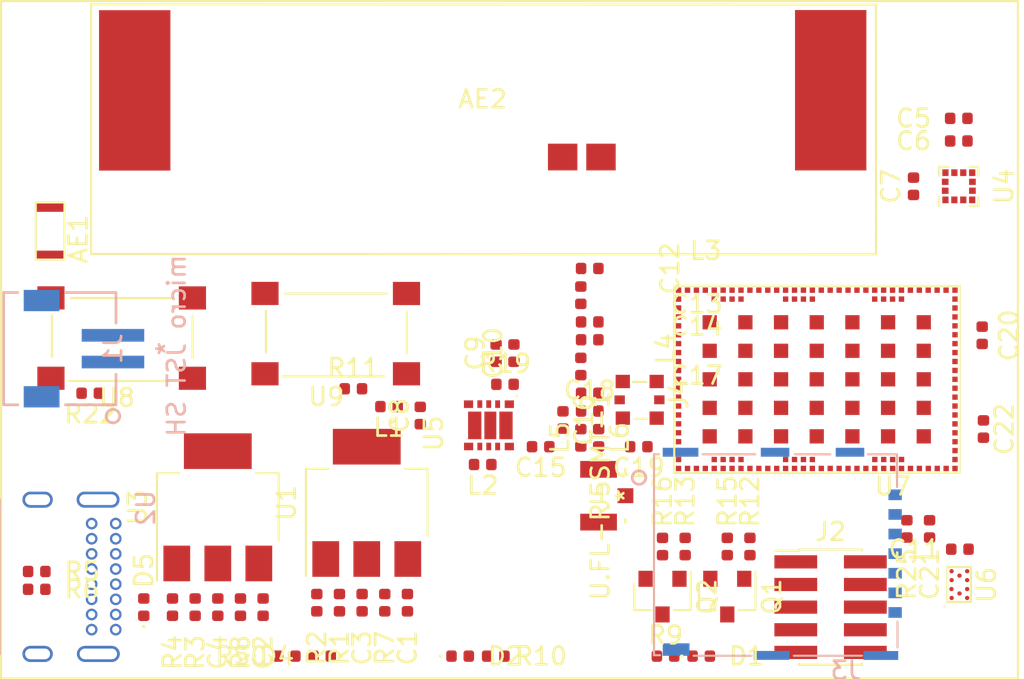
<source format=kicad_pcb>
(kicad_pcb (version 20171130) (host pcbnew "(5.1.5)-3")

  (general
    (thickness 1.6)
    (drawings 4)
    (tracks 0)
    (zones 0)
    (modules 69)
    (nets 136)
  )

  (page A4)
  (layers
    (0 F.Cu signal)
    (31 B.Cu signal hide)
    (32 B.Adhes user hide)
    (33 F.Adhes user hide)
    (34 B.Paste user hide)
    (35 F.Paste user)
    (36 B.SilkS user hide)
    (37 F.SilkS user)
    (38 B.Mask user hide)
    (39 F.Mask user)
    (40 Dwgs.User user hide)
    (41 Cmts.User user hide)
    (42 Eco1.User user hide)
    (43 Eco2.User user hide)
    (44 Edge.Cuts user hide)
    (45 Margin user hide)
    (46 B.CrtYd user hide)
    (47 F.CrtYd user hide)
    (48 B.Fab user hide)
    (49 F.Fab user hide)
  )

  (setup
    (last_trace_width 0.25)
    (trace_clearance 0.2)
    (zone_clearance 0.508)
    (zone_45_only no)
    (trace_min 0.2)
    (via_size 0.8)
    (via_drill 0.4)
    (via_min_size 0.4)
    (via_min_drill 0.3)
    (uvia_size 0.3)
    (uvia_drill 0.1)
    (uvias_allowed no)
    (uvia_min_size 0.2)
    (uvia_min_drill 0.1)
    (edge_width 0.05)
    (segment_width 0.2)
    (pcb_text_width 0.3)
    (pcb_text_size 1.5 1.5)
    (mod_edge_width 0.12)
    (mod_text_size 1 1)
    (mod_text_width 0.15)
    (pad_size 1.524 1.524)
    (pad_drill 0.762)
    (pad_to_mask_clearance 0.051)
    (solder_mask_min_width 0.25)
    (aux_axis_origin 0 0)
    (visible_elements 7FFFF7FF)
    (pcbplotparams
      (layerselection 0x010fc_ffffffff)
      (usegerberextensions false)
      (usegerberattributes false)
      (usegerberadvancedattributes false)
      (creategerberjobfile false)
      (excludeedgelayer true)
      (linewidth 0.100000)
      (plotframeref false)
      (viasonmask false)
      (mode 1)
      (useauxorigin false)
      (hpglpennumber 1)
      (hpglpenspeed 20)
      (hpglpendiameter 15.000000)
      (psnegative false)
      (psa4output false)
      (plotreference true)
      (plotvalue true)
      (plotinvisibletext false)
      (padsonsilk false)
      (subtractmaskfromsilk false)
      (outputformat 1)
      (mirror false)
      (drillshape 1)
      (scaleselection 1)
      (outputdirectory ""))
  )

  (net 0 "")
  (net 1 "Net-(AE1-Pad1)")
  (net 2 GND)
  (net 3 VBUS)
  (net 4 "Net-(C3-Pad1)")
  (net 5 "Net-(C4-Pad1)")
  (net 6 +1V8)
  (net 7 "Net-(C8-Pad2)")
  (net 8 SIM_1V8)
  (net 9 "Net-(C12-Pad2)")
  (net 10 "Net-(C15-Pad2)")
  (net 11 "Net-(C15-Pad1)")
  (net 12 +3V3)
  (net 13 "Net-(C17-Pad1)")
  (net 14 "Net-(C18-Pad2)")
  (net 15 "Net-(C19-Pad1)")
  (net 16 "Net-(D1-Pad1)")
  (net 17 "Net-(D1-Pad2)")
  (net 18 "Net-(D2-Pad2)")
  (net 19 "Net-(D2-Pad1)")
  (net 20 SWDIO)
  (net 21 SWDCLK)
  (net 22 "Net-(J2-Pad5)")
  (net 23 "Net-(J2-Pad7)")
  (net 24 "Net-(J2-Pad8)")
  (net 25 SWRESET)
  (net 26 "Net-(J2-Pad10)")
  (net 27 SIM_DETECT)
  (net 28 "Net-(J3-PadC6)")
  (net 29 "Net-(J3-PadC2)")
  (net 30 "Net-(J3-PadC7)")
  (net 31 "Net-(J3-PadC3)")
  (net 32 "Net-(J4-PadSIG2)")
  (net 33 "Net-(L2-Pad2)")
  (net 34 "Net-(L2-Pad1)")
  (net 35 "Net-(Q1-Pad1)")
  (net 36 "Net-(Q2-Pad1)")
  (net 37 "Net-(R1-Pad2)")
  (net 38 "Net-(R3-Pad2)")
  (net 39 "Net-(R5-Pad1)")
  (net 40 "Net-(R6-Pad1)")
  (net 41 "Net-(R15-Pad2)")
  (net 42 "Net-(R16-Pad2)")
  (net 43 GPS_EN)
  (net 44 "Net-(R22-Pad2)")
  (net 45 "Net-(R25-Pad2)")
  (net 46 SIM_RST)
  (net 47 SIM_CLK)
  (net 48 SIM_DATA)
  (net 49 ACC_CS)
  (net 50 ACC_CLK)
  (net 51 ACC_MOSI)
  (net 52 ACC_MISO)
  (net 53 ACC_INT1)
  (net 54 ACC_INT2)
  (net 55 "Net-(U2-PadA6)")
  (net 56 "Net-(U2-PadA7)")
  (net 57 "Net-(U2-PadA8)")
  (net 58 "Net-(U2-PadB6)")
  (net 59 "Net-(U2-PadB7)")
  (net 60 "Net-(U2-PadB8)")
  (net 61 "Net-(U4-Pad7)")
  (net 62 "Net-(U4-Pad5)")
  (net 63 "Net-(U6-PadC4)")
  (net 64 "Net-(U7-Pad2)")
  (net 65 "Net-(U7-Pad3)")
  (net 66 "Net-(U7-Pad4)")
  (net 67 "Net-(U7-Pad6)")
  (net 68 "Net-(U7-Pad7)")
  (net 69 "Net-(U7-Pad8)")
  (net 70 "Net-(U7-Pad10)")
  (net 71 "Net-(U7-Pad11)")
  (net 72 "Net-(U7-Pad13)")
  (net 73 "Net-(U7-Pad15)")
  (net 74 "Net-(U7-Pad16)")
  (net 75 "Net-(U7-Pad18)")
  (net 76 "Net-(U7-Pad19)")
  (net 77 "Net-(U7-Pad20)")
  (net 78 "Net-(U7-Pad30)")
  (net 79 "Net-(U7-Pad35)")
  (net 80 "Net-(U7-Pad37)")
  (net 81 "Net-(U7-Pad38)")
  (net 82 "Net-(U7-Pad39)")
  (net 83 "Net-(U7-Pad40)")
  (net 84 "Net-(U7-Pad42)")
  (net 85 "Net-(U7-Pad51)")
  (net 86 "Net-(U7-Pad53)")
  (net 87 "Net-(U7-Pad54)")
  (net 88 "Net-(U7-Pad55)")
  (net 89 "Net-(U7-Pad57)")
  (net 90 "Net-(U7-Pad58)")
  (net 91 "Net-(U7-Pad59)")
  (net 92 "Net-(U7-Pad64)")
  (net 93 "Net-(U7-Pad68)")
  (net 94 "Net-(U7-Pad69)")
  (net 95 "Net-(U7-Pad70)")
  (net 96 "Net-(U7-Pad71)")
  (net 97 "Net-(U7-Pad73)")
  (net 98 "Net-(U7-Pad84)")
  (net 99 "Net-(U7-Pad86)")
  (net 100 "Net-(U7-Pad91)")
  (net 101 "Net-(U7-Pad92)")
  (net 102 "Net-(U7-Pad93)")
  (net 103 "Net-(U7-Pad99)")
  (net 104 "Net-(U7-Pad100)")
  (net 105 "Net-(U7-Pad104)")
  (net 106 "Net-(U7-Pad105)")
  (net 107 "Net-(U7-Pad106)")
  (net 108 "Net-(U7-Pad107)")
  (net 109 "Net-(U7-Pad108)")
  (net 110 "Net-(U7-Pad109)")
  (net 111 "Net-(U7-Pad110)")
  (net 112 "Net-(U7-Pad111)")
  (net 113 "Net-(U7-Pad112)")
  (net 114 "Net-(U7-Pad113)")
  (net 115 "Net-(U7-Pad114)")
  (net 116 "Net-(U7-Pad115)")
  (net 117 "Net-(U7-Pad116)")
  (net 118 "Net-(U7-Pad117)")
  (net 119 "Net-(U7-Pad118)")
  (net 120 "Net-(U7-Pad119)")
  (net 121 "Net-(U7-Pad120)")
  (net 122 "Net-(U7-Pad121)")
  (net 123 "Net-(U7-Pad122)")
  (net 124 "Net-(U7-Pad123)")
  (net 125 "Net-(U7-Pad124)")
  (net 126 "Net-(U7-Pad125)")
  (net 127 "Net-(U7-Pad126)")
  (net 128 "Net-(U7-Pad127)")
  (net 129 "Net-(D4-Pad2)")
  (net 130 "Net-(D5-Pad1)")
  (net 131 "Net-(R11-Pad2)")
  (net 132 "Net-(U7-Pad89)")
  (net 133 "Net-(U7-Pad97)")
  (net 134 "Net-(AE2-Pad1)")
  (net 135 "Net-(C10-Pad1)")

  (net_class Default "This is the default net class."
    (clearance 0.2)
    (trace_width 0.25)
    (via_dia 0.8)
    (via_drill 0.4)
    (uvia_dia 0.3)
    (uvia_drill 0.1)
    (add_net +1V8)
    (add_net +3V3)
    (add_net ACC_CLK)
    (add_net ACC_CS)
    (add_net ACC_INT1)
    (add_net ACC_INT2)
    (add_net ACC_MISO)
    (add_net ACC_MOSI)
    (add_net GND)
    (add_net GPS_EN)
    (add_net "Net-(AE1-Pad1)")
    (add_net "Net-(AE2-Pad1)")
    (add_net "Net-(C10-Pad1)")
    (add_net "Net-(C12-Pad2)")
    (add_net "Net-(C15-Pad1)")
    (add_net "Net-(C15-Pad2)")
    (add_net "Net-(C17-Pad1)")
    (add_net "Net-(C18-Pad2)")
    (add_net "Net-(C19-Pad1)")
    (add_net "Net-(C3-Pad1)")
    (add_net "Net-(C4-Pad1)")
    (add_net "Net-(C8-Pad2)")
    (add_net "Net-(D1-Pad1)")
    (add_net "Net-(D1-Pad2)")
    (add_net "Net-(D2-Pad1)")
    (add_net "Net-(D2-Pad2)")
    (add_net "Net-(D4-Pad2)")
    (add_net "Net-(D5-Pad1)")
    (add_net "Net-(J2-Pad10)")
    (add_net "Net-(J2-Pad5)")
    (add_net "Net-(J2-Pad7)")
    (add_net "Net-(J2-Pad8)")
    (add_net "Net-(J3-PadC2)")
    (add_net "Net-(J3-PadC3)")
    (add_net "Net-(J3-PadC6)")
    (add_net "Net-(J3-PadC7)")
    (add_net "Net-(J4-PadSIG2)")
    (add_net "Net-(L2-Pad1)")
    (add_net "Net-(L2-Pad2)")
    (add_net "Net-(Q1-Pad1)")
    (add_net "Net-(Q2-Pad1)")
    (add_net "Net-(R1-Pad2)")
    (add_net "Net-(R11-Pad2)")
    (add_net "Net-(R15-Pad2)")
    (add_net "Net-(R16-Pad2)")
    (add_net "Net-(R22-Pad2)")
    (add_net "Net-(R25-Pad2)")
    (add_net "Net-(R3-Pad2)")
    (add_net "Net-(R5-Pad1)")
    (add_net "Net-(R6-Pad1)")
    (add_net "Net-(U2-PadA6)")
    (add_net "Net-(U2-PadA7)")
    (add_net "Net-(U2-PadA8)")
    (add_net "Net-(U2-PadB6)")
    (add_net "Net-(U2-PadB7)")
    (add_net "Net-(U2-PadB8)")
    (add_net "Net-(U4-Pad5)")
    (add_net "Net-(U4-Pad7)")
    (add_net "Net-(U6-PadC4)")
    (add_net "Net-(U7-Pad10)")
    (add_net "Net-(U7-Pad100)")
    (add_net "Net-(U7-Pad104)")
    (add_net "Net-(U7-Pad105)")
    (add_net "Net-(U7-Pad106)")
    (add_net "Net-(U7-Pad107)")
    (add_net "Net-(U7-Pad108)")
    (add_net "Net-(U7-Pad109)")
    (add_net "Net-(U7-Pad11)")
    (add_net "Net-(U7-Pad110)")
    (add_net "Net-(U7-Pad111)")
    (add_net "Net-(U7-Pad112)")
    (add_net "Net-(U7-Pad113)")
    (add_net "Net-(U7-Pad114)")
    (add_net "Net-(U7-Pad115)")
    (add_net "Net-(U7-Pad116)")
    (add_net "Net-(U7-Pad117)")
    (add_net "Net-(U7-Pad118)")
    (add_net "Net-(U7-Pad119)")
    (add_net "Net-(U7-Pad120)")
    (add_net "Net-(U7-Pad121)")
    (add_net "Net-(U7-Pad122)")
    (add_net "Net-(U7-Pad123)")
    (add_net "Net-(U7-Pad124)")
    (add_net "Net-(U7-Pad125)")
    (add_net "Net-(U7-Pad126)")
    (add_net "Net-(U7-Pad127)")
    (add_net "Net-(U7-Pad13)")
    (add_net "Net-(U7-Pad15)")
    (add_net "Net-(U7-Pad16)")
    (add_net "Net-(U7-Pad18)")
    (add_net "Net-(U7-Pad19)")
    (add_net "Net-(U7-Pad2)")
    (add_net "Net-(U7-Pad20)")
    (add_net "Net-(U7-Pad3)")
    (add_net "Net-(U7-Pad30)")
    (add_net "Net-(U7-Pad35)")
    (add_net "Net-(U7-Pad37)")
    (add_net "Net-(U7-Pad38)")
    (add_net "Net-(U7-Pad39)")
    (add_net "Net-(U7-Pad4)")
    (add_net "Net-(U7-Pad40)")
    (add_net "Net-(U7-Pad42)")
    (add_net "Net-(U7-Pad51)")
    (add_net "Net-(U7-Pad53)")
    (add_net "Net-(U7-Pad54)")
    (add_net "Net-(U7-Pad55)")
    (add_net "Net-(U7-Pad57)")
    (add_net "Net-(U7-Pad58)")
    (add_net "Net-(U7-Pad59)")
    (add_net "Net-(U7-Pad6)")
    (add_net "Net-(U7-Pad64)")
    (add_net "Net-(U7-Pad68)")
    (add_net "Net-(U7-Pad69)")
    (add_net "Net-(U7-Pad7)")
    (add_net "Net-(U7-Pad70)")
    (add_net "Net-(U7-Pad71)")
    (add_net "Net-(U7-Pad73)")
    (add_net "Net-(U7-Pad8)")
    (add_net "Net-(U7-Pad84)")
    (add_net "Net-(U7-Pad86)")
    (add_net "Net-(U7-Pad89)")
    (add_net "Net-(U7-Pad91)")
    (add_net "Net-(U7-Pad92)")
    (add_net "Net-(U7-Pad93)")
    (add_net "Net-(U7-Pad97)")
    (add_net "Net-(U7-Pad99)")
    (add_net SIM_1V8)
    (add_net SIM_CLK)
    (add_net SIM_DATA)
    (add_net SIM_DETECT)
    (add_net SIM_RST)
    (add_net SWDCLK)
    (add_net SWDIO)
    (add_net SWRESET)
    (add_net VBUS)
  )

  (module MyLibs:ACAG0301-1575-T (layer F.Cu) (tedit 5E7CBB4D) (tstamp 5E82310B)
    (at 105.375 106.0125 180)
    (path /5E770DC6)
    (fp_text reference AE1 (at 1.7975 -3.8425 90) (layer F.SilkS)
      (effects (font (size 1 1) (thickness 0.15)))
    )
    (fp_text value ACAG0301-1575-T (at 5.21 -3.5025 90) (layer F.Fab)
      (effects (font (size 1 1) (thickness 0.15)))
    )
    (fp_line (start 4.1775 -1.7875) (end 4.1775 -4.9875) (layer F.SilkS) (width 0.12))
    (fp_line (start 4.1775 -4.9875) (end 2.5775 -4.9875) (layer F.SilkS) (width 0.12))
    (fp_line (start 2.575 -4.9875) (end 2.575 -1.7875) (layer F.SilkS) (width 0.12))
    (fp_line (start 2.575 -1.7875) (end 4.175 -1.7875) (layer F.SilkS) (width 0.12))
    (pad 1 smd rect (at 3.375 -4.7375 180) (size 1.6 0.5) (layers F.Cu F.Paste F.Mask)
      (net 1 "Net-(AE1-Pad1)"))
    (pad 2 smd rect (at 3.375 -2.06 180) (size 1.6 0.5) (layers F.Cu F.Paste F.Mask)
      (net 2 GND))
  )

  (module Capacitor_SMD:C_0402_1005Metric (layer F.Cu) (tedit 5B301BBE) (tstamp 5E8287D9)
    (at 122.03 130.25 270)
    (descr "Capacitor SMD 0402 (1005 Metric), square (rectangular) end terminal, IPC_7351 nominal, (Body size source: http://www.tortai-tech.com/upload/download/2011102023233369053.pdf), generated with kicad-footprint-generator")
    (tags capacitor)
    (path /5F37BCC1)
    (attr smd)
    (fp_text reference C1 (at 2.54 0 90) (layer F.SilkS)
      (effects (font (size 1 1) (thickness 0.15)))
    )
    (fp_text value 10uF (at 0 1.17 90) (layer F.Fab)
      (effects (font (size 1 1) (thickness 0.15)))
    )
    (fp_text user %R (at 0 0 90) (layer F.Fab)
      (effects (font (size 0.25 0.25) (thickness 0.04)))
    )
    (fp_line (start 0.93 0.47) (end -0.93 0.47) (layer F.CrtYd) (width 0.05))
    (fp_line (start 0.93 -0.47) (end 0.93 0.47) (layer F.CrtYd) (width 0.05))
    (fp_line (start -0.93 -0.47) (end 0.93 -0.47) (layer F.CrtYd) (width 0.05))
    (fp_line (start -0.93 0.47) (end -0.93 -0.47) (layer F.CrtYd) (width 0.05))
    (fp_line (start 0.5 0.25) (end -0.5 0.25) (layer F.Fab) (width 0.1))
    (fp_line (start 0.5 -0.25) (end 0.5 0.25) (layer F.Fab) (width 0.1))
    (fp_line (start -0.5 -0.25) (end 0.5 -0.25) (layer F.Fab) (width 0.1))
    (fp_line (start -0.5 0.25) (end -0.5 -0.25) (layer F.Fab) (width 0.1))
    (pad 2 smd roundrect (at 0.485 0 270) (size 0.59 0.64) (layers F.Cu F.Paste F.Mask) (roundrect_rratio 0.25)
      (net 2 GND))
    (pad 1 smd roundrect (at -0.485 0 270) (size 0.59 0.64) (layers F.Cu F.Paste F.Mask) (roundrect_rratio 0.25)
      (net 3 VBUS))
    (model ${KISYS3DMOD}/Capacitor_SMD.3dshapes/C_0402_1005Metric.wrl
      (at (xyz 0 0 0))
      (scale (xyz 1 1 1))
      (rotate (xyz 0 0 0))
    )
  )

  (module Capacitor_SMD:C_0402_1005Metric (layer F.Cu) (tedit 5B301BBE) (tstamp 5E826B7D)
    (at 113.94 130.5 270)
    (descr "Capacitor SMD 0402 (1005 Metric), square (rectangular) end terminal, IPC_7351 nominal, (Body size source: http://www.tortai-tech.com/upload/download/2011102023233369053.pdf), generated with kicad-footprint-generator")
    (tags capacitor)
    (path /5F14B208)
    (attr smd)
    (fp_text reference C2 (at 2.54 0 90) (layer F.SilkS)
      (effects (font (size 1 1) (thickness 0.15)))
    )
    (fp_text value 10uF (at 0 1.17 90) (layer F.Fab)
      (effects (font (size 1 1) (thickness 0.15)))
    )
    (fp_text user %R (at 0 0 90) (layer F.Fab)
      (effects (font (size 0.25 0.25) (thickness 0.04)))
    )
    (fp_line (start 0.93 0.47) (end -0.93 0.47) (layer F.CrtYd) (width 0.05))
    (fp_line (start 0.93 -0.47) (end 0.93 0.47) (layer F.CrtYd) (width 0.05))
    (fp_line (start -0.93 -0.47) (end 0.93 -0.47) (layer F.CrtYd) (width 0.05))
    (fp_line (start -0.93 0.47) (end -0.93 -0.47) (layer F.CrtYd) (width 0.05))
    (fp_line (start 0.5 0.25) (end -0.5 0.25) (layer F.Fab) (width 0.1))
    (fp_line (start 0.5 -0.25) (end 0.5 0.25) (layer F.Fab) (width 0.1))
    (fp_line (start -0.5 -0.25) (end 0.5 -0.25) (layer F.Fab) (width 0.1))
    (fp_line (start -0.5 0.25) (end -0.5 -0.25) (layer F.Fab) (width 0.1))
    (pad 2 smd roundrect (at 0.485 0 270) (size 0.59 0.64) (layers F.Cu F.Paste F.Mask) (roundrect_rratio 0.25)
      (net 2 GND))
    (pad 1 smd roundrect (at -0.485 0 270) (size 0.59 0.64) (layers F.Cu F.Paste F.Mask) (roundrect_rratio 0.25)
      (net 3 VBUS))
    (model ${KISYS3DMOD}/Capacitor_SMD.3dshapes/C_0402_1005Metric.wrl
      (at (xyz 0 0 0))
      (scale (xyz 1 1 1))
      (rotate (xyz 0 0 0))
    )
  )

  (module Capacitor_SMD:C_0402_1005Metric (layer F.Cu) (tedit 5B301BBE) (tstamp 5E8287AF)
    (at 119.49 130.25 270)
    (descr "Capacitor SMD 0402 (1005 Metric), square (rectangular) end terminal, IPC_7351 nominal, (Body size source: http://www.tortai-tech.com/upload/download/2011102023233369053.pdf), generated with kicad-footprint-generator")
    (tags capacitor)
    (path /5F37BCDF)
    (attr smd)
    (fp_text reference C3 (at 2.54 0 90) (layer F.SilkS)
      (effects (font (size 1 1) (thickness 0.15)))
    )
    (fp_text value 100uF (at 0 1.17 90) (layer F.Fab)
      (effects (font (size 1 1) (thickness 0.15)))
    )
    (fp_text user %R (at 0 0 90) (layer F.Fab)
      (effects (font (size 0.25 0.25) (thickness 0.04)))
    )
    (fp_line (start 0.93 0.47) (end -0.93 0.47) (layer F.CrtYd) (width 0.05))
    (fp_line (start 0.93 -0.47) (end 0.93 0.47) (layer F.CrtYd) (width 0.05))
    (fp_line (start -0.93 -0.47) (end 0.93 -0.47) (layer F.CrtYd) (width 0.05))
    (fp_line (start -0.93 0.47) (end -0.93 -0.47) (layer F.CrtYd) (width 0.05))
    (fp_line (start 0.5 0.25) (end -0.5 0.25) (layer F.Fab) (width 0.1))
    (fp_line (start 0.5 -0.25) (end 0.5 0.25) (layer F.Fab) (width 0.1))
    (fp_line (start -0.5 -0.25) (end 0.5 -0.25) (layer F.Fab) (width 0.1))
    (fp_line (start -0.5 0.25) (end -0.5 -0.25) (layer F.Fab) (width 0.1))
    (pad 2 smd roundrect (at 0.485 0 270) (size 0.59 0.64) (layers F.Cu F.Paste F.Mask) (roundrect_rratio 0.25)
      (net 2 GND))
    (pad 1 smd roundrect (at -0.485 0 270) (size 0.59 0.64) (layers F.Cu F.Paste F.Mask) (roundrect_rratio 0.25)
      (net 4 "Net-(C3-Pad1)"))
    (model ${KISYS3DMOD}/Capacitor_SMD.3dshapes/C_0402_1005Metric.wrl
      (at (xyz 0 0 0))
      (scale (xyz 1 1 1))
      (rotate (xyz 0 0 0))
    )
  )

  (module Capacitor_SMD:C_0402_1005Metric (layer F.Cu) (tedit 5B301BBE) (tstamp 5E826BFB)
    (at 111.4 130.5 270)
    (descr "Capacitor SMD 0402 (1005 Metric), square (rectangular) end terminal, IPC_7351 nominal, (Body size source: http://www.tortai-tech.com/upload/download/2011102023233369053.pdf), generated with kicad-footprint-generator")
    (tags capacitor)
    (path /5F151BE6)
    (attr smd)
    (fp_text reference C4 (at 2.54 0 90) (layer F.SilkS)
      (effects (font (size 1 1) (thickness 0.15)))
    )
    (fp_text value 100uF (at 0 1.17 90) (layer F.Fab)
      (effects (font (size 1 1) (thickness 0.15)))
    )
    (fp_line (start -0.5 0.25) (end -0.5 -0.25) (layer F.Fab) (width 0.1))
    (fp_line (start -0.5 -0.25) (end 0.5 -0.25) (layer F.Fab) (width 0.1))
    (fp_line (start 0.5 -0.25) (end 0.5 0.25) (layer F.Fab) (width 0.1))
    (fp_line (start 0.5 0.25) (end -0.5 0.25) (layer F.Fab) (width 0.1))
    (fp_line (start -0.93 0.47) (end -0.93 -0.47) (layer F.CrtYd) (width 0.05))
    (fp_line (start -0.93 -0.47) (end 0.93 -0.47) (layer F.CrtYd) (width 0.05))
    (fp_line (start 0.93 -0.47) (end 0.93 0.47) (layer F.CrtYd) (width 0.05))
    (fp_line (start 0.93 0.47) (end -0.93 0.47) (layer F.CrtYd) (width 0.05))
    (fp_text user %R (at 0 0 90) (layer F.Fab)
      (effects (font (size 0.25 0.25) (thickness 0.04)))
    )
    (pad 1 smd roundrect (at -0.485 0 270) (size 0.59 0.64) (layers F.Cu F.Paste F.Mask) (roundrect_rratio 0.25)
      (net 5 "Net-(C4-Pad1)"))
    (pad 2 smd roundrect (at 0.485 0 270) (size 0.59 0.64) (layers F.Cu F.Paste F.Mask) (roundrect_rratio 0.25)
      (net 2 GND))
    (model ${KISYS3DMOD}/Capacitor_SMD.3dshapes/C_0402_1005Metric.wrl
      (at (xyz 0 0 0))
      (scale (xyz 1 1 1))
      (rotate (xyz 0 0 0))
    )
  )

  (module Capacitor_SMD:C_0402_1005Metric (layer F.Cu) (tedit 5B301BBE) (tstamp 5E817F2D)
    (at 152.94 103.08)
    (descr "Capacitor SMD 0402 (1005 Metric), square (rectangular) end terminal, IPC_7351 nominal, (Body size source: http://www.tortai-tech.com/upload/download/2011102023233369053.pdf), generated with kicad-footprint-generator")
    (tags capacitor)
    (path /5E7C3EB4)
    (attr smd)
    (fp_text reference C5 (at -2.54 0) (layer F.SilkS)
      (effects (font (size 1 1) (thickness 0.15)))
    )
    (fp_text value 10uF (at 0 1.17) (layer F.Fab)
      (effects (font (size 1 1) (thickness 0.15)))
    )
    (fp_line (start -0.5 0.25) (end -0.5 -0.25) (layer F.Fab) (width 0.1))
    (fp_line (start -0.5 -0.25) (end 0.5 -0.25) (layer F.Fab) (width 0.1))
    (fp_line (start 0.5 -0.25) (end 0.5 0.25) (layer F.Fab) (width 0.1))
    (fp_line (start 0.5 0.25) (end -0.5 0.25) (layer F.Fab) (width 0.1))
    (fp_line (start -0.93 0.47) (end -0.93 -0.47) (layer F.CrtYd) (width 0.05))
    (fp_line (start -0.93 -0.47) (end 0.93 -0.47) (layer F.CrtYd) (width 0.05))
    (fp_line (start 0.93 -0.47) (end 0.93 0.47) (layer F.CrtYd) (width 0.05))
    (fp_line (start 0.93 0.47) (end -0.93 0.47) (layer F.CrtYd) (width 0.05))
    (fp_text user %R (at 0 0) (layer F.Fab)
      (effects (font (size 0.25 0.25) (thickness 0.04)))
    )
    (pad 1 smd roundrect (at -0.485 0) (size 0.59 0.64) (layers F.Cu F.Paste F.Mask) (roundrect_rratio 0.25)
      (net 6 +1V8))
    (pad 2 smd roundrect (at 0.485 0) (size 0.59 0.64) (layers F.Cu F.Paste F.Mask) (roundrect_rratio 0.25)
      (net 2 GND))
    (model ${KISYS3DMOD}/Capacitor_SMD.3dshapes/C_0402_1005Metric.wrl
      (at (xyz 0 0 0))
      (scale (xyz 1 1 1))
      (rotate (xyz 0 0 0))
    )
  )

  (module Capacitor_SMD:C_0402_1005Metric (layer F.Cu) (tedit 5B301BBE) (tstamp 5E817F3C)
    (at 152.94 104.35)
    (descr "Capacitor SMD 0402 (1005 Metric), square (rectangular) end terminal, IPC_7351 nominal, (Body size source: http://www.tortai-tech.com/upload/download/2011102023233369053.pdf), generated with kicad-footprint-generator")
    (tags capacitor)
    (path /5E7C44E5)
    (attr smd)
    (fp_text reference C6 (at -2.54 0) (layer F.SilkS)
      (effects (font (size 1 1) (thickness 0.15)))
    )
    (fp_text value 100nF (at 0 1.17) (layer F.Fab)
      (effects (font (size 1 1) (thickness 0.15)))
    )
    (fp_line (start -0.5 0.25) (end -0.5 -0.25) (layer F.Fab) (width 0.1))
    (fp_line (start -0.5 -0.25) (end 0.5 -0.25) (layer F.Fab) (width 0.1))
    (fp_line (start 0.5 -0.25) (end 0.5 0.25) (layer F.Fab) (width 0.1))
    (fp_line (start 0.5 0.25) (end -0.5 0.25) (layer F.Fab) (width 0.1))
    (fp_line (start -0.93 0.47) (end -0.93 -0.47) (layer F.CrtYd) (width 0.05))
    (fp_line (start -0.93 -0.47) (end 0.93 -0.47) (layer F.CrtYd) (width 0.05))
    (fp_line (start 0.93 -0.47) (end 0.93 0.47) (layer F.CrtYd) (width 0.05))
    (fp_line (start 0.93 0.47) (end -0.93 0.47) (layer F.CrtYd) (width 0.05))
    (fp_text user %R (at 0 0) (layer F.Fab)
      (effects (font (size 0.25 0.25) (thickness 0.04)))
    )
    (pad 1 smd roundrect (at -0.485 0) (size 0.59 0.64) (layers F.Cu F.Paste F.Mask) (roundrect_rratio 0.25)
      (net 6 +1V8))
    (pad 2 smd roundrect (at 0.485 0) (size 0.59 0.64) (layers F.Cu F.Paste F.Mask) (roundrect_rratio 0.25)
      (net 2 GND))
    (model ${KISYS3DMOD}/Capacitor_SMD.3dshapes/C_0402_1005Metric.wrl
      (at (xyz 0 0 0))
      (scale (xyz 1 1 1))
      (rotate (xyz 0 0 0))
    )
  )

  (module Capacitor_SMD:C_0402_1005Metric (layer F.Cu) (tedit 5B301BBE) (tstamp 5E817F4B)
    (at 150.4 106.89 270)
    (descr "Capacitor SMD 0402 (1005 Metric), square (rectangular) end terminal, IPC_7351 nominal, (Body size source: http://www.tortai-tech.com/upload/download/2011102023233369053.pdf), generated with kicad-footprint-generator")
    (tags capacitor)
    (path /5E7F68B6)
    (attr smd)
    (fp_text reference C7 (at 0 1.27 90) (layer F.SilkS)
      (effects (font (size 1 1) (thickness 0.15)))
    )
    (fp_text value 100nF (at 0 1.17 90) (layer F.Fab)
      (effects (font (size 1 1) (thickness 0.15)))
    )
    (fp_line (start -0.5 0.25) (end -0.5 -0.25) (layer F.Fab) (width 0.1))
    (fp_line (start -0.5 -0.25) (end 0.5 -0.25) (layer F.Fab) (width 0.1))
    (fp_line (start 0.5 -0.25) (end 0.5 0.25) (layer F.Fab) (width 0.1))
    (fp_line (start 0.5 0.25) (end -0.5 0.25) (layer F.Fab) (width 0.1))
    (fp_line (start -0.93 0.47) (end -0.93 -0.47) (layer F.CrtYd) (width 0.05))
    (fp_line (start -0.93 -0.47) (end 0.93 -0.47) (layer F.CrtYd) (width 0.05))
    (fp_line (start 0.93 -0.47) (end 0.93 0.47) (layer F.CrtYd) (width 0.05))
    (fp_line (start 0.93 0.47) (end -0.93 0.47) (layer F.CrtYd) (width 0.05))
    (fp_text user %R (at 0 0 90) (layer F.Fab)
      (effects (font (size 0.25 0.25) (thickness 0.04)))
    )
    (pad 1 smd roundrect (at -0.485 0 270) (size 0.59 0.64) (layers F.Cu F.Paste F.Mask) (roundrect_rratio 0.25)
      (net 6 +1V8))
    (pad 2 smd roundrect (at 0.485 0 270) (size 0.59 0.64) (layers F.Cu F.Paste F.Mask) (roundrect_rratio 0.25)
      (net 2 GND))
    (model ${KISYS3DMOD}/Capacitor_SMD.3dshapes/C_0402_1005Metric.wrl
      (at (xyz 0 0 0))
      (scale (xyz 1 1 1))
      (rotate (xyz 0 0 0))
    )
  )

  (module Capacitor_SMD:C_0402_1005Metric (layer F.Cu) (tedit 5B301BBE) (tstamp 5E823155)
    (at 122.75 119.75 90)
    (descr "Capacitor SMD 0402 (1005 Metric), square (rectangular) end terminal, IPC_7351 nominal, (Body size source: http://www.tortai-tech.com/upload/download/2011102023233369053.pdf), generated with kicad-footprint-generator")
    (tags capacitor)
    (path /5E77689B)
    (attr smd)
    (fp_text reference C8 (at 0 -1.17 90) (layer F.SilkS)
      (effects (font (size 1 1) (thickness 0.15)))
    )
    (fp_text value 3.5pF (at 0 1.17 90) (layer F.Fab)
      (effects (font (size 1 1) (thickness 0.15)))
    )
    (fp_line (start -0.5 0.25) (end -0.5 -0.25) (layer F.Fab) (width 0.1))
    (fp_line (start -0.5 -0.25) (end 0.5 -0.25) (layer F.Fab) (width 0.1))
    (fp_line (start 0.5 -0.25) (end 0.5 0.25) (layer F.Fab) (width 0.1))
    (fp_line (start 0.5 0.25) (end -0.5 0.25) (layer F.Fab) (width 0.1))
    (fp_line (start -0.93 0.47) (end -0.93 -0.47) (layer F.CrtYd) (width 0.05))
    (fp_line (start -0.93 -0.47) (end 0.93 -0.47) (layer F.CrtYd) (width 0.05))
    (fp_line (start 0.93 -0.47) (end 0.93 0.47) (layer F.CrtYd) (width 0.05))
    (fp_line (start 0.93 0.47) (end -0.93 0.47) (layer F.CrtYd) (width 0.05))
    (fp_text user %R (at 0 0 90) (layer F.Fab)
      (effects (font (size 0.25 0.25) (thickness 0.04)))
    )
    (pad 1 smd roundrect (at -0.485 0 90) (size 0.59 0.64) (layers F.Cu F.Paste F.Mask) (roundrect_rratio 0.25)
      (net 2 GND))
    (pad 2 smd roundrect (at 0.485 0 90) (size 0.59 0.64) (layers F.Cu F.Paste F.Mask) (roundrect_rratio 0.25)
      (net 7 "Net-(C8-Pad2)"))
    (model ${KISYS3DMOD}/Capacitor_SMD.3dshapes/C_0402_1005Metric.wrl
      (at (xyz 0 0 0))
      (scale (xyz 1 1 1))
      (rotate (xyz 0 0 0))
    )
  )

  (module Capacitor_SMD:C_0402_1005Metric (layer F.Cu) (tedit 5B301BBE) (tstamp 5E823068)
    (at 127 116.25 90)
    (descr "Capacitor SMD 0402 (1005 Metric), square (rectangular) end terminal, IPC_7351 nominal, (Body size source: http://www.tortai-tech.com/upload/download/2011102023233369053.pdf), generated with kicad-footprint-generator")
    (tags capacitor)
    (path /5E7AF4C0)
    (attr smd)
    (fp_text reference C9 (at 0 -1.17 90) (layer F.SilkS)
      (effects (font (size 1 1) (thickness 0.15)))
    )
    (fp_text value 100nF (at 0 1.17 90) (layer F.Fab)
      (effects (font (size 1 1) (thickness 0.15)))
    )
    (fp_text user %R (at 0 0 90) (layer F.Fab)
      (effects (font (size 0.25 0.25) (thickness 0.04)))
    )
    (fp_line (start 0.93 0.47) (end -0.93 0.47) (layer F.CrtYd) (width 0.05))
    (fp_line (start 0.93 -0.47) (end 0.93 0.47) (layer F.CrtYd) (width 0.05))
    (fp_line (start -0.93 -0.47) (end 0.93 -0.47) (layer F.CrtYd) (width 0.05))
    (fp_line (start -0.93 0.47) (end -0.93 -0.47) (layer F.CrtYd) (width 0.05))
    (fp_line (start 0.5 0.25) (end -0.5 0.25) (layer F.Fab) (width 0.1))
    (fp_line (start 0.5 -0.25) (end 0.5 0.25) (layer F.Fab) (width 0.1))
    (fp_line (start -0.5 -0.25) (end 0.5 -0.25) (layer F.Fab) (width 0.1))
    (fp_line (start -0.5 0.25) (end -0.5 -0.25) (layer F.Fab) (width 0.1))
    (pad 2 smd roundrect (at 0.485 0 90) (size 0.59 0.64) (layers F.Cu F.Paste F.Mask) (roundrect_rratio 0.25)
      (net 2 GND))
    (pad 1 smd roundrect (at -0.485 0 90) (size 0.59 0.64) (layers F.Cu F.Paste F.Mask) (roundrect_rratio 0.25)
      (net 135 "Net-(C10-Pad1)"))
    (model ${KISYS3DMOD}/Capacitor_SMD.3dshapes/C_0402_1005Metric.wrl
      (at (xyz 0 0 0))
      (scale (xyz 1 1 1))
      (rotate (xyz 0 0 0))
    )
  )

  (module Capacitor_SMD:C_0402_1005Metric (layer F.Cu) (tedit 5B301BBE) (tstamp 5E8232B1)
    (at 128 116.25 90)
    (descr "Capacitor SMD 0402 (1005 Metric), square (rectangular) end terminal, IPC_7351 nominal, (Body size source: http://www.tortai-tech.com/upload/download/2011102023233369053.pdf), generated with kicad-footprint-generator")
    (tags capacitor)
    (path /5E7AEE9A)
    (attr smd)
    (fp_text reference C10 (at 0 -1.17 90) (layer F.SilkS)
      (effects (font (size 1 1) (thickness 0.15)))
    )
    (fp_text value 100pF (at 0 1.17 90) (layer F.Fab)
      (effects (font (size 1 1) (thickness 0.15)))
    )
    (fp_line (start -0.5 0.25) (end -0.5 -0.25) (layer F.Fab) (width 0.1))
    (fp_line (start -0.5 -0.25) (end 0.5 -0.25) (layer F.Fab) (width 0.1))
    (fp_line (start 0.5 -0.25) (end 0.5 0.25) (layer F.Fab) (width 0.1))
    (fp_line (start 0.5 0.25) (end -0.5 0.25) (layer F.Fab) (width 0.1))
    (fp_line (start -0.93 0.47) (end -0.93 -0.47) (layer F.CrtYd) (width 0.05))
    (fp_line (start -0.93 -0.47) (end 0.93 -0.47) (layer F.CrtYd) (width 0.05))
    (fp_line (start 0.93 -0.47) (end 0.93 0.47) (layer F.CrtYd) (width 0.05))
    (fp_line (start 0.93 0.47) (end -0.93 0.47) (layer F.CrtYd) (width 0.05))
    (fp_text user %R (at 0 0 90) (layer F.Fab)
      (effects (font (size 0.25 0.25) (thickness 0.04)))
    )
    (pad 1 smd roundrect (at -0.485 0 90) (size 0.59 0.64) (layers F.Cu F.Paste F.Mask) (roundrect_rratio 0.25)
      (net 135 "Net-(C10-Pad1)"))
    (pad 2 smd roundrect (at 0.485 0 90) (size 0.59 0.64) (layers F.Cu F.Paste F.Mask) (roundrect_rratio 0.25)
      (net 2 GND))
    (model ${KISYS3DMOD}/Capacitor_SMD.3dshapes/C_0402_1005Metric.wrl
      (at (xyz 0 0 0))
      (scale (xyz 1 1 1))
      (rotate (xyz 0 0 0))
    )
  )

  (module Capacitor_SMD:C_0402_1005Metric (layer F.Cu) (tedit 5B301BBE) (tstamp 5E817F87)
    (at 153 127.25)
    (descr "Capacitor SMD 0402 (1005 Metric), square (rectangular) end terminal, IPC_7351 nominal, (Body size source: http://www.tortai-tech.com/upload/download/2011102023233369053.pdf), generated with kicad-footprint-generator")
    (tags capacitor)
    (path /5FAC1A12)
    (attr smd)
    (fp_text reference C11 (at -2.54 0 180) (layer F.SilkS)
      (effects (font (size 1 1) (thickness 0.15)))
    )
    (fp_text value 1uF (at 0 1.17 180) (layer F.Fab)
      (effects (font (size 1 1) (thickness 0.15)))
    )
    (fp_line (start -0.5 0.25) (end -0.5 -0.25) (layer F.Fab) (width 0.1))
    (fp_line (start -0.5 -0.25) (end 0.5 -0.25) (layer F.Fab) (width 0.1))
    (fp_line (start 0.5 -0.25) (end 0.5 0.25) (layer F.Fab) (width 0.1))
    (fp_line (start 0.5 0.25) (end -0.5 0.25) (layer F.Fab) (width 0.1))
    (fp_line (start -0.93 0.47) (end -0.93 -0.47) (layer F.CrtYd) (width 0.05))
    (fp_line (start -0.93 -0.47) (end 0.93 -0.47) (layer F.CrtYd) (width 0.05))
    (fp_line (start 0.93 -0.47) (end 0.93 0.47) (layer F.CrtYd) (width 0.05))
    (fp_line (start 0.93 0.47) (end -0.93 0.47) (layer F.CrtYd) (width 0.05))
    (fp_text user %R (at 0 0 180) (layer F.Fab)
      (effects (font (size 0.25 0.25) (thickness 0.04)))
    )
    (pad 1 smd roundrect (at -0.485 0) (size 0.59 0.64) (layers F.Cu F.Paste F.Mask) (roundrect_rratio 0.25)
      (net 8 SIM_1V8))
    (pad 2 smd roundrect (at 0.485 0) (size 0.59 0.64) (layers F.Cu F.Paste F.Mask) (roundrect_rratio 0.25)
      (net 2 GND))
    (model ${KISYS3DMOD}/Capacitor_SMD.3dshapes/C_0402_1005Metric.wrl
      (at (xyz 0 0 0))
      (scale (xyz 1 1 1))
      (rotate (xyz 0 0 0))
    )
  )

  (module Capacitor_SMD:C_0402_1005Metric (layer F.Cu) (tedit 5B301BBE) (tstamp 5E824B9B)
    (at 131.75 113 270)
    (descr "Capacitor SMD 0402 (1005 Metric), square (rectangular) end terminal, IPC_7351 nominal, (Body size source: http://www.tortai-tech.com/upload/download/2011102023233369053.pdf), generated with kicad-footprint-generator")
    (tags capacitor)
    (path /5E75FAD6)
    (attr smd)
    (fp_text reference C12 (at -1.5 -5 90) (layer F.SilkS)
      (effects (font (size 1 1) (thickness 0.15)))
    )
    (fp_text value 3.5pF (at 0 1.17 90) (layer F.Fab)
      (effects (font (size 1 1) (thickness 0.15)))
    )
    (fp_text user %R (at 0 0 90) (layer F.Fab)
      (effects (font (size 0.25 0.25) (thickness 0.04)))
    )
    (fp_line (start 0.93 0.47) (end -0.93 0.47) (layer F.CrtYd) (width 0.05))
    (fp_line (start 0.93 -0.47) (end 0.93 0.47) (layer F.CrtYd) (width 0.05))
    (fp_line (start -0.93 -0.47) (end 0.93 -0.47) (layer F.CrtYd) (width 0.05))
    (fp_line (start -0.93 0.47) (end -0.93 -0.47) (layer F.CrtYd) (width 0.05))
    (fp_line (start 0.5 0.25) (end -0.5 0.25) (layer F.Fab) (width 0.1))
    (fp_line (start 0.5 -0.25) (end 0.5 0.25) (layer F.Fab) (width 0.1))
    (fp_line (start -0.5 -0.25) (end 0.5 -0.25) (layer F.Fab) (width 0.1))
    (fp_line (start -0.5 0.25) (end -0.5 -0.25) (layer F.Fab) (width 0.1))
    (pad 2 smd roundrect (at 0.485 0 270) (size 0.59 0.64) (layers F.Cu F.Paste F.Mask) (roundrect_rratio 0.25)
      (net 9 "Net-(C12-Pad2)"))
    (pad 1 smd roundrect (at -0.485 0 270) (size 0.59 0.64) (layers F.Cu F.Paste F.Mask) (roundrect_rratio 0.25)
      (net 134 "Net-(AE2-Pad1)"))
    (model ${KISYS3DMOD}/Capacitor_SMD.3dshapes/C_0402_1005Metric.wrl
      (at (xyz 0 0 0))
      (scale (xyz 1 1 1))
      (rotate (xyz 0 0 0))
    )
  )

  (module Capacitor_SMD:C_0402_1005Metric (layer F.Cu) (tedit 5B301BBE) (tstamp 5E824B71)
    (at 132.25 114.5)
    (descr "Capacitor SMD 0402 (1005 Metric), square (rectangular) end terminal, IPC_7351 nominal, (Body size source: http://www.tortai-tech.com/upload/download/2011102023233369053.pdf), generated with kicad-footprint-generator")
    (tags capacitor)
    (path /5E878C0F)
    (attr smd)
    (fp_text reference C13 (at 6 -1) (layer F.SilkS)
      (effects (font (size 1 1) (thickness 0.15)))
    )
    (fp_text value NC (at 0 1.17) (layer F.Fab)
      (effects (font (size 1 1) (thickness 0.15)))
    )
    (fp_text user %R (at 0 0) (layer F.Fab)
      (effects (font (size 0.25 0.25) (thickness 0.04)))
    )
    (fp_line (start 0.93 0.47) (end -0.93 0.47) (layer F.CrtYd) (width 0.05))
    (fp_line (start 0.93 -0.47) (end 0.93 0.47) (layer F.CrtYd) (width 0.05))
    (fp_line (start -0.93 -0.47) (end 0.93 -0.47) (layer F.CrtYd) (width 0.05))
    (fp_line (start -0.93 0.47) (end -0.93 -0.47) (layer F.CrtYd) (width 0.05))
    (fp_line (start 0.5 0.25) (end -0.5 0.25) (layer F.Fab) (width 0.1))
    (fp_line (start 0.5 -0.25) (end 0.5 0.25) (layer F.Fab) (width 0.1))
    (fp_line (start -0.5 -0.25) (end 0.5 -0.25) (layer F.Fab) (width 0.1))
    (fp_line (start -0.5 0.25) (end -0.5 -0.25) (layer F.Fab) (width 0.1))
    (pad 2 smd roundrect (at 0.485 0) (size 0.59 0.64) (layers F.Cu F.Paste F.Mask) (roundrect_rratio 0.25)
      (net 2 GND))
    (pad 1 smd roundrect (at -0.485 0) (size 0.59 0.64) (layers F.Cu F.Paste F.Mask) (roundrect_rratio 0.25)
      (net 9 "Net-(C12-Pad2)"))
    (model ${KISYS3DMOD}/Capacitor_SMD.3dshapes/C_0402_1005Metric.wrl
      (at (xyz 0 0 0))
      (scale (xyz 1 1 1))
      (rotate (xyz 0 0 0))
    )
  )

  (module Capacitor_SMD:C_0402_1005Metric (layer F.Cu) (tedit 5B301BBE) (tstamp 5E824B47)
    (at 132.25 115.5)
    (descr "Capacitor SMD 0402 (1005 Metric), square (rectangular) end terminal, IPC_7351 nominal, (Body size source: http://www.tortai-tech.com/upload/download/2011102023233369053.pdf), generated with kicad-footprint-generator")
    (tags capacitor)
    (path /5E8789B8)
    (attr smd)
    (fp_text reference C14 (at 6 -0.75) (layer F.SilkS)
      (effects (font (size 1 1) (thickness 0.15)))
    )
    (fp_text value NC (at 0 1.17) (layer F.Fab)
      (effects (font (size 1 1) (thickness 0.15)))
    )
    (fp_line (start -0.5 0.25) (end -0.5 -0.25) (layer F.Fab) (width 0.1))
    (fp_line (start -0.5 -0.25) (end 0.5 -0.25) (layer F.Fab) (width 0.1))
    (fp_line (start 0.5 -0.25) (end 0.5 0.25) (layer F.Fab) (width 0.1))
    (fp_line (start 0.5 0.25) (end -0.5 0.25) (layer F.Fab) (width 0.1))
    (fp_line (start -0.93 0.47) (end -0.93 -0.47) (layer F.CrtYd) (width 0.05))
    (fp_line (start -0.93 -0.47) (end 0.93 -0.47) (layer F.CrtYd) (width 0.05))
    (fp_line (start 0.93 -0.47) (end 0.93 0.47) (layer F.CrtYd) (width 0.05))
    (fp_line (start 0.93 0.47) (end -0.93 0.47) (layer F.CrtYd) (width 0.05))
    (fp_text user %R (at 0 0) (layer F.Fab)
      (effects (font (size 0.25 0.25) (thickness 0.04)))
    )
    (pad 1 smd roundrect (at -0.485 0) (size 0.59 0.64) (layers F.Cu F.Paste F.Mask) (roundrect_rratio 0.25)
      (net 9 "Net-(C12-Pad2)"))
    (pad 2 smd roundrect (at 0.485 0) (size 0.59 0.64) (layers F.Cu F.Paste F.Mask) (roundrect_rratio 0.25)
      (net 2 GND))
    (model ${KISYS3DMOD}/Capacitor_SMD.3dshapes/C_0402_1005Metric.wrl
      (at (xyz 0 0 0))
      (scale (xyz 1 1 1))
      (rotate (xyz 0 0 0))
    )
  )

  (module Capacitor_SMD:C_0402_1005Metric (layer F.Cu) (tedit 5B301BBE) (tstamp 5E8230BC)
    (at 129.5 121.5 180)
    (descr "Capacitor SMD 0402 (1005 Metric), square (rectangular) end terminal, IPC_7351 nominal, (Body size source: http://www.tortai-tech.com/upload/download/2011102023233369053.pdf), generated with kicad-footprint-generator")
    (tags capacitor)
    (path /5E847ECC)
    (attr smd)
    (fp_text reference C15 (at 0 -1.17) (layer F.SilkS)
      (effects (font (size 1 1) (thickness 0.15)))
    )
    (fp_text value 39pF (at 0 1.17) (layer F.Fab)
      (effects (font (size 1 1) (thickness 0.15)))
    )
    (fp_text user %R (at 0 0) (layer F.Fab)
      (effects (font (size 0.25 0.25) (thickness 0.04)))
    )
    (fp_line (start 0.93 0.47) (end -0.93 0.47) (layer F.CrtYd) (width 0.05))
    (fp_line (start 0.93 -0.47) (end 0.93 0.47) (layer F.CrtYd) (width 0.05))
    (fp_line (start -0.93 -0.47) (end 0.93 -0.47) (layer F.CrtYd) (width 0.05))
    (fp_line (start -0.93 0.47) (end -0.93 -0.47) (layer F.CrtYd) (width 0.05))
    (fp_line (start 0.5 0.25) (end -0.5 0.25) (layer F.Fab) (width 0.1))
    (fp_line (start 0.5 -0.25) (end 0.5 0.25) (layer F.Fab) (width 0.1))
    (fp_line (start -0.5 -0.25) (end 0.5 -0.25) (layer F.Fab) (width 0.1))
    (fp_line (start -0.5 0.25) (end -0.5 -0.25) (layer F.Fab) (width 0.1))
    (pad 2 smd roundrect (at 0.485 0 180) (size 0.59 0.64) (layers F.Cu F.Paste F.Mask) (roundrect_rratio 0.25)
      (net 10 "Net-(C15-Pad2)"))
    (pad 1 smd roundrect (at -0.485 0 180) (size 0.59 0.64) (layers F.Cu F.Paste F.Mask) (roundrect_rratio 0.25)
      (net 11 "Net-(C15-Pad1)"))
    (model ${KISYS3DMOD}/Capacitor_SMD.3dshapes/C_0402_1005Metric.wrl
      (at (xyz 0 0 0))
      (scale (xyz 1 1 1))
      (rotate (xyz 0 0 0))
    )
  )

  (module Capacitor_SMD:C_0402_1005Metric (layer F.Cu) (tedit 5B301BBE) (tstamp 5E8230E6)
    (at 130.75 120 270)
    (descr "Capacitor SMD 0402 (1005 Metric), square (rectangular) end terminal, IPC_7351 nominal, (Body size source: http://www.tortai-tech.com/upload/download/2011102023233369053.pdf), generated with kicad-footprint-generator")
    (tags capacitor)
    (path /5E8730D9)
    (attr smd)
    (fp_text reference C16 (at 0 -1.17 90) (layer F.SilkS)
      (effects (font (size 1 1) (thickness 0.15)))
    )
    (fp_text value 39pF (at 0 1.17 90) (layer F.Fab)
      (effects (font (size 1 1) (thickness 0.15)))
    )
    (fp_line (start -0.5 0.25) (end -0.5 -0.25) (layer F.Fab) (width 0.1))
    (fp_line (start -0.5 -0.25) (end 0.5 -0.25) (layer F.Fab) (width 0.1))
    (fp_line (start 0.5 -0.25) (end 0.5 0.25) (layer F.Fab) (width 0.1))
    (fp_line (start 0.5 0.25) (end -0.5 0.25) (layer F.Fab) (width 0.1))
    (fp_line (start -0.93 0.47) (end -0.93 -0.47) (layer F.CrtYd) (width 0.05))
    (fp_line (start -0.93 -0.47) (end 0.93 -0.47) (layer F.CrtYd) (width 0.05))
    (fp_line (start 0.93 -0.47) (end 0.93 0.47) (layer F.CrtYd) (width 0.05))
    (fp_line (start 0.93 0.47) (end -0.93 0.47) (layer F.CrtYd) (width 0.05))
    (fp_text user %R (at 0 0 90) (layer F.Fab)
      (effects (font (size 0.25 0.25) (thickness 0.04)))
    )
    (pad 1 smd roundrect (at -0.485 0 270) (size 0.59 0.64) (layers F.Cu F.Paste F.Mask) (roundrect_rratio 0.25)
      (net 2 GND))
    (pad 2 smd roundrect (at 0.485 0 270) (size 0.59 0.64) (layers F.Cu F.Paste F.Mask) (roundrect_rratio 0.25)
      (net 12 +3V3))
    (model ${KISYS3DMOD}/Capacitor_SMD.3dshapes/C_0402_1005Metric.wrl
      (at (xyz 0 0 0))
      (scale (xyz 1 1 1))
      (rotate (xyz 0 0 0))
    )
  )

  (module Capacitor_SMD:C_0402_1005Metric (layer F.Cu) (tedit 5B301BBE) (tstamp 5E824B1D)
    (at 132.25 118.5)
    (descr "Capacitor SMD 0402 (1005 Metric), square (rectangular) end terminal, IPC_7351 nominal, (Body size source: http://www.tortai-tech.com/upload/download/2011102023233369053.pdf), generated with kicad-footprint-generator")
    (tags capacitor)
    (path /5E876CCE)
    (attr smd)
    (fp_text reference C17 (at 6 -1) (layer F.SilkS)
      (effects (font (size 1 1) (thickness 0.15)))
    )
    (fp_text value NC (at 0 1.17) (layer F.Fab)
      (effects (font (size 1 1) (thickness 0.15)))
    )
    (fp_text user %R (at 0 0) (layer F.Fab)
      (effects (font (size 0.25 0.25) (thickness 0.04)))
    )
    (fp_line (start 0.93 0.47) (end -0.93 0.47) (layer F.CrtYd) (width 0.05))
    (fp_line (start 0.93 -0.47) (end 0.93 0.47) (layer F.CrtYd) (width 0.05))
    (fp_line (start -0.93 -0.47) (end 0.93 -0.47) (layer F.CrtYd) (width 0.05))
    (fp_line (start -0.93 0.47) (end -0.93 -0.47) (layer F.CrtYd) (width 0.05))
    (fp_line (start 0.5 0.25) (end -0.5 0.25) (layer F.Fab) (width 0.1))
    (fp_line (start 0.5 -0.25) (end 0.5 0.25) (layer F.Fab) (width 0.1))
    (fp_line (start -0.5 -0.25) (end 0.5 -0.25) (layer F.Fab) (width 0.1))
    (fp_line (start -0.5 0.25) (end -0.5 -0.25) (layer F.Fab) (width 0.1))
    (pad 2 smd roundrect (at 0.485 0) (size 0.59 0.64) (layers F.Cu F.Paste F.Mask) (roundrect_rratio 0.25)
      (net 2 GND))
    (pad 1 smd roundrect (at -0.485 0) (size 0.59 0.64) (layers F.Cu F.Paste F.Mask) (roundrect_rratio 0.25)
      (net 13 "Net-(C17-Pad1)"))
    (model ${KISYS3DMOD}/Capacitor_SMD.3dshapes/C_0402_1005Metric.wrl
      (at (xyz 0 0 0))
      (scale (xyz 1 1 1))
      (rotate (xyz 0 0 0))
    )
  )

  (module Capacitor_SMD:C_0402_1005Metric (layer F.Cu) (tedit 5B301BBE) (tstamp 5E8231CA)
    (at 132.25 119.5)
    (descr "Capacitor SMD 0402 (1005 Metric), square (rectangular) end terminal, IPC_7351 nominal, (Body size source: http://www.tortai-tech.com/upload/download/2011102023233369053.pdf), generated with kicad-footprint-generator")
    (tags capacitor)
    (path /5E9D57FE)
    (attr smd)
    (fp_text reference C18 (at 0 -1.17) (layer F.SilkS)
      (effects (font (size 1 1) (thickness 0.15)))
    )
    (fp_text value NC (at 0 1.17) (layer F.Fab)
      (effects (font (size 1 1) (thickness 0.15)))
    )
    (fp_line (start -0.5 0.25) (end -0.5 -0.25) (layer F.Fab) (width 0.1))
    (fp_line (start -0.5 -0.25) (end 0.5 -0.25) (layer F.Fab) (width 0.1))
    (fp_line (start 0.5 -0.25) (end 0.5 0.25) (layer F.Fab) (width 0.1))
    (fp_line (start 0.5 0.25) (end -0.5 0.25) (layer F.Fab) (width 0.1))
    (fp_line (start -0.93 0.47) (end -0.93 -0.47) (layer F.CrtYd) (width 0.05))
    (fp_line (start -0.93 -0.47) (end 0.93 -0.47) (layer F.CrtYd) (width 0.05))
    (fp_line (start 0.93 -0.47) (end 0.93 0.47) (layer F.CrtYd) (width 0.05))
    (fp_line (start 0.93 0.47) (end -0.93 0.47) (layer F.CrtYd) (width 0.05))
    (fp_text user %R (at 0 0) (layer F.Fab)
      (effects (font (size 0.25 0.25) (thickness 0.04)))
    )
    (pad 1 smd roundrect (at -0.485 0) (size 0.59 0.64) (layers F.Cu F.Paste F.Mask) (roundrect_rratio 0.25)
      (net 2 GND))
    (pad 2 smd roundrect (at 0.485 0) (size 0.59 0.64) (layers F.Cu F.Paste F.Mask) (roundrect_rratio 0.25)
      (net 14 "Net-(C18-Pad2)"))
    (model ${KISYS3DMOD}/Capacitor_SMD.3dshapes/C_0402_1005Metric.wrl
      (at (xyz 0 0 0))
      (scale (xyz 1 1 1))
      (rotate (xyz 0 0 0))
    )
  )

  (module Capacitor_SMD:C_0402_1005Metric (layer F.Cu) (tedit 5B301BBE) (tstamp 5E8231A0)
    (at 135 121.5 180)
    (descr "Capacitor SMD 0402 (1005 Metric), square (rectangular) end terminal, IPC_7351 nominal, (Body size source: http://www.tortai-tech.com/upload/download/2011102023233369053.pdf), generated with kicad-footprint-generator")
    (tags capacitor)
    (path /5E87B6DA)
    (attr smd)
    (fp_text reference C19 (at 0 -1.17) (layer F.SilkS)
      (effects (font (size 1 1) (thickness 0.15)))
    )
    (fp_text value 39pF (at 0 1.17) (layer F.Fab)
      (effects (font (size 1 1) (thickness 0.15)))
    )
    (fp_text user %R (at 0 0) (layer F.Fab)
      (effects (font (size 0.25 0.25) (thickness 0.04)))
    )
    (fp_line (start 0.93 0.47) (end -0.93 0.47) (layer F.CrtYd) (width 0.05))
    (fp_line (start 0.93 -0.47) (end 0.93 0.47) (layer F.CrtYd) (width 0.05))
    (fp_line (start -0.93 -0.47) (end 0.93 -0.47) (layer F.CrtYd) (width 0.05))
    (fp_line (start -0.93 0.47) (end -0.93 -0.47) (layer F.CrtYd) (width 0.05))
    (fp_line (start 0.5 0.25) (end -0.5 0.25) (layer F.Fab) (width 0.1))
    (fp_line (start 0.5 -0.25) (end 0.5 0.25) (layer F.Fab) (width 0.1))
    (fp_line (start -0.5 -0.25) (end 0.5 -0.25) (layer F.Fab) (width 0.1))
    (fp_line (start -0.5 0.25) (end -0.5 -0.25) (layer F.Fab) (width 0.1))
    (pad 2 smd roundrect (at 0.485 0 180) (size 0.59 0.64) (layers F.Cu F.Paste F.Mask) (roundrect_rratio 0.25)
      (net 11 "Net-(C15-Pad1)"))
    (pad 1 smd roundrect (at -0.485 0 180) (size 0.59 0.64) (layers F.Cu F.Paste F.Mask) (roundrect_rratio 0.25)
      (net 15 "Net-(C19-Pad1)"))
    (model ${KISYS3DMOD}/Capacitor_SMD.3dshapes/C_0402_1005Metric.wrl
      (at (xyz 0 0 0))
      (scale (xyz 1 1 1))
      (rotate (xyz 0 0 0))
    )
  )

  (module Capacitor_SMD:C_0402_1005Metric (layer F.Cu) (tedit 5B301BBE) (tstamp 5E822FC0)
    (at 154.25 115.25 270)
    (descr "Capacitor SMD 0402 (1005 Metric), square (rectangular) end terminal, IPC_7351 nominal, (Body size source: http://www.tortai-tech.com/upload/download/2011102023233369053.pdf), generated with kicad-footprint-generator")
    (tags capacitor)
    (path /5E70B50F)
    (attr smd)
    (fp_text reference C20 (at 0 -1.5 90) (layer F.SilkS)
      (effects (font (size 1 1) (thickness 0.15)))
    )
    (fp_text value 4.7uF (at 0 1.17 90) (layer F.Fab)
      (effects (font (size 1 1) (thickness 0.15)))
    )
    (fp_text user %R (at 0 0 90) (layer F.Fab)
      (effects (font (size 0.25 0.25) (thickness 0.04)))
    )
    (fp_line (start 0.93 0.47) (end -0.93 0.47) (layer F.CrtYd) (width 0.05))
    (fp_line (start 0.93 -0.47) (end 0.93 0.47) (layer F.CrtYd) (width 0.05))
    (fp_line (start -0.93 -0.47) (end 0.93 -0.47) (layer F.CrtYd) (width 0.05))
    (fp_line (start -0.93 0.47) (end -0.93 -0.47) (layer F.CrtYd) (width 0.05))
    (fp_line (start 0.5 0.25) (end -0.5 0.25) (layer F.Fab) (width 0.1))
    (fp_line (start 0.5 -0.25) (end 0.5 0.25) (layer F.Fab) (width 0.1))
    (fp_line (start -0.5 -0.25) (end 0.5 -0.25) (layer F.Fab) (width 0.1))
    (fp_line (start -0.5 0.25) (end -0.5 -0.25) (layer F.Fab) (width 0.1))
    (pad 2 smd roundrect (at 0.485 0 270) (size 0.59 0.64) (layers F.Cu F.Paste F.Mask) (roundrect_rratio 0.25)
      (net 2 GND))
    (pad 1 smd roundrect (at -0.485 0 270) (size 0.59 0.64) (layers F.Cu F.Paste F.Mask) (roundrect_rratio 0.25)
      (net 12 +3V3))
    (model ${KISYS3DMOD}/Capacitor_SMD.3dshapes/C_0402_1005Metric.wrl
      (at (xyz 0 0 0))
      (scale (xyz 1 1 1))
      (rotate (xyz 0 0 0))
    )
  )

  (module Capacitor_SMD:C_0402_1005Metric (layer F.Cu) (tedit 5B301BBE) (tstamp 5E823305)
    (at 151.3 126.11 270)
    (descr "Capacitor SMD 0402 (1005 Metric), square (rectangular) end terminal, IPC_7351 nominal, (Body size source: http://www.tortai-tech.com/upload/download/2011102023233369053.pdf), generated with kicad-footprint-generator")
    (tags capacitor)
    (path /5E6C4B19)
    (attr smd)
    (fp_text reference C21 (at 2.54 0 90) (layer F.SilkS)
      (effects (font (size 1 1) (thickness 0.15)))
    )
    (fp_text value 4.7uF (at 0 1.17 90) (layer F.Fab)
      (effects (font (size 1 1) (thickness 0.15)))
    )
    (fp_line (start -0.5 0.25) (end -0.5 -0.25) (layer F.Fab) (width 0.1))
    (fp_line (start -0.5 -0.25) (end 0.5 -0.25) (layer F.Fab) (width 0.1))
    (fp_line (start 0.5 -0.25) (end 0.5 0.25) (layer F.Fab) (width 0.1))
    (fp_line (start 0.5 0.25) (end -0.5 0.25) (layer F.Fab) (width 0.1))
    (fp_line (start -0.93 0.47) (end -0.93 -0.47) (layer F.CrtYd) (width 0.05))
    (fp_line (start -0.93 -0.47) (end 0.93 -0.47) (layer F.CrtYd) (width 0.05))
    (fp_line (start 0.93 -0.47) (end 0.93 0.47) (layer F.CrtYd) (width 0.05))
    (fp_line (start 0.93 0.47) (end -0.93 0.47) (layer F.CrtYd) (width 0.05))
    (fp_text user %R (at 0 0 90) (layer F.Fab)
      (effects (font (size 0.25 0.25) (thickness 0.04)))
    )
    (pad 1 smd roundrect (at -0.485 0 270) (size 0.59 0.64) (layers F.Cu F.Paste F.Mask) (roundrect_rratio 0.25)
      (net 12 +3V3))
    (pad 2 smd roundrect (at 0.485 0 270) (size 0.59 0.64) (layers F.Cu F.Paste F.Mask) (roundrect_rratio 0.25)
      (net 2 GND))
    (model ${KISYS3DMOD}/Capacitor_SMD.3dshapes/C_0402_1005Metric.wrl
      (at (xyz 0 0 0))
      (scale (xyz 1 1 1))
      (rotate (xyz 0 0 0))
    )
  )

  (module Capacitor_SMD:C_0402_1005Metric (layer F.Cu) (tedit 5B301BBE) (tstamp 5E823092)
    (at 154.32 120.51 270)
    (descr "Capacitor SMD 0402 (1005 Metric), square (rectangular) end terminal, IPC_7351 nominal, (Body size source: http://www.tortai-tech.com/upload/download/2011102023233369053.pdf), generated with kicad-footprint-generator")
    (tags capacitor)
    (path /5F65A508)
    (attr smd)
    (fp_text reference C22 (at 0 -1.17 90) (layer F.SilkS)
      (effects (font (size 1 1) (thickness 0.15)))
    )
    (fp_text value 4.7uF (at 0 1.17 90) (layer F.Fab)
      (effects (font (size 1 1) (thickness 0.15)))
    )
    (fp_text user %R (at 0 0 90) (layer F.Fab)
      (effects (font (size 0.25 0.25) (thickness 0.04)))
    )
    (fp_line (start 0.93 0.47) (end -0.93 0.47) (layer F.CrtYd) (width 0.05))
    (fp_line (start 0.93 -0.47) (end 0.93 0.47) (layer F.CrtYd) (width 0.05))
    (fp_line (start -0.93 -0.47) (end 0.93 -0.47) (layer F.CrtYd) (width 0.05))
    (fp_line (start -0.93 0.47) (end -0.93 -0.47) (layer F.CrtYd) (width 0.05))
    (fp_line (start 0.5 0.25) (end -0.5 0.25) (layer F.Fab) (width 0.1))
    (fp_line (start 0.5 -0.25) (end 0.5 0.25) (layer F.Fab) (width 0.1))
    (fp_line (start -0.5 -0.25) (end 0.5 -0.25) (layer F.Fab) (width 0.1))
    (fp_line (start -0.5 0.25) (end -0.5 -0.25) (layer F.Fab) (width 0.1))
    (pad 2 smd roundrect (at 0.485 0 270) (size 0.59 0.64) (layers F.Cu F.Paste F.Mask) (roundrect_rratio 0.25)
      (net 2 GND))
    (pad 1 smd roundrect (at -0.485 0 270) (size 0.59 0.64) (layers F.Cu F.Paste F.Mask) (roundrect_rratio 0.25)
      (net 6 +1V8))
    (model ${KISYS3DMOD}/Capacitor_SMD.3dshapes/C_0402_1005Metric.wrl
      (at (xyz 0 0 0))
      (scale (xyz 1 1 1))
      (rotate (xyz 0 0 0))
    )
  )

  (module LED_SMD:LED_0402_1005Metric (layer F.Cu) (tedit 5B301BBE) (tstamp 5E826B4D)
    (at 138.5 133.25)
    (descr "LED SMD 0402 (1005 Metric), square (rectangular) end terminal, IPC_7351 nominal, (Body size source: http://www.tortai-tech.com/upload/download/2011102023233369053.pdf), generated with kicad-footprint-generator")
    (tags LED)
    (path /5F8E61C1)
    (attr smd)
    (fp_text reference D1 (at 2.54 0) (layer F.SilkS)
      (effects (font (size 1 1) (thickness 0.15)))
    )
    (fp_text value LED (at 0 1.17) (layer F.Fab)
      (effects (font (size 1 1) (thickness 0.15)))
    )
    (fp_circle (center -1.09 0) (end -1.04 0) (layer F.SilkS) (width 0.1))
    (fp_line (start -0.5 0.25) (end -0.5 -0.25) (layer F.Fab) (width 0.1))
    (fp_line (start -0.5 -0.25) (end 0.5 -0.25) (layer F.Fab) (width 0.1))
    (fp_line (start 0.5 -0.25) (end 0.5 0.25) (layer F.Fab) (width 0.1))
    (fp_line (start 0.5 0.25) (end -0.5 0.25) (layer F.Fab) (width 0.1))
    (fp_line (start -0.4 0.25) (end -0.4 -0.25) (layer F.Fab) (width 0.1))
    (fp_line (start -0.3 0.25) (end -0.3 -0.25) (layer F.Fab) (width 0.1))
    (fp_line (start -0.93 0.47) (end -0.93 -0.47) (layer F.CrtYd) (width 0.05))
    (fp_line (start -0.93 -0.47) (end 0.93 -0.47) (layer F.CrtYd) (width 0.05))
    (fp_line (start 0.93 -0.47) (end 0.93 0.47) (layer F.CrtYd) (width 0.05))
    (fp_line (start 0.93 0.47) (end -0.93 0.47) (layer F.CrtYd) (width 0.05))
    (fp_text user %R (at 0 0) (layer F.Fab)
      (effects (font (size 0.25 0.25) (thickness 0.04)))
    )
    (pad 1 smd roundrect (at -0.485 0) (size 0.59 0.64) (layers F.Cu F.Paste F.Mask) (roundrect_rratio 0.25)
      (net 16 "Net-(D1-Pad1)"))
    (pad 2 smd roundrect (at 0.485 0) (size 0.59 0.64) (layers F.Cu F.Paste F.Mask) (roundrect_rratio 0.25)
      (net 17 "Net-(D1-Pad2)"))
    (model ${KISYS3DMOD}/LED_SMD.3dshapes/LED_0402_1005Metric.wrl
      (at (xyz 0 0 0))
      (scale (xyz 1 1 1))
      (rotate (xyz 0 0 0))
    )
  )

  (module LED_SMD:LED_0402_1005Metric (layer F.Cu) (tedit 5B301BBE) (tstamp 5E826C28)
    (at 124.985 133.25)
    (descr "LED SMD 0402 (1005 Metric), square (rectangular) end terminal, IPC_7351 nominal, (Body size source: http://www.tortai-tech.com/upload/download/2011102023233369053.pdf), generated with kicad-footprint-generator")
    (tags LED)
    (path /5FA09507)
    (attr smd)
    (fp_text reference D2 (at 2.54 0) (layer F.SilkS)
      (effects (font (size 1 1) (thickness 0.15)))
    )
    (fp_text value LED (at 0 1.17) (layer F.Fab)
      (effects (font (size 1 1) (thickness 0.15)))
    )
    (fp_text user %R (at 0 0) (layer F.Fab)
      (effects (font (size 0.25 0.25) (thickness 0.04)))
    )
    (fp_line (start 0.93 0.47) (end -0.93 0.47) (layer F.CrtYd) (width 0.05))
    (fp_line (start 0.93 -0.47) (end 0.93 0.47) (layer F.CrtYd) (width 0.05))
    (fp_line (start -0.93 -0.47) (end 0.93 -0.47) (layer F.CrtYd) (width 0.05))
    (fp_line (start -0.93 0.47) (end -0.93 -0.47) (layer F.CrtYd) (width 0.05))
    (fp_line (start -0.3 0.25) (end -0.3 -0.25) (layer F.Fab) (width 0.1))
    (fp_line (start -0.4 0.25) (end -0.4 -0.25) (layer F.Fab) (width 0.1))
    (fp_line (start 0.5 0.25) (end -0.5 0.25) (layer F.Fab) (width 0.1))
    (fp_line (start 0.5 -0.25) (end 0.5 0.25) (layer F.Fab) (width 0.1))
    (fp_line (start -0.5 -0.25) (end 0.5 -0.25) (layer F.Fab) (width 0.1))
    (fp_line (start -0.5 0.25) (end -0.5 -0.25) (layer F.Fab) (width 0.1))
    (fp_circle (center -1.09 0) (end -1.04 0) (layer F.SilkS) (width 0.1))
    (pad 2 smd roundrect (at 0.485 0) (size 0.59 0.64) (layers F.Cu F.Paste F.Mask) (roundrect_rratio 0.25)
      (net 18 "Net-(D2-Pad2)"))
    (pad 1 smd roundrect (at -0.485 0) (size 0.59 0.64) (layers F.Cu F.Paste F.Mask) (roundrect_rratio 0.25)
      (net 19 "Net-(D2-Pad1)"))
    (model ${KISYS3DMOD}/LED_SMD.3dshapes/LED_0402_1005Metric.wrl
      (at (xyz 0 0 0))
      (scale (xyz 1 1 1))
      (rotate (xyz 0 0 0))
    )
  )

  (module MyLibs:S2B-ZR-SM4A-TFLFSN (layer B.Cu) (tedit 5E7A8B86) (tstamp 5E828F1E)
    (at 108.5 116 270)
    (path /5F4B3C2C)
    (fp_text reference J1 (at 0 2.977401 90) (layer B.SilkS)
      (effects (font (size 1 1) (thickness 0.15)) (justify mirror))
    )
    (fp_text value " micro JST SH" (at -0.5475 -0.585 90) (layer B.SilkS)
      (effects (font (size 1 1) (thickness 0.15)) (justify mirror))
    )
    (fp_circle (center 0.7493 1.072401) (end 1.1303 1.072401) (layer B.Fab) (width 0.1524))
    (fp_circle (center 3.7846 2.977401) (end 4.1656 2.977401) (layer F.SilkS) (width 0.1524))
    (fp_circle (center 3.7846 2.977401) (end 4.1656 2.977401) (layer B.SilkS) (width 0.1524))
    (fp_line (start 3.5509 9.231401) (end -3.5509 9.231401) (layer B.CrtYd) (width 0.1524))
    (fp_line (start 3.5509 0.970801) (end 3.5509 9.231401) (layer B.CrtYd) (width 0.1524))
    (fp_line (start -3.5509 0.970801) (end 3.5509 0.970801) (layer B.CrtYd) (width 0.1524))
    (fp_line (start -3.5509 9.231401) (end -3.5509 0.970801) (layer B.CrtYd) (width 0.1524))
    (fp_line (start 3.1496 8.31344) (end 3.1496 9.104401) (layer B.SilkS) (width 0.1524))
    (fp_line (start -3.1496 5.64136) (end -3.1496 2.805201) (layer B.SilkS) (width 0.1524))
    (fp_line (start 1.43764 2.805201) (end 3.1496 2.805201) (layer B.SilkS) (width 0.1524))
    (fp_line (start -3.0226 8.977401) (end -3.0226 2.932201) (layer B.Fab) (width 0.1524))
    (fp_line (start 3.0226 8.977401) (end -3.0226 8.977401) (layer B.Fab) (width 0.1524))
    (fp_line (start 3.0226 2.932201) (end 3.0226 8.977401) (layer B.Fab) (width 0.1524))
    (fp_line (start -3.0226 2.932201) (end 3.0226 2.932201) (layer B.Fab) (width 0.1524))
    (fp_line (start -3.1496 9.104401) (end -3.1496 8.31344) (layer B.SilkS) (width 0.1524))
    (fp_line (start 3.1496 9.104401) (end -3.1496 9.104401) (layer B.SilkS) (width 0.1524))
    (fp_line (start 3.1496 2.805201) (end 3.1496 5.64136) (layer B.SilkS) (width 0.1524))
    (fp_line (start -3.1496 2.805201) (end -1.43764 2.805201) (layer B.SilkS) (width 0.1524))
    (fp_text user * (at 0 0 90) (layer B.Fab)
      (effects (font (size 1 1) (thickness 0.15)) (justify mirror))
    )
    (fp_text user * (at 0 0 90) (layer B.SilkS)
      (effects (font (size 1 1) (thickness 0.15)) (justify mirror))
    )
    (fp_text user "Copyright 2016 Accelerated Designs. All rights reserved." (at 0 0 90) (layer Cmts.User)
      (effects (font (size 0.127 0.127) (thickness 0.002)))
    )
    (pad 4 smd rect (at 2.7 6.9774 270) (size 1.1938 2.0066) (layers B.Cu B.Paste B.Mask))
    (pad 3 smd rect (at -2.7 6.9774 270) (size 1.1938 2.0066) (layers B.Cu B.Paste B.Mask))
    (pad 2 smd rect (at -0.7493 2.977401 270) (size 0.7112 3.5052) (layers B.Cu B.Paste B.Mask)
      (net 2 GND))
    (pad 1 smd rect (at 0.7493 2.977401 270) (size 0.7112 3.5052) (layers B.Cu B.Paste B.Mask)
      (net 3 VBUS))
  )

  (module Connector_PinHeader_1.27mm:PinHeader_2x05_P1.27mm_Vertical_SMD (layer F.Cu) (tedit 59FED6E3) (tstamp 5E819723)
    (at 145.75 130.5)
    (descr "surface-mounted straight pin header, 2x05, 1.27mm pitch, double rows")
    (tags "Surface mounted pin header SMD 2x05 1.27mm double row")
    (path /5EB57AF9)
    (attr smd)
    (fp_text reference J2 (at 0 -4.235) (layer F.SilkS)
      (effects (font (size 1 1) (thickness 0.15)))
    )
    (fp_text value GRPB052VWQS-RC (at 0 4.235) (layer F.Fab)
      (effects (font (size 1 1) (thickness 0.15)))
    )
    (fp_line (start 1.705 3.175) (end -1.705 3.175) (layer F.Fab) (width 0.1))
    (fp_line (start -1.27 -3.175) (end 1.705 -3.175) (layer F.Fab) (width 0.1))
    (fp_line (start -1.705 3.175) (end -1.705 -2.74) (layer F.Fab) (width 0.1))
    (fp_line (start -1.705 -2.74) (end -1.27 -3.175) (layer F.Fab) (width 0.1))
    (fp_line (start 1.705 -3.175) (end 1.705 3.175) (layer F.Fab) (width 0.1))
    (fp_line (start -1.705 -2.74) (end -2.75 -2.74) (layer F.Fab) (width 0.1))
    (fp_line (start -2.75 -2.74) (end -2.75 -2.34) (layer F.Fab) (width 0.1))
    (fp_line (start -2.75 -2.34) (end -1.705 -2.34) (layer F.Fab) (width 0.1))
    (fp_line (start 1.705 -2.74) (end 2.75 -2.74) (layer F.Fab) (width 0.1))
    (fp_line (start 2.75 -2.74) (end 2.75 -2.34) (layer F.Fab) (width 0.1))
    (fp_line (start 2.75 -2.34) (end 1.705 -2.34) (layer F.Fab) (width 0.1))
    (fp_line (start -1.705 -1.47) (end -2.75 -1.47) (layer F.Fab) (width 0.1))
    (fp_line (start -2.75 -1.47) (end -2.75 -1.07) (layer F.Fab) (width 0.1))
    (fp_line (start -2.75 -1.07) (end -1.705 -1.07) (layer F.Fab) (width 0.1))
    (fp_line (start 1.705 -1.47) (end 2.75 -1.47) (layer F.Fab) (width 0.1))
    (fp_line (start 2.75 -1.47) (end 2.75 -1.07) (layer F.Fab) (width 0.1))
    (fp_line (start 2.75 -1.07) (end 1.705 -1.07) (layer F.Fab) (width 0.1))
    (fp_line (start -1.705 -0.2) (end -2.75 -0.2) (layer F.Fab) (width 0.1))
    (fp_line (start -2.75 -0.2) (end -2.75 0.2) (layer F.Fab) (width 0.1))
    (fp_line (start -2.75 0.2) (end -1.705 0.2) (layer F.Fab) (width 0.1))
    (fp_line (start 1.705 -0.2) (end 2.75 -0.2) (layer F.Fab) (width 0.1))
    (fp_line (start 2.75 -0.2) (end 2.75 0.2) (layer F.Fab) (width 0.1))
    (fp_line (start 2.75 0.2) (end 1.705 0.2) (layer F.Fab) (width 0.1))
    (fp_line (start -1.705 1.07) (end -2.75 1.07) (layer F.Fab) (width 0.1))
    (fp_line (start -2.75 1.07) (end -2.75 1.47) (layer F.Fab) (width 0.1))
    (fp_line (start -2.75 1.47) (end -1.705 1.47) (layer F.Fab) (width 0.1))
    (fp_line (start 1.705 1.07) (end 2.75 1.07) (layer F.Fab) (width 0.1))
    (fp_line (start 2.75 1.07) (end 2.75 1.47) (layer F.Fab) (width 0.1))
    (fp_line (start 2.75 1.47) (end 1.705 1.47) (layer F.Fab) (width 0.1))
    (fp_line (start -1.705 2.34) (end -2.75 2.34) (layer F.Fab) (width 0.1))
    (fp_line (start -2.75 2.34) (end -2.75 2.74) (layer F.Fab) (width 0.1))
    (fp_line (start -2.75 2.74) (end -1.705 2.74) (layer F.Fab) (width 0.1))
    (fp_line (start 1.705 2.34) (end 2.75 2.34) (layer F.Fab) (width 0.1))
    (fp_line (start 2.75 2.34) (end 2.75 2.74) (layer F.Fab) (width 0.1))
    (fp_line (start 2.75 2.74) (end 1.705 2.74) (layer F.Fab) (width 0.1))
    (fp_line (start -1.765 -3.235) (end 1.765 -3.235) (layer F.SilkS) (width 0.12))
    (fp_line (start -1.765 3.235) (end 1.765 3.235) (layer F.SilkS) (width 0.12))
    (fp_line (start -3.09 -3.17) (end -1.765 -3.17) (layer F.SilkS) (width 0.12))
    (fp_line (start -1.765 -3.235) (end -1.765 -3.17) (layer F.SilkS) (width 0.12))
    (fp_line (start 1.765 -3.235) (end 1.765 -3.17) (layer F.SilkS) (width 0.12))
    (fp_line (start -1.765 3.17) (end -1.765 3.235) (layer F.SilkS) (width 0.12))
    (fp_line (start 1.765 3.17) (end 1.765 3.235) (layer F.SilkS) (width 0.12))
    (fp_line (start -4.3 -3.7) (end -4.3 3.7) (layer F.CrtYd) (width 0.05))
    (fp_line (start -4.3 3.7) (end 4.3 3.7) (layer F.CrtYd) (width 0.05))
    (fp_line (start 4.3 3.7) (end 4.3 -3.7) (layer F.CrtYd) (width 0.05))
    (fp_line (start 4.3 -3.7) (end -4.3 -3.7) (layer F.CrtYd) (width 0.05))
    (fp_text user %R (at 0 0 -270) (layer F.Fab)
      (effects (font (size 1 1) (thickness 0.15)))
    )
    (pad 1 smd rect (at -1.95 -2.54) (size 2.4 0.74) (layers F.Cu F.Paste F.Mask)
      (net 20 SWDIO))
    (pad 2 smd rect (at 1.95 -2.54) (size 2.4 0.74) (layers F.Cu F.Paste F.Mask)
      (net 6 +1V8))
    (pad 3 smd rect (at -1.95 -1.27) (size 2.4 0.74) (layers F.Cu F.Paste F.Mask)
      (net 21 SWDCLK))
    (pad 4 smd rect (at 1.95 -1.27) (size 2.4 0.74) (layers F.Cu F.Paste F.Mask)
      (net 2 GND))
    (pad 5 smd rect (at -1.95 0) (size 2.4 0.74) (layers F.Cu F.Paste F.Mask)
      (net 22 "Net-(J2-Pad5)"))
    (pad 6 smd rect (at 1.95 0) (size 2.4 0.74) (layers F.Cu F.Paste F.Mask)
      (net 2 GND))
    (pad 7 smd rect (at -1.95 1.27) (size 2.4 0.74) (layers F.Cu F.Paste F.Mask)
      (net 23 "Net-(J2-Pad7)"))
    (pad 8 smd rect (at 1.95 1.27) (size 2.4 0.74) (layers F.Cu F.Paste F.Mask)
      (net 24 "Net-(J2-Pad8)"))
    (pad 9 smd rect (at -1.95 2.54) (size 2.4 0.74) (layers F.Cu F.Paste F.Mask)
      (net 25 SWRESET))
    (pad 10 smd rect (at 1.95 2.54) (size 2.4 0.74) (layers F.Cu F.Paste F.Mask)
      (net 26 "Net-(J2-Pad10)"))
    (model ${KISYS3DMOD}/Connector_PinHeader_1.27mm.3dshapes/PinHeader_2x05_P1.27mm_Vertical_SMD.wrl
      (at (xyz 0 0 0))
      (scale (xyz 1 1 1))
      (rotate (xyz 0 0 0))
    )
  )

  (module MyLibs:MM8130-2600 (layer F.Cu) (tedit 5E7D322B) (tstamp 5E82317C)
    (at 136.75 116.5 90)
    (path /5E84A104)
    (fp_text reference J4 (at -2.035 0.505 90) (layer F.SilkS)
      (effects (font (size 1 1) (thickness 0.15)))
    )
    (fp_text value MM8130-2600 (at -2.2575 -3.795 90) (layer F.Fab)
      (effects (font (size 1 1) (thickness 0.15)))
    )
    (fp_line (start -1.3675 -2.09) (end -1.3675 -1.3275) (layer F.SilkS) (width 0.12))
    (fp_line (start -3.4325 -1.31) (end -3.4325 -2.0125) (layer F.SilkS) (width 0.12))
    (pad GND1 smd rect (at -3.3975 -2.645 90) (size 0.75 0.8) (layers F.Cu F.Paste F.Mask)
      (net 2 GND))
    (pad GND2 smd rect (at -1.3425 -2.6475 90) (size 0.75 0.8) (layers F.Cu F.Paste F.Mask)
      (net 2 GND))
    (pad GND3 smd rect (at -3.3975 -0.7475 90) (size 0.75 0.8) (layers F.Cu F.Paste F.Mask)
      (net 2 GND))
    (pad GND4 smd rect (at -1.3425 -0.7475 90) (size 0.75 0.8) (layers F.Cu F.Paste F.Mask)
      (net 2 GND))
    (pad SIG1 smd rect (at -2.3725 -2.8225 90) (size 0.5 0.58) (layers F.Cu F.Paste F.Mask)
      (net 13 "Net-(C17-Pad1)"))
    (pad SIG2 smd rect (at -2.37 -0.6 90) (size 0.5 0.58) (layers F.Cu F.Paste F.Mask)
      (net 32 "Net-(J4-PadSIG2)"))
  )

  (module MyLibs:U.FL-R-SMT-110 (layer F.Cu) (tedit 0) (tstamp 5E82325D)
    (at 134.25 124.25 270)
    (path /5E9F52ED)
    (fp_text reference J5 (at 0 1.4035 90) (layer F.SilkS)
      (effects (font (size 1 1) (thickness 0.15)))
    )
    (fp_text value U.FL-R-SMT-1 (at 0 1.4035 90) (layer F.SilkS)
      (effects (font (size 1 1) (thickness 0.15)))
    )
    (fp_text user "Copyright 2016 Accelerated Designs. All rights reserved." (at 0 0 90) (layer Cmts.User)
      (effects (font (size 0.127 0.127) (thickness 0.002)))
    )
    (fp_text user * (at 0 0 90) (layer F.SilkS)
      (effects (font (size 1 1) (thickness 0.15)))
    )
    (fp_text user * (at 0 0 90) (layer F.Fab)
      (effects (font (size 1 1) (thickness 0.15)))
    )
    (fp_line (start -1.327259 0.0065) (end -1.4986 0.0065) (layer F.SilkS) (width 0.1524))
    (fp_line (start 1.4986 0.0065) (end 1.327259 0.0065) (layer F.SilkS) (width 0.1524))
    (fp_line (start -1.3716 2.8767) (end 1.3716 2.8767) (layer F.Fab) (width 0.1524))
    (fp_line (start 1.3716 2.8767) (end 1.3716 0.1335) (layer F.Fab) (width 0.1524))
    (fp_line (start 1.3716 0.1335) (end -1.3716 0.1335) (layer F.Fab) (width 0.1524))
    (fp_line (start -1.3716 0.1335) (end -1.3716 2.8767) (layer F.Fab) (width 0.1524))
    (fp_line (start -0.6731 -0.1205) (end -1.6256 -0.1205) (layer F.CrtYd) (width 0.1524))
    (fp_line (start -1.6256 -0.1205) (end -1.6256 0.222301) (layer F.CrtYd) (width 0.1524))
    (fp_line (start -1.6256 0.222301) (end -2.2039 0.222301) (layer F.CrtYd) (width 0.1524))
    (fp_line (start -2.2039 0.222301) (end -2.2039 2.787701) (layer F.CrtYd) (width 0.1524))
    (fp_line (start -2.2039 2.787701) (end -1.6256 2.787701) (layer F.CrtYd) (width 0.1524))
    (fp_line (start -1.6256 2.787701) (end -1.6256 3.1307) (layer F.CrtYd) (width 0.1524))
    (fp_line (start -1.6256 3.1307) (end 1.6256 3.1307) (layer F.CrtYd) (width 0.1524))
    (fp_line (start 1.6256 3.1307) (end 1.6256 2.787701) (layer F.CrtYd) (width 0.1524))
    (fp_line (start 1.6256 2.787701) (end 2.2039 2.787701) (layer F.CrtYd) (width 0.1524))
    (fp_line (start 2.2039 2.787701) (end 2.2039 0.222301) (layer F.CrtYd) (width 0.1524))
    (fp_line (start 2.2039 0.222301) (end 1.6256 0.222301) (layer F.CrtYd) (width 0.1524))
    (fp_line (start 1.6256 0.222301) (end 1.6256 -0.1205) (layer F.CrtYd) (width 0.1524))
    (fp_line (start 1.6256 -0.1205) (end 0.6731 -0.1205) (layer F.CrtYd) (width 0.1524))
    (fp_line (start 0.6731 -0.1205) (end 0.6731 -0.6985) (layer F.CrtYd) (width 0.1524))
    (fp_line (start 0.6731 -0.6985) (end -0.6731 -0.6985) (layer F.CrtYd) (width 0.1524))
    (fp_line (start -0.6731 -0.6985) (end -0.6731 -0.1205) (layer F.CrtYd) (width 0.1524))
    (fp_arc (start -1.016 -0.762) (end -1.016 -1.143) (angle 62.1567) (layer F.SilkS) (width 0.1524))
    (fp_circle (center 0 1.4035) (end 1.025 1.4035) (layer F.Fab) (width 0.1524))
    (fp_circle (center -1.016 -0.762) (end -0.635 -0.762) (layer B.SilkS) (width 0.1524))
    (fp_circle (center 0 -1.778) (end 0.381 -1.778) (layer F.Fab) (width 0.1524))
    (pad 1 smd rect (at 0 0 270) (size 0.8382 0.889) (layers F.Cu F.Paste F.Mask)
      (net 2 GND))
    (pad 3 smd rect (at 1.48 1.505001 270) (size 0.9398 2.0574) (layers F.Cu F.Paste F.Mask))
    (pad 2 smd rect (at -1.48 1.505001 270) (size 0.9398 2.0574) (layers F.Cu F.Paste F.Mask)
      (net 11 "Net-(C15-Pad1)"))
  )

  (module Inductor_SMD:L_0402_1005Metric (layer F.Cu) (tedit 5B301BBE) (tstamp 5E822F6C)
    (at 121 119.25 180)
    (descr "Inductor SMD 0402 (1005 Metric), square (rectangular) end terminal, IPC_7351 nominal, (Body size source: http://www.tortai-tech.com/upload/download/2011102023233369053.pdf), generated with kicad-footprint-generator")
    (tags inductor)
    (path /5E7760E5)
    (attr smd)
    (fp_text reference L1 (at 0 -1.17) (layer F.SilkS)
      (effects (font (size 1 1) (thickness 0.15)))
    )
    (fp_text value 1.5nH (at 0 1.17) (layer F.Fab)
      (effects (font (size 1 1) (thickness 0.15)))
    )
    (fp_text user %R (at 0 0) (layer F.Fab)
      (effects (font (size 0.25 0.25) (thickness 0.04)))
    )
    (fp_line (start 0.93 0.47) (end -0.93 0.47) (layer F.CrtYd) (width 0.05))
    (fp_line (start 0.93 -0.47) (end 0.93 0.47) (layer F.CrtYd) (width 0.05))
    (fp_line (start -0.93 -0.47) (end 0.93 -0.47) (layer F.CrtYd) (width 0.05))
    (fp_line (start -0.93 0.47) (end -0.93 -0.47) (layer F.CrtYd) (width 0.05))
    (fp_line (start 0.5 0.25) (end -0.5 0.25) (layer F.Fab) (width 0.1))
    (fp_line (start 0.5 -0.25) (end 0.5 0.25) (layer F.Fab) (width 0.1))
    (fp_line (start -0.5 -0.25) (end 0.5 -0.25) (layer F.Fab) (width 0.1))
    (fp_line (start -0.5 0.25) (end -0.5 -0.25) (layer F.Fab) (width 0.1))
    (pad 2 smd roundrect (at 0.485 0 180) (size 0.59 0.64) (layers F.Cu F.Paste F.Mask) (roundrect_rratio 0.25)
      (net 1 "Net-(AE1-Pad1)"))
    (pad 1 smd roundrect (at -0.485 0 180) (size 0.59 0.64) (layers F.Cu F.Paste F.Mask) (roundrect_rratio 0.25)
      (net 7 "Net-(C8-Pad2)"))
    (model ${KISYS3DMOD}/Inductor_SMD.3dshapes/L_0402_1005Metric.wrl
      (at (xyz 0 0 0))
      (scale (xyz 1 1 1))
      (rotate (xyz 0 0 0))
    )
  )

  (module Inductor_SMD:L_0402_1005Metric (layer F.Cu) (tedit 5B301BBE) (tstamp 5E8232DB)
    (at 126.25 122.5 180)
    (descr "Inductor SMD 0402 (1005 Metric), square (rectangular) end terminal, IPC_7351 nominal, (Body size source: http://www.tortai-tech.com/upload/download/2011102023233369053.pdf), generated with kicad-footprint-generator")
    (tags inductor)
    (path /5E83E348)
    (attr smd)
    (fp_text reference L2 (at 0 -1.17) (layer F.SilkS)
      (effects (font (size 1 1) (thickness 0.15)))
    )
    (fp_text value 9.1nH (at 0 1.17) (layer F.Fab)
      (effects (font (size 1 1) (thickness 0.15)))
    )
    (fp_text user %R (at 0 0) (layer F.Fab)
      (effects (font (size 0.25 0.25) (thickness 0.04)))
    )
    (fp_line (start 0.93 0.47) (end -0.93 0.47) (layer F.CrtYd) (width 0.05))
    (fp_line (start 0.93 -0.47) (end 0.93 0.47) (layer F.CrtYd) (width 0.05))
    (fp_line (start -0.93 -0.47) (end 0.93 -0.47) (layer F.CrtYd) (width 0.05))
    (fp_line (start -0.93 0.47) (end -0.93 -0.47) (layer F.CrtYd) (width 0.05))
    (fp_line (start 0.5 0.25) (end -0.5 0.25) (layer F.Fab) (width 0.1))
    (fp_line (start 0.5 -0.25) (end 0.5 0.25) (layer F.Fab) (width 0.1))
    (fp_line (start -0.5 -0.25) (end 0.5 -0.25) (layer F.Fab) (width 0.1))
    (fp_line (start -0.5 0.25) (end -0.5 -0.25) (layer F.Fab) (width 0.1))
    (pad 2 smd roundrect (at 0.485 0 180) (size 0.59 0.64) (layers F.Cu F.Paste F.Mask) (roundrect_rratio 0.25)
      (net 33 "Net-(L2-Pad2)"))
    (pad 1 smd roundrect (at -0.485 0 180) (size 0.59 0.64) (layers F.Cu F.Paste F.Mask) (roundrect_rratio 0.25)
      (net 34 "Net-(L2-Pad1)"))
    (model ${KISYS3DMOD}/Inductor_SMD.3dshapes/L_0402_1005Metric.wrl
      (at (xyz 0 0 0))
      (scale (xyz 1 1 1))
      (rotate (xyz 0 0 0))
    )
  )

  (module Inductor_SMD:L_0402_1005Metric (layer F.Cu) (tedit 5B301BBE) (tstamp 5E824BEF)
    (at 132.25 111.5)
    (descr "Inductor SMD 0402 (1005 Metric), square (rectangular) end terminal, IPC_7351 nominal, (Body size source: http://www.tortai-tech.com/upload/download/2011102023233369053.pdf), generated with kicad-footprint-generator")
    (tags inductor)
    (path /5E75F40A)
    (attr smd)
    (fp_text reference L3 (at 6.5 -1) (layer F.SilkS)
      (effects (font (size 1 1) (thickness 0.15)))
    )
    (fp_text value 22nH (at 0 1.17) (layer F.Fab)
      (effects (font (size 1 1) (thickness 0.15)))
    )
    (fp_line (start -0.5 0.25) (end -0.5 -0.25) (layer F.Fab) (width 0.1))
    (fp_line (start -0.5 -0.25) (end 0.5 -0.25) (layer F.Fab) (width 0.1))
    (fp_line (start 0.5 -0.25) (end 0.5 0.25) (layer F.Fab) (width 0.1))
    (fp_line (start 0.5 0.25) (end -0.5 0.25) (layer F.Fab) (width 0.1))
    (fp_line (start -0.93 0.47) (end -0.93 -0.47) (layer F.CrtYd) (width 0.05))
    (fp_line (start -0.93 -0.47) (end 0.93 -0.47) (layer F.CrtYd) (width 0.05))
    (fp_line (start 0.93 -0.47) (end 0.93 0.47) (layer F.CrtYd) (width 0.05))
    (fp_line (start 0.93 0.47) (end -0.93 0.47) (layer F.CrtYd) (width 0.05))
    (fp_text user %R (at 0 0) (layer F.Fab)
      (effects (font (size 0.25 0.25) (thickness 0.04)))
    )
    (pad 1 smd roundrect (at -0.485 0) (size 0.59 0.64) (layers F.Cu F.Paste F.Mask) (roundrect_rratio 0.25)
      (net 134 "Net-(AE2-Pad1)"))
    (pad 2 smd roundrect (at 0.485 0) (size 0.59 0.64) (layers F.Cu F.Paste F.Mask) (roundrect_rratio 0.25)
      (net 2 GND))
    (model ${KISYS3DMOD}/Inductor_SMD.3dshapes/L_0402_1005Metric.wrl
      (at (xyz 0 0 0))
      (scale (xyz 1 1 1))
      (rotate (xyz 0 0 0))
    )
  )

  (module Inductor_SMD:L_0402_1005Metric (layer F.Cu) (tedit 5B301BBE) (tstamp 5E824BC5)
    (at 131.75 117 270)
    (descr "Inductor SMD 0402 (1005 Metric), square (rectangular) end terminal, IPC_7351 nominal, (Body size source: http://www.tortai-tech.com/upload/download/2011102023233369053.pdf), generated with kicad-footprint-generator")
    (tags inductor)
    (path /5E7602FF)
    (attr smd)
    (fp_text reference L4 (at -1 -4.75 90) (layer F.SilkS)
      (effects (font (size 1 1) (thickness 0.15)))
    )
    (fp_text value 1.5nH (at 0 1.17 90) (layer F.Fab)
      (effects (font (size 1 1) (thickness 0.15)))
    )
    (fp_text user %R (at 0 0 90) (layer F.Fab)
      (effects (font (size 0.25 0.25) (thickness 0.04)))
    )
    (fp_line (start 0.93 0.47) (end -0.93 0.47) (layer F.CrtYd) (width 0.05))
    (fp_line (start 0.93 -0.47) (end 0.93 0.47) (layer F.CrtYd) (width 0.05))
    (fp_line (start -0.93 -0.47) (end 0.93 -0.47) (layer F.CrtYd) (width 0.05))
    (fp_line (start -0.93 0.47) (end -0.93 -0.47) (layer F.CrtYd) (width 0.05))
    (fp_line (start 0.5 0.25) (end -0.5 0.25) (layer F.Fab) (width 0.1))
    (fp_line (start 0.5 -0.25) (end 0.5 0.25) (layer F.Fab) (width 0.1))
    (fp_line (start -0.5 -0.25) (end 0.5 -0.25) (layer F.Fab) (width 0.1))
    (fp_line (start -0.5 0.25) (end -0.5 -0.25) (layer F.Fab) (width 0.1))
    (pad 2 smd roundrect (at 0.485 0 270) (size 0.59 0.64) (layers F.Cu F.Paste F.Mask) (roundrect_rratio 0.25)
      (net 13 "Net-(C17-Pad1)"))
    (pad 1 smd roundrect (at -0.485 0 270) (size 0.59 0.64) (layers F.Cu F.Paste F.Mask) (roundrect_rratio 0.25)
      (net 9 "Net-(C12-Pad2)"))
    (model ${KISYS3DMOD}/Inductor_SMD.3dshapes/L_0402_1005Metric.wrl
      (at (xyz 0 0 0))
      (scale (xyz 1 1 1))
      (rotate (xyz 0 0 0))
    )
  )

  (module Inductor_SMD:L_0402_1005Metric (layer F.Cu) (tedit 5B301BBE) (tstamp 5E82312B)
    (at 131.75 121 90)
    (descr "Inductor SMD 0402 (1005 Metric), square (rectangular) end terminal, IPC_7351 nominal, (Body size source: http://www.tortai-tech.com/upload/download/2011102023233369053.pdf), generated with kicad-footprint-generator")
    (tags inductor)
    (path /5E86B460)
    (attr smd)
    (fp_text reference L5 (at 0 -1.17 90) (layer F.SilkS)
      (effects (font (size 1 1) (thickness 0.15)))
    )
    (fp_text value 68nH (at 0 1.17 90) (layer F.Fab)
      (effects (font (size 1 1) (thickness 0.15)))
    )
    (fp_line (start -0.5 0.25) (end -0.5 -0.25) (layer F.Fab) (width 0.1))
    (fp_line (start -0.5 -0.25) (end 0.5 -0.25) (layer F.Fab) (width 0.1))
    (fp_line (start 0.5 -0.25) (end 0.5 0.25) (layer F.Fab) (width 0.1))
    (fp_line (start 0.5 0.25) (end -0.5 0.25) (layer F.Fab) (width 0.1))
    (fp_line (start -0.93 0.47) (end -0.93 -0.47) (layer F.CrtYd) (width 0.05))
    (fp_line (start -0.93 -0.47) (end 0.93 -0.47) (layer F.CrtYd) (width 0.05))
    (fp_line (start 0.93 -0.47) (end 0.93 0.47) (layer F.CrtYd) (width 0.05))
    (fp_line (start 0.93 0.47) (end -0.93 0.47) (layer F.CrtYd) (width 0.05))
    (fp_text user %R (at 0 0 90) (layer F.Fab)
      (effects (font (size 0.25 0.25) (thickness 0.04)))
    )
    (pad 1 smd roundrect (at -0.485 0 90) (size 0.59 0.64) (layers F.Cu F.Paste F.Mask) (roundrect_rratio 0.25)
      (net 11 "Net-(C15-Pad1)"))
    (pad 2 smd roundrect (at 0.485 0 90) (size 0.59 0.64) (layers F.Cu F.Paste F.Mask) (roundrect_rratio 0.25)
      (net 12 +3V3))
    (model ${KISYS3DMOD}/Inductor_SMD.3dshapes/L_0402_1005Metric.wrl
      (at (xyz 0 0 0))
      (scale (xyz 1 1 1))
      (rotate (xyz 0 0 0))
    )
  )

  (module Inductor_SMD:L_0402_1005Metric (layer F.Cu) (tedit 5B301BBE) (tstamp 5E823359)
    (at 132.75 121 270)
    (descr "Inductor SMD 0402 (1005 Metric), square (rectangular) end terminal, IPC_7351 nominal, (Body size source: http://www.tortai-tech.com/upload/download/2011102023233369053.pdf), generated with kicad-footprint-generator")
    (tags inductor)
    (path /5E9D5265)
    (attr smd)
    (fp_text reference L6 (at 0 -1.17 90) (layer F.SilkS)
      (effects (font (size 1 1) (thickness 0.15)))
    )
    (fp_text value NC (at 0 1.17 90) (layer F.Fab)
      (effects (font (size 1 1) (thickness 0.15)))
    )
    (fp_line (start -0.5 0.25) (end -0.5 -0.25) (layer F.Fab) (width 0.1))
    (fp_line (start -0.5 -0.25) (end 0.5 -0.25) (layer F.Fab) (width 0.1))
    (fp_line (start 0.5 -0.25) (end 0.5 0.25) (layer F.Fab) (width 0.1))
    (fp_line (start 0.5 0.25) (end -0.5 0.25) (layer F.Fab) (width 0.1))
    (fp_line (start -0.93 0.47) (end -0.93 -0.47) (layer F.CrtYd) (width 0.05))
    (fp_line (start -0.93 -0.47) (end 0.93 -0.47) (layer F.CrtYd) (width 0.05))
    (fp_line (start 0.93 -0.47) (end 0.93 0.47) (layer F.CrtYd) (width 0.05))
    (fp_line (start 0.93 0.47) (end -0.93 0.47) (layer F.CrtYd) (width 0.05))
    (fp_text user %R (at 0 0 90) (layer F.Fab)
      (effects (font (size 0.25 0.25) (thickness 0.04)))
    )
    (pad 1 smd roundrect (at -0.485 0 270) (size 0.59 0.64) (layers F.Cu F.Paste F.Mask) (roundrect_rratio 0.25)
      (net 14 "Net-(C18-Pad2)"))
    (pad 2 smd roundrect (at 0.485 0 270) (size 0.59 0.64) (layers F.Cu F.Paste F.Mask) (roundrect_rratio 0.25)
      (net 11 "Net-(C15-Pad1)"))
    (model ${KISYS3DMOD}/Inductor_SMD.3dshapes/L_0402_1005Metric.wrl
      (at (xyz 0 0 0))
      (scale (xyz 1 1 1))
      (rotate (xyz 0 0 0))
    )
  )

  (module Package_TO_SOT_SMD:SOT-23 (layer F.Cu) (tedit 5A02FF57) (tstamp 5E818176)
    (at 139.96 129.91 270)
    (descr "SOT-23, Standard")
    (tags SOT-23)
    (path /5EFDBE87)
    (attr smd)
    (fp_text reference Q1 (at 0 -2.5 90) (layer F.SilkS)
      (effects (font (size 1 1) (thickness 0.15)))
    )
    (fp_text value DMN65D8L (at 0 2.5 90) (layer F.Fab)
      (effects (font (size 1 1) (thickness 0.15)))
    )
    (fp_line (start 0.76 1.58) (end -0.7 1.58) (layer F.SilkS) (width 0.12))
    (fp_line (start 0.76 -1.58) (end -1.4 -1.58) (layer F.SilkS) (width 0.12))
    (fp_line (start -1.7 1.75) (end -1.7 -1.75) (layer F.CrtYd) (width 0.05))
    (fp_line (start 1.7 1.75) (end -1.7 1.75) (layer F.CrtYd) (width 0.05))
    (fp_line (start 1.7 -1.75) (end 1.7 1.75) (layer F.CrtYd) (width 0.05))
    (fp_line (start -1.7 -1.75) (end 1.7 -1.75) (layer F.CrtYd) (width 0.05))
    (fp_line (start 0.76 -1.58) (end 0.76 -0.65) (layer F.SilkS) (width 0.12))
    (fp_line (start 0.76 1.58) (end 0.76 0.65) (layer F.SilkS) (width 0.12))
    (fp_line (start -0.7 1.52) (end 0.7 1.52) (layer F.Fab) (width 0.1))
    (fp_line (start 0.7 -1.52) (end 0.7 1.52) (layer F.Fab) (width 0.1))
    (fp_line (start -0.7 -0.95) (end -0.15 -1.52) (layer F.Fab) (width 0.1))
    (fp_line (start -0.15 -1.52) (end 0.7 -1.52) (layer F.Fab) (width 0.1))
    (fp_line (start -0.7 -0.95) (end -0.7 1.5) (layer F.Fab) (width 0.1))
    (fp_text user %R (at 0 0) (layer F.Fab)
      (effects (font (size 0.5 0.5) (thickness 0.075)))
    )
    (pad 3 smd rect (at 1 0 270) (size 0.9 0.8) (layers F.Cu F.Paste F.Mask)
      (net 16 "Net-(D1-Pad1)"))
    (pad 2 smd rect (at -1 0.95 270) (size 0.9 0.8) (layers F.Cu F.Paste F.Mask)
      (net 2 GND))
    (pad 1 smd rect (at -1 -0.95 270) (size 0.9 0.8) (layers F.Cu F.Paste F.Mask)
      (net 35 "Net-(Q1-Pad1)"))
    (model ${KISYS3DMOD}/Package_TO_SOT_SMD.3dshapes/SOT-23.wrl
      (at (xyz 0 0 0))
      (scale (xyz 1 1 1))
      (rotate (xyz 0 0 0))
    )
  )

  (module Package_TO_SOT_SMD:SOT-23 (layer F.Cu) (tedit 5A02FF57) (tstamp 5E81CFAC)
    (at 136.33 129.91 270)
    (descr "SOT-23, Standard")
    (tags SOT-23)
    (path /5EFDE8ED)
    (attr smd)
    (fp_text reference Q2 (at 0 -2.5 90) (layer F.SilkS)
      (effects (font (size 1 1) (thickness 0.15)))
    )
    (fp_text value DMN65D8L (at 0 2.5 90) (layer F.Fab)
      (effects (font (size 1 1) (thickness 0.15)))
    )
    (fp_text user %R (at 0 0) (layer F.Fab)
      (effects (font (size 0.5 0.5) (thickness 0.075)))
    )
    (fp_line (start -0.7 -0.95) (end -0.7 1.5) (layer F.Fab) (width 0.1))
    (fp_line (start -0.15 -1.52) (end 0.7 -1.52) (layer F.Fab) (width 0.1))
    (fp_line (start -0.7 -0.95) (end -0.15 -1.52) (layer F.Fab) (width 0.1))
    (fp_line (start 0.7 -1.52) (end 0.7 1.52) (layer F.Fab) (width 0.1))
    (fp_line (start -0.7 1.52) (end 0.7 1.52) (layer F.Fab) (width 0.1))
    (fp_line (start 0.76 1.58) (end 0.76 0.65) (layer F.SilkS) (width 0.12))
    (fp_line (start 0.76 -1.58) (end 0.76 -0.65) (layer F.SilkS) (width 0.12))
    (fp_line (start -1.7 -1.75) (end 1.7 -1.75) (layer F.CrtYd) (width 0.05))
    (fp_line (start 1.7 -1.75) (end 1.7 1.75) (layer F.CrtYd) (width 0.05))
    (fp_line (start 1.7 1.75) (end -1.7 1.75) (layer F.CrtYd) (width 0.05))
    (fp_line (start -1.7 1.75) (end -1.7 -1.75) (layer F.CrtYd) (width 0.05))
    (fp_line (start 0.76 -1.58) (end -1.4 -1.58) (layer F.SilkS) (width 0.12))
    (fp_line (start 0.76 1.58) (end -0.7 1.58) (layer F.SilkS) (width 0.12))
    (pad 1 smd rect (at -1 -0.95 270) (size 0.9 0.8) (layers F.Cu F.Paste F.Mask)
      (net 36 "Net-(Q2-Pad1)"))
    (pad 2 smd rect (at -1 0.95 270) (size 0.9 0.8) (layers F.Cu F.Paste F.Mask)
      (net 2 GND))
    (pad 3 smd rect (at 1 0 270) (size 0.9 0.8) (layers F.Cu F.Paste F.Mask)
      (net 19 "Net-(D2-Pad1)"))
    (model ${KISYS3DMOD}/Package_TO_SOT_SMD.3dshapes/SOT-23.wrl
      (at (xyz 0 0 0))
      (scale (xyz 1 1 1))
      (rotate (xyz 0 0 0))
    )
  )

  (module Resistor_SMD:R_0402_1005Metric (layer F.Cu) (tedit 5B301BBD) (tstamp 5E82882D)
    (at 118.22 130.25 270)
    (descr "Resistor SMD 0402 (1005 Metric), square (rectangular) end terminal, IPC_7351 nominal, (Body size source: http://www.tortai-tech.com/upload/download/2011102023233369053.pdf), generated with kicad-footprint-generator")
    (tags resistor)
    (path /5F37BCCD)
    (attr smd)
    (fp_text reference R1 (at 2.54 0 90) (layer F.SilkS)
      (effects (font (size 1 1) (thickness 0.15)))
    )
    (fp_text value 1000 (at 0 1.17 90) (layer F.Fab)
      (effects (font (size 1 1) (thickness 0.15)))
    )
    (fp_text user %R (at 0 0 90) (layer F.Fab)
      (effects (font (size 0.25 0.25) (thickness 0.04)))
    )
    (fp_line (start 0.93 0.47) (end -0.93 0.47) (layer F.CrtYd) (width 0.05))
    (fp_line (start 0.93 -0.47) (end 0.93 0.47) (layer F.CrtYd) (width 0.05))
    (fp_line (start -0.93 -0.47) (end 0.93 -0.47) (layer F.CrtYd) (width 0.05))
    (fp_line (start -0.93 0.47) (end -0.93 -0.47) (layer F.CrtYd) (width 0.05))
    (fp_line (start 0.5 0.25) (end -0.5 0.25) (layer F.Fab) (width 0.1))
    (fp_line (start 0.5 -0.25) (end 0.5 0.25) (layer F.Fab) (width 0.1))
    (fp_line (start -0.5 -0.25) (end 0.5 -0.25) (layer F.Fab) (width 0.1))
    (fp_line (start -0.5 0.25) (end -0.5 -0.25) (layer F.Fab) (width 0.1))
    (pad 2 smd roundrect (at 0.485 0 270) (size 0.59 0.64) (layers F.Cu F.Paste F.Mask) (roundrect_rratio 0.25)
      (net 37 "Net-(R1-Pad2)"))
    (pad 1 smd roundrect (at -0.485 0 270) (size 0.59 0.64) (layers F.Cu F.Paste F.Mask) (roundrect_rratio 0.25)
      (net 4 "Net-(C3-Pad1)"))
    (model ${KISYS3DMOD}/Resistor_SMD.3dshapes/R_0402_1005Metric.wrl
      (at (xyz 0 0 0))
      (scale (xyz 1 1 1))
      (rotate (xyz 0 0 0))
    )
  )

  (module Resistor_SMD:R_0402_1005Metric (layer F.Cu) (tedit 5B301BBD) (tstamp 5E828803)
    (at 116.95 130.25 270)
    (descr "Resistor SMD 0402 (1005 Metric), square (rectangular) end terminal, IPC_7351 nominal, (Body size source: http://www.tortai-tech.com/upload/download/2011102023233369053.pdf), generated with kicad-footprint-generator")
    (tags resistor)
    (path /5F37BCD3)
    (attr smd)
    (fp_text reference R2 (at 2.54 0 90) (layer F.SilkS)
      (effects (font (size 1 1) (thickness 0.15)))
    )
    (fp_text value 440 (at 0 1.17 90) (layer F.Fab)
      (effects (font (size 1 1) (thickness 0.15)))
    )
    (fp_line (start -0.5 0.25) (end -0.5 -0.25) (layer F.Fab) (width 0.1))
    (fp_line (start -0.5 -0.25) (end 0.5 -0.25) (layer F.Fab) (width 0.1))
    (fp_line (start 0.5 -0.25) (end 0.5 0.25) (layer F.Fab) (width 0.1))
    (fp_line (start 0.5 0.25) (end -0.5 0.25) (layer F.Fab) (width 0.1))
    (fp_line (start -0.93 0.47) (end -0.93 -0.47) (layer F.CrtYd) (width 0.05))
    (fp_line (start -0.93 -0.47) (end 0.93 -0.47) (layer F.CrtYd) (width 0.05))
    (fp_line (start 0.93 -0.47) (end 0.93 0.47) (layer F.CrtYd) (width 0.05))
    (fp_line (start 0.93 0.47) (end -0.93 0.47) (layer F.CrtYd) (width 0.05))
    (fp_text user %R (at 0 0 90) (layer F.Fab)
      (effects (font (size 0.25 0.25) (thickness 0.04)))
    )
    (pad 1 smd roundrect (at -0.485 0 270) (size 0.59 0.64) (layers F.Cu F.Paste F.Mask) (roundrect_rratio 0.25)
      (net 37 "Net-(R1-Pad2)"))
    (pad 2 smd roundrect (at 0.485 0 270) (size 0.59 0.64) (layers F.Cu F.Paste F.Mask) (roundrect_rratio 0.25)
      (net 2 GND))
    (model ${KISYS3DMOD}/Resistor_SMD.3dshapes/R_0402_1005Metric.wrl
      (at (xyz 0 0 0))
      (scale (xyz 1 1 1))
      (rotate (xyz 0 0 0))
    )
  )

  (module Resistor_SMD:R_0402_1005Metric (layer F.Cu) (tedit 5B301BBD) (tstamp 5E826DFF)
    (at 110.13 130.5 270)
    (descr "Resistor SMD 0402 (1005 Metric), square (rectangular) end terminal, IPC_7351 nominal, (Body size source: http://www.tortai-tech.com/upload/download/2011102023233369053.pdf), generated with kicad-footprint-generator")
    (tags resistor)
    (path /5F150E67)
    (attr smd)
    (fp_text reference R3 (at 2.54 0 90) (layer F.SilkS)
      (effects (font (size 1 1) (thickness 0.15)))
    )
    (fp_text value 220 (at 0 1.17 90) (layer F.Fab)
      (effects (font (size 1 1) (thickness 0.15)))
    )
    (fp_line (start -0.5 0.25) (end -0.5 -0.25) (layer F.Fab) (width 0.1))
    (fp_line (start -0.5 -0.25) (end 0.5 -0.25) (layer F.Fab) (width 0.1))
    (fp_line (start 0.5 -0.25) (end 0.5 0.25) (layer F.Fab) (width 0.1))
    (fp_line (start 0.5 0.25) (end -0.5 0.25) (layer F.Fab) (width 0.1))
    (fp_line (start -0.93 0.47) (end -0.93 -0.47) (layer F.CrtYd) (width 0.05))
    (fp_line (start -0.93 -0.47) (end 0.93 -0.47) (layer F.CrtYd) (width 0.05))
    (fp_line (start 0.93 -0.47) (end 0.93 0.47) (layer F.CrtYd) (width 0.05))
    (fp_line (start 0.93 0.47) (end -0.93 0.47) (layer F.CrtYd) (width 0.05))
    (fp_text user %R (at 0 0 90) (layer F.Fab)
      (effects (font (size 0.25 0.25) (thickness 0.04)))
    )
    (pad 1 smd roundrect (at -0.485 0 270) (size 0.59 0.64) (layers F.Cu F.Paste F.Mask) (roundrect_rratio 0.25)
      (net 5 "Net-(C4-Pad1)"))
    (pad 2 smd roundrect (at 0.485 0 270) (size 0.59 0.64) (layers F.Cu F.Paste F.Mask) (roundrect_rratio 0.25)
      (net 38 "Net-(R3-Pad2)"))
    (model ${KISYS3DMOD}/Resistor_SMD.3dshapes/R_0402_1005Metric.wrl
      (at (xyz 0 0 0))
      (scale (xyz 1 1 1))
      (rotate (xyz 0 0 0))
    )
  )

  (module Resistor_SMD:R_0402_1005Metric (layer F.Cu) (tedit 5B301BBD) (tstamp 5E826C8E)
    (at 108.86 130.5 270)
    (descr "Resistor SMD 0402 (1005 Metric), square (rectangular) end terminal, IPC_7351 nominal, (Body size source: http://www.tortai-tech.com/upload/download/2011102023233369053.pdf), generated with kicad-footprint-generator")
    (tags resistor)
    (path /5F1512EA)
    (attr smd)
    (fp_text reference R4 (at 2.54 0 90) (layer F.SilkS)
      (effects (font (size 1 1) (thickness 0.15)))
    )
    (fp_text value 360 (at 0 1.17 90) (layer F.Fab)
      (effects (font (size 1 1) (thickness 0.15)))
    )
    (fp_text user %R (at 0 0 90) (layer F.Fab)
      (effects (font (size 0.25 0.25) (thickness 0.04)))
    )
    (fp_line (start 0.93 0.47) (end -0.93 0.47) (layer F.CrtYd) (width 0.05))
    (fp_line (start 0.93 -0.47) (end 0.93 0.47) (layer F.CrtYd) (width 0.05))
    (fp_line (start -0.93 -0.47) (end 0.93 -0.47) (layer F.CrtYd) (width 0.05))
    (fp_line (start -0.93 0.47) (end -0.93 -0.47) (layer F.CrtYd) (width 0.05))
    (fp_line (start 0.5 0.25) (end -0.5 0.25) (layer F.Fab) (width 0.1))
    (fp_line (start 0.5 -0.25) (end 0.5 0.25) (layer F.Fab) (width 0.1))
    (fp_line (start -0.5 -0.25) (end 0.5 -0.25) (layer F.Fab) (width 0.1))
    (fp_line (start -0.5 0.25) (end -0.5 -0.25) (layer F.Fab) (width 0.1))
    (pad 2 smd roundrect (at 0.485 0 270) (size 0.59 0.64) (layers F.Cu F.Paste F.Mask) (roundrect_rratio 0.25)
      (net 2 GND))
    (pad 1 smd roundrect (at -0.485 0 270) (size 0.59 0.64) (layers F.Cu F.Paste F.Mask) (roundrect_rratio 0.25)
      (net 38 "Net-(R3-Pad2)"))
    (model ${KISYS3DMOD}/Resistor_SMD.3dshapes/R_0402_1005Metric.wrl
      (at (xyz 0 0 0))
      (scale (xyz 1 1 1))
      (rotate (xyz 0 0 0))
    )
  )

  (module Resistor_SMD:R_0402_1005Metric (layer F.Cu) (tedit 5B301BBD) (tstamp 5E827A3B)
    (at 101.25 128.5)
    (descr "Resistor SMD 0402 (1005 Metric), square (rectangular) end terminal, IPC_7351 nominal, (Body size source: http://www.tortai-tech.com/upload/download/2011102023233369053.pdf), generated with kicad-footprint-generator")
    (tags resistor)
    (path /5EF44F8E)
    (attr smd)
    (fp_text reference R5 (at 2.54 0) (layer F.SilkS)
      (effects (font (size 1 1) (thickness 0.15)))
    )
    (fp_text value NC (at 0 1.17) (layer F.Fab)
      (effects (font (size 1 1) (thickness 0.15)))
    )
    (fp_line (start -0.5 0.25) (end -0.5 -0.25) (layer F.Fab) (width 0.1))
    (fp_line (start -0.5 -0.25) (end 0.5 -0.25) (layer F.Fab) (width 0.1))
    (fp_line (start 0.5 -0.25) (end 0.5 0.25) (layer F.Fab) (width 0.1))
    (fp_line (start 0.5 0.25) (end -0.5 0.25) (layer F.Fab) (width 0.1))
    (fp_line (start -0.93 0.47) (end -0.93 -0.47) (layer F.CrtYd) (width 0.05))
    (fp_line (start -0.93 -0.47) (end 0.93 -0.47) (layer F.CrtYd) (width 0.05))
    (fp_line (start 0.93 -0.47) (end 0.93 0.47) (layer F.CrtYd) (width 0.05))
    (fp_line (start 0.93 0.47) (end -0.93 0.47) (layer F.CrtYd) (width 0.05))
    (fp_text user %R (at 0 0) (layer F.Fab)
      (effects (font (size 0.25 0.25) (thickness 0.04)))
    )
    (pad 1 smd roundrect (at -0.485 0) (size 0.59 0.64) (layers F.Cu F.Paste F.Mask) (roundrect_rratio 0.25)
      (net 39 "Net-(R5-Pad1)"))
    (pad 2 smd roundrect (at 0.485 0) (size 0.59 0.64) (layers F.Cu F.Paste F.Mask) (roundrect_rratio 0.25)
      (net 2 GND))
    (model ${KISYS3DMOD}/Resistor_SMD.3dshapes/R_0402_1005Metric.wrl
      (at (xyz 0 0 0))
      (scale (xyz 1 1 1))
      (rotate (xyz 0 0 0))
    )
  )

  (module Resistor_SMD:R_0402_1005Metric (layer F.Cu) (tedit 5B301BBD) (tstamp 5E8181FA)
    (at 101.25 129.5)
    (descr "Resistor SMD 0402 (1005 Metric), square (rectangular) end terminal, IPC_7351 nominal, (Body size source: http://www.tortai-tech.com/upload/download/2011102023233369053.pdf), generated with kicad-footprint-generator")
    (tags resistor)
    (path /5EDE062F)
    (attr smd)
    (fp_text reference R6 (at 2.54 0) (layer F.SilkS)
      (effects (font (size 1 1) (thickness 0.15)))
    )
    (fp_text value 5.1K (at 0 1.17) (layer F.Fab)
      (effects (font (size 1 1) (thickness 0.15)))
    )
    (fp_text user %R (at 0 0) (layer F.Fab)
      (effects (font (size 0.25 0.25) (thickness 0.04)))
    )
    (fp_line (start 0.93 0.47) (end -0.93 0.47) (layer F.CrtYd) (width 0.05))
    (fp_line (start 0.93 -0.47) (end 0.93 0.47) (layer F.CrtYd) (width 0.05))
    (fp_line (start -0.93 -0.47) (end 0.93 -0.47) (layer F.CrtYd) (width 0.05))
    (fp_line (start -0.93 0.47) (end -0.93 -0.47) (layer F.CrtYd) (width 0.05))
    (fp_line (start 0.5 0.25) (end -0.5 0.25) (layer F.Fab) (width 0.1))
    (fp_line (start 0.5 -0.25) (end 0.5 0.25) (layer F.Fab) (width 0.1))
    (fp_line (start -0.5 -0.25) (end 0.5 -0.25) (layer F.Fab) (width 0.1))
    (fp_line (start -0.5 0.25) (end -0.5 -0.25) (layer F.Fab) (width 0.1))
    (pad 2 smd roundrect (at 0.485 0) (size 0.59 0.64) (layers F.Cu F.Paste F.Mask) (roundrect_rratio 0.25)
      (net 2 GND))
    (pad 1 smd roundrect (at -0.485 0) (size 0.59 0.64) (layers F.Cu F.Paste F.Mask) (roundrect_rratio 0.25)
      (net 40 "Net-(R6-Pad1)"))
    (model ${KISYS3DMOD}/Resistor_SMD.3dshapes/R_0402_1005Metric.wrl
      (at (xyz 0 0 0))
      (scale (xyz 1 1 1))
      (rotate (xyz 0 0 0))
    )
  )

  (module Resistor_SMD:R_0402_1005Metric (layer F.Cu) (tedit 5B301BBD) (tstamp 5E828857)
    (at 120.76 130.25 90)
    (descr "Resistor SMD 0402 (1005 Metric), square (rectangular) end terminal, IPC_7351 nominal, (Body size source: http://www.tortai-tech.com/upload/download/2011102023233369053.pdf), generated with kicad-footprint-generator")
    (tags resistor)
    (path /5F37BCFD)
    (attr smd)
    (fp_text reference R7 (at -2.54 0 90) (layer F.SilkS)
      (effects (font (size 1 1) (thickness 0.15)))
    )
    (fp_text value 0 (at 0 1.17 90) (layer F.Fab)
      (effects (font (size 1 1) (thickness 0.15)))
    )
    (fp_line (start -0.5 0.25) (end -0.5 -0.25) (layer F.Fab) (width 0.1))
    (fp_line (start -0.5 -0.25) (end 0.5 -0.25) (layer F.Fab) (width 0.1))
    (fp_line (start 0.5 -0.25) (end 0.5 0.25) (layer F.Fab) (width 0.1))
    (fp_line (start 0.5 0.25) (end -0.5 0.25) (layer F.Fab) (width 0.1))
    (fp_line (start -0.93 0.47) (end -0.93 -0.47) (layer F.CrtYd) (width 0.05))
    (fp_line (start -0.93 -0.47) (end 0.93 -0.47) (layer F.CrtYd) (width 0.05))
    (fp_line (start 0.93 -0.47) (end 0.93 0.47) (layer F.CrtYd) (width 0.05))
    (fp_line (start 0.93 0.47) (end -0.93 0.47) (layer F.CrtYd) (width 0.05))
    (fp_text user %R (at 0 0 90) (layer F.Fab)
      (effects (font (size 0.25 0.25) (thickness 0.04)))
    )
    (pad 1 smd roundrect (at -0.485 0 90) (size 0.59 0.64) (layers F.Cu F.Paste F.Mask) (roundrect_rratio 0.25)
      (net 6 +1V8))
    (pad 2 smd roundrect (at 0.485 0 90) (size 0.59 0.64) (layers F.Cu F.Paste F.Mask) (roundrect_rratio 0.25)
      (net 4 "Net-(C3-Pad1)"))
    (model ${KISYS3DMOD}/Resistor_SMD.3dshapes/R_0402_1005Metric.wrl
      (at (xyz 0 0 0))
      (scale (xyz 1 1 1))
      (rotate (xyz 0 0 0))
    )
  )

  (module Resistor_SMD:R_0402_1005Metric (layer F.Cu) (tedit 5B301BBD) (tstamp 5E826CB8)
    (at 112.67 130.5 90)
    (descr "Resistor SMD 0402 (1005 Metric), square (rectangular) end terminal, IPC_7351 nominal, (Body size source: http://www.tortai-tech.com/upload/download/2011102023233369053.pdf), generated with kicad-footprint-generator")
    (tags resistor)
    (path /5F2F940F)
    (attr smd)
    (fp_text reference R8 (at -2.54 0 90) (layer F.SilkS)
      (effects (font (size 1 1) (thickness 0.15)))
    )
    (fp_text value 0 (at 0 1.17 90) (layer F.Fab)
      (effects (font (size 1 1) (thickness 0.15)))
    )
    (fp_text user %R (at 0 0 90) (layer F.Fab)
      (effects (font (size 0.25 0.25) (thickness 0.04)))
    )
    (fp_line (start 0.93 0.47) (end -0.93 0.47) (layer F.CrtYd) (width 0.05))
    (fp_line (start 0.93 -0.47) (end 0.93 0.47) (layer F.CrtYd) (width 0.05))
    (fp_line (start -0.93 -0.47) (end 0.93 -0.47) (layer F.CrtYd) (width 0.05))
    (fp_line (start -0.93 0.47) (end -0.93 -0.47) (layer F.CrtYd) (width 0.05))
    (fp_line (start 0.5 0.25) (end -0.5 0.25) (layer F.Fab) (width 0.1))
    (fp_line (start 0.5 -0.25) (end 0.5 0.25) (layer F.Fab) (width 0.1))
    (fp_line (start -0.5 -0.25) (end 0.5 -0.25) (layer F.Fab) (width 0.1))
    (fp_line (start -0.5 0.25) (end -0.5 -0.25) (layer F.Fab) (width 0.1))
    (pad 2 smd roundrect (at 0.485 0 90) (size 0.59 0.64) (layers F.Cu F.Paste F.Mask) (roundrect_rratio 0.25)
      (net 5 "Net-(C4-Pad1)"))
    (pad 1 smd roundrect (at -0.485 0 90) (size 0.59 0.64) (layers F.Cu F.Paste F.Mask) (roundrect_rratio 0.25)
      (net 12 +3V3))
    (model ${KISYS3DMOD}/Resistor_SMD.3dshapes/R_0402_1005Metric.wrl
      (at (xyz 0 0 0))
      (scale (xyz 1 1 1))
      (rotate (xyz 0 0 0))
    )
  )

  (module Resistor_SMD:R_0402_1005Metric (layer F.Cu) (tedit 5B301BBD) (tstamp 5E827B11)
    (at 136.5 133.25)
    (descr "Resistor SMD 0402 (1005 Metric), square (rectangular) end terminal, IPC_7351 nominal, (Body size source: http://www.tortai-tech.com/upload/download/2011102023233369053.pdf), generated with kicad-footprint-generator")
    (tags resistor)
    (path /5F8C6FB5)
    (attr smd)
    (fp_text reference R9 (at 0 -1.17) (layer F.SilkS)
      (effects (font (size 1 1) (thickness 0.15)))
    )
    (fp_text value 0 (at 0 1.17) (layer F.Fab)
      (effects (font (size 1 1) (thickness 0.15)))
    )
    (fp_line (start -0.5 0.25) (end -0.5 -0.25) (layer F.Fab) (width 0.1))
    (fp_line (start -0.5 -0.25) (end 0.5 -0.25) (layer F.Fab) (width 0.1))
    (fp_line (start 0.5 -0.25) (end 0.5 0.25) (layer F.Fab) (width 0.1))
    (fp_line (start 0.5 0.25) (end -0.5 0.25) (layer F.Fab) (width 0.1))
    (fp_line (start -0.93 0.47) (end -0.93 -0.47) (layer F.CrtYd) (width 0.05))
    (fp_line (start -0.93 -0.47) (end 0.93 -0.47) (layer F.CrtYd) (width 0.05))
    (fp_line (start 0.93 -0.47) (end 0.93 0.47) (layer F.CrtYd) (width 0.05))
    (fp_line (start 0.93 0.47) (end -0.93 0.47) (layer F.CrtYd) (width 0.05))
    (fp_text user %R (at 0 0) (layer F.Fab)
      (effects (font (size 0.25 0.25) (thickness 0.04)))
    )
    (pad 1 smd roundrect (at -0.485 0) (size 0.59 0.64) (layers F.Cu F.Paste F.Mask) (roundrect_rratio 0.25)
      (net 12 +3V3))
    (pad 2 smd roundrect (at 0.485 0) (size 0.59 0.64) (layers F.Cu F.Paste F.Mask) (roundrect_rratio 0.25)
      (net 17 "Net-(D1-Pad2)"))
    (model ${KISYS3DMOD}/Resistor_SMD.3dshapes/R_0402_1005Metric.wrl
      (at (xyz 0 0 0))
      (scale (xyz 1 1 1))
      (rotate (xyz 0 0 0))
    )
  )

  (module Resistor_SMD:R_0402_1005Metric (layer F.Cu) (tedit 5B301BBD) (tstamp 5E82004F)
    (at 126.985 133.25 180)
    (descr "Resistor SMD 0402 (1005 Metric), square (rectangular) end terminal, IPC_7351 nominal, (Body size source: http://www.tortai-tech.com/upload/download/2011102023233369053.pdf), generated with kicad-footprint-generator")
    (tags resistor)
    (path /5FA094FA)
    (attr smd)
    (fp_text reference R10 (at -2.54 0) (layer F.SilkS)
      (effects (font (size 1 1) (thickness 0.15)))
    )
    (fp_text value 0 (at 0 1.17) (layer F.Fab)
      (effects (font (size 1 1) (thickness 0.15)))
    )
    (fp_text user %R (at 0 0) (layer F.Fab)
      (effects (font (size 0.25 0.25) (thickness 0.04)))
    )
    (fp_line (start 0.93 0.47) (end -0.93 0.47) (layer F.CrtYd) (width 0.05))
    (fp_line (start 0.93 -0.47) (end 0.93 0.47) (layer F.CrtYd) (width 0.05))
    (fp_line (start -0.93 -0.47) (end 0.93 -0.47) (layer F.CrtYd) (width 0.05))
    (fp_line (start -0.93 0.47) (end -0.93 -0.47) (layer F.CrtYd) (width 0.05))
    (fp_line (start 0.5 0.25) (end -0.5 0.25) (layer F.Fab) (width 0.1))
    (fp_line (start 0.5 -0.25) (end 0.5 0.25) (layer F.Fab) (width 0.1))
    (fp_line (start -0.5 -0.25) (end 0.5 -0.25) (layer F.Fab) (width 0.1))
    (fp_line (start -0.5 0.25) (end -0.5 -0.25) (layer F.Fab) (width 0.1))
    (pad 2 smd roundrect (at 0.485 0 180) (size 0.59 0.64) (layers F.Cu F.Paste F.Mask) (roundrect_rratio 0.25)
      (net 18 "Net-(D2-Pad2)"))
    (pad 1 smd roundrect (at -0.485 0 180) (size 0.59 0.64) (layers F.Cu F.Paste F.Mask) (roundrect_rratio 0.25)
      (net 12 +3V3))
    (model ${KISYS3DMOD}/Resistor_SMD.3dshapes/R_0402_1005Metric.wrl
      (at (xyz 0 0 0))
      (scale (xyz 1 1 1))
      (rotate (xyz 0 0 0))
    )
  )

  (module Resistor_SMD:R_0402_1005Metric (layer F.Cu) (tedit 5B301BBD) (tstamp 5E818254)
    (at 141.23 127.1 90)
    (descr "Resistor SMD 0402 (1005 Metric), square (rectangular) end terminal, IPC_7351 nominal, (Body size source: http://www.tortai-tech.com/upload/download/2011102023233369053.pdf), generated with kicad-footprint-generator")
    (tags resistor)
    (path /5F8C6C0E)
    (attr smd)
    (fp_text reference R12 (at 2.54 0 90) (layer F.SilkS)
      (effects (font (size 1 1) (thickness 0.15)))
    )
    (fp_text value 10K (at 0 1.17 90) (layer F.Fab)
      (effects (font (size 1 1) (thickness 0.15)))
    )
    (fp_line (start -0.5 0.25) (end -0.5 -0.25) (layer F.Fab) (width 0.1))
    (fp_line (start -0.5 -0.25) (end 0.5 -0.25) (layer F.Fab) (width 0.1))
    (fp_line (start 0.5 -0.25) (end 0.5 0.25) (layer F.Fab) (width 0.1))
    (fp_line (start 0.5 0.25) (end -0.5 0.25) (layer F.Fab) (width 0.1))
    (fp_line (start -0.93 0.47) (end -0.93 -0.47) (layer F.CrtYd) (width 0.05))
    (fp_line (start -0.93 -0.47) (end 0.93 -0.47) (layer F.CrtYd) (width 0.05))
    (fp_line (start 0.93 -0.47) (end 0.93 0.47) (layer F.CrtYd) (width 0.05))
    (fp_line (start 0.93 0.47) (end -0.93 0.47) (layer F.CrtYd) (width 0.05))
    (fp_text user %R (at 0 0 90) (layer F.Fab)
      (effects (font (size 0.25 0.25) (thickness 0.04)))
    )
    (pad 1 smd roundrect (at -0.485 0 90) (size 0.59 0.64) (layers F.Cu F.Paste F.Mask) (roundrect_rratio 0.25)
      (net 35 "Net-(Q1-Pad1)"))
    (pad 2 smd roundrect (at 0.485 0 90) (size 0.59 0.64) (layers F.Cu F.Paste F.Mask) (roundrect_rratio 0.25)
      (net 2 GND))
    (model ${KISYS3DMOD}/Resistor_SMD.3dshapes/R_0402_1005Metric.wrl
      (at (xyz 0 0 0))
      (scale (xyz 1 1 1))
      (rotate (xyz 0 0 0))
    )
  )

  (module Resistor_SMD:R_0402_1005Metric (layer F.Cu) (tedit 5B301BBD) (tstamp 5E818263)
    (at 137.6 127.1 90)
    (descr "Resistor SMD 0402 (1005 Metric), square (rectangular) end terminal, IPC_7351 nominal, (Body size source: http://www.tortai-tech.com/upload/download/2011102023233369053.pdf), generated with kicad-footprint-generator")
    (tags resistor)
    (path /5FA094F4)
    (attr smd)
    (fp_text reference R13 (at 2.54 0 90) (layer F.SilkS)
      (effects (font (size 1 1) (thickness 0.15)))
    )
    (fp_text value 10K (at 0 1.17 90) (layer F.Fab)
      (effects (font (size 1 1) (thickness 0.15)))
    )
    (fp_line (start -0.5 0.25) (end -0.5 -0.25) (layer F.Fab) (width 0.1))
    (fp_line (start -0.5 -0.25) (end 0.5 -0.25) (layer F.Fab) (width 0.1))
    (fp_line (start 0.5 -0.25) (end 0.5 0.25) (layer F.Fab) (width 0.1))
    (fp_line (start 0.5 0.25) (end -0.5 0.25) (layer F.Fab) (width 0.1))
    (fp_line (start -0.93 0.47) (end -0.93 -0.47) (layer F.CrtYd) (width 0.05))
    (fp_line (start -0.93 -0.47) (end 0.93 -0.47) (layer F.CrtYd) (width 0.05))
    (fp_line (start 0.93 -0.47) (end 0.93 0.47) (layer F.CrtYd) (width 0.05))
    (fp_line (start 0.93 0.47) (end -0.93 0.47) (layer F.CrtYd) (width 0.05))
    (fp_text user %R (at 0 0 90) (layer F.Fab)
      (effects (font (size 0.25 0.25) (thickness 0.04)))
    )
    (pad 1 smd roundrect (at -0.485 0 90) (size 0.59 0.64) (layers F.Cu F.Paste F.Mask) (roundrect_rratio 0.25)
      (net 36 "Net-(Q2-Pad1)"))
    (pad 2 smd roundrect (at 0.485 0 90) (size 0.59 0.64) (layers F.Cu F.Paste F.Mask) (roundrect_rratio 0.25)
      (net 2 GND))
    (model ${KISYS3DMOD}/Resistor_SMD.3dshapes/R_0402_1005Metric.wrl
      (at (xyz 0 0 0))
      (scale (xyz 1 1 1))
      (rotate (xyz 0 0 0))
    )
  )

  (module Resistor_SMD:R_0402_1005Metric (layer F.Cu) (tedit 5B301BBD) (tstamp 5E829118)
    (at 139.96 127.1 90)
    (descr "Resistor SMD 0402 (1005 Metric), square (rectangular) end terminal, IPC_7351 nominal, (Body size source: http://www.tortai-tech.com/upload/download/2011102023233369053.pdf), generated with kicad-footprint-generator")
    (tags resistor)
    (path /5F8C6688)
    (attr smd)
    (fp_text reference R15 (at 2.54 0 90) (layer F.SilkS)
      (effects (font (size 1 1) (thickness 0.15)))
    )
    (fp_text value 100 (at 0 1.17 90) (layer F.Fab)
      (effects (font (size 1 1) (thickness 0.15)))
    )
    (fp_text user %R (at 0 0 90) (layer F.Fab)
      (effects (font (size 0.25 0.25) (thickness 0.04)))
    )
    (fp_line (start 0.93 0.47) (end -0.93 0.47) (layer F.CrtYd) (width 0.05))
    (fp_line (start 0.93 -0.47) (end 0.93 0.47) (layer F.CrtYd) (width 0.05))
    (fp_line (start -0.93 -0.47) (end 0.93 -0.47) (layer F.CrtYd) (width 0.05))
    (fp_line (start -0.93 0.47) (end -0.93 -0.47) (layer F.CrtYd) (width 0.05))
    (fp_line (start 0.5 0.25) (end -0.5 0.25) (layer F.Fab) (width 0.1))
    (fp_line (start 0.5 -0.25) (end 0.5 0.25) (layer F.Fab) (width 0.1))
    (fp_line (start -0.5 -0.25) (end 0.5 -0.25) (layer F.Fab) (width 0.1))
    (fp_line (start -0.5 0.25) (end -0.5 -0.25) (layer F.Fab) (width 0.1))
    (pad 2 smd roundrect (at 0.485 0 90) (size 0.59 0.64) (layers F.Cu F.Paste F.Mask) (roundrect_rratio 0.25)
      (net 41 "Net-(R15-Pad2)"))
    (pad 1 smd roundrect (at -0.485 0 90) (size 0.59 0.64) (layers F.Cu F.Paste F.Mask) (roundrect_rratio 0.25)
      (net 35 "Net-(Q1-Pad1)"))
    (model ${KISYS3DMOD}/Resistor_SMD.3dshapes/R_0402_1005Metric.wrl
      (at (xyz 0 0 0))
      (scale (xyz 1 1 1))
      (rotate (xyz 0 0 0))
    )
  )

  (module Resistor_SMD:R_0402_1005Metric (layer F.Cu) (tedit 5B301BBD) (tstamp 5E818290)
    (at 136.33 127.1 90)
    (descr "Resistor SMD 0402 (1005 Metric), square (rectangular) end terminal, IPC_7351 nominal, (Body size source: http://www.tortai-tech.com/upload/download/2011102023233369053.pdf), generated with kicad-footprint-generator")
    (tags resistor)
    (path /5FA094EE)
    (attr smd)
    (fp_text reference R16 (at 2.54 0 90) (layer F.SilkS)
      (effects (font (size 1 1) (thickness 0.15)))
    )
    (fp_text value 100 (at 0 1.17 90) (layer F.Fab)
      (effects (font (size 1 1) (thickness 0.15)))
    )
    (fp_text user %R (at 0 0 90) (layer F.Fab)
      (effects (font (size 0.25 0.25) (thickness 0.04)))
    )
    (fp_line (start 0.93 0.47) (end -0.93 0.47) (layer F.CrtYd) (width 0.05))
    (fp_line (start 0.93 -0.47) (end 0.93 0.47) (layer F.CrtYd) (width 0.05))
    (fp_line (start -0.93 -0.47) (end 0.93 -0.47) (layer F.CrtYd) (width 0.05))
    (fp_line (start -0.93 0.47) (end -0.93 -0.47) (layer F.CrtYd) (width 0.05))
    (fp_line (start 0.5 0.25) (end -0.5 0.25) (layer F.Fab) (width 0.1))
    (fp_line (start 0.5 -0.25) (end 0.5 0.25) (layer F.Fab) (width 0.1))
    (fp_line (start -0.5 -0.25) (end 0.5 -0.25) (layer F.Fab) (width 0.1))
    (fp_line (start -0.5 0.25) (end -0.5 -0.25) (layer F.Fab) (width 0.1))
    (pad 2 smd roundrect (at 0.485 0 90) (size 0.59 0.64) (layers F.Cu F.Paste F.Mask) (roundrect_rratio 0.25)
      (net 42 "Net-(R16-Pad2)"))
    (pad 1 smd roundrect (at -0.485 0 90) (size 0.59 0.64) (layers F.Cu F.Paste F.Mask) (roundrect_rratio 0.25)
      (net 36 "Net-(Q2-Pad1)"))
    (model ${KISYS3DMOD}/Resistor_SMD.3dshapes/R_0402_1005Metric.wrl
      (at (xyz 0 0 0))
      (scale (xyz 1 1 1))
      (rotate (xyz 0 0 0))
    )
  )

  (module Resistor_SMD:R_0402_1005Metric (layer F.Cu) (tedit 5B301BBD) (tstamp 5E8182BD)
    (at 127.5 118)
    (descr "Resistor SMD 0402 (1005 Metric), square (rectangular) end terminal, IPC_7351 nominal, (Body size source: http://www.tortai-tech.com/upload/download/2011102023233369053.pdf), generated with kicad-footprint-generator")
    (tags resistor)
    (path /5E827618)
    (attr smd)
    (fp_text reference R19 (at 0 -1.17) (layer F.SilkS)
      (effects (font (size 1 1) (thickness 0.15)))
    )
    (fp_text value 1M (at 0 1.17) (layer F.Fab)
      (effects (font (size 1 1) (thickness 0.15)))
    )
    (fp_text user %R (at 0 0) (layer F.Fab)
      (effects (font (size 0.25 0.25) (thickness 0.04)))
    )
    (fp_line (start 0.93 0.47) (end -0.93 0.47) (layer F.CrtYd) (width 0.05))
    (fp_line (start 0.93 -0.47) (end 0.93 0.47) (layer F.CrtYd) (width 0.05))
    (fp_line (start -0.93 -0.47) (end 0.93 -0.47) (layer F.CrtYd) (width 0.05))
    (fp_line (start -0.93 0.47) (end -0.93 -0.47) (layer F.CrtYd) (width 0.05))
    (fp_line (start 0.5 0.25) (end -0.5 0.25) (layer F.Fab) (width 0.1))
    (fp_line (start 0.5 -0.25) (end 0.5 0.25) (layer F.Fab) (width 0.1))
    (fp_line (start -0.5 -0.25) (end 0.5 -0.25) (layer F.Fab) (width 0.1))
    (fp_line (start -0.5 0.25) (end -0.5 -0.25) (layer F.Fab) (width 0.1))
    (pad 2 smd roundrect (at 0.485 0) (size 0.59 0.64) (layers F.Cu F.Paste F.Mask) (roundrect_rratio 0.25)
      (net 2 GND))
    (pad 1 smd roundrect (at -0.485 0) (size 0.59 0.64) (layers F.Cu F.Paste F.Mask) (roundrect_rratio 0.25)
      (net 43 GPS_EN))
    (model ${KISYS3DMOD}/Resistor_SMD.3dshapes/R_0402_1005Metric.wrl
      (at (xyz 0 0 0))
      (scale (xyz 1 1 1))
      (rotate (xyz 0 0 0))
    )
  )

  (module Resistor_SMD:R_0402_1005Metric (layer F.Cu) (tedit 5B301BBD) (tstamp 5E827BB7)
    (at 104.25 118.5 180)
    (descr "Resistor SMD 0402 (1005 Metric), square (rectangular) end terminal, IPC_7351 nominal, (Body size source: http://www.tortai-tech.com/upload/download/2011102023233369053.pdf), generated with kicad-footprint-generator")
    (tags resistor)
    (path /5FB2B0DD)
    (attr smd)
    (fp_text reference R22 (at 0 -1.17) (layer F.SilkS)
      (effects (font (size 1 1) (thickness 0.15)))
    )
    (fp_text value 10K (at 0 1.17) (layer F.Fab)
      (effects (font (size 1 1) (thickness 0.15)))
    )
    (fp_text user %R (at 0 0) (layer F.Fab)
      (effects (font (size 0.25 0.25) (thickness 0.04)))
    )
    (fp_line (start 0.93 0.47) (end -0.93 0.47) (layer F.CrtYd) (width 0.05))
    (fp_line (start 0.93 -0.47) (end 0.93 0.47) (layer F.CrtYd) (width 0.05))
    (fp_line (start -0.93 -0.47) (end 0.93 -0.47) (layer F.CrtYd) (width 0.05))
    (fp_line (start -0.93 0.47) (end -0.93 -0.47) (layer F.CrtYd) (width 0.05))
    (fp_line (start 0.5 0.25) (end -0.5 0.25) (layer F.Fab) (width 0.1))
    (fp_line (start 0.5 -0.25) (end 0.5 0.25) (layer F.Fab) (width 0.1))
    (fp_line (start -0.5 -0.25) (end 0.5 -0.25) (layer F.Fab) (width 0.1))
    (fp_line (start -0.5 0.25) (end -0.5 -0.25) (layer F.Fab) (width 0.1))
    (pad 2 smd roundrect (at 0.485 0 180) (size 0.59 0.64) (layers F.Cu F.Paste F.Mask) (roundrect_rratio 0.25)
      (net 44 "Net-(R22-Pad2)"))
    (pad 1 smd roundrect (at -0.485 0 180) (size 0.59 0.64) (layers F.Cu F.Paste F.Mask) (roundrect_rratio 0.25)
      (net 6 +1V8))
    (model ${KISYS3DMOD}/Resistor_SMD.3dshapes/R_0402_1005Metric.wrl
      (at (xyz 0 0 0))
      (scale (xyz 1 1 1))
      (rotate (xyz 0 0 0))
    )
  )

  (module Resistor_SMD:R_0402_1005Metric (layer F.Cu) (tedit 5B301BBD) (tstamp 5E82332F)
    (at 150.03 126.11 90)
    (descr "Resistor SMD 0402 (1005 Metric), square (rectangular) end terminal, IPC_7351 nominal, (Body size source: http://www.tortai-tech.com/upload/download/2011102023233369053.pdf), generated with kicad-footprint-generator")
    (tags resistor)
    (path /5F691BA3)
    (attr smd)
    (fp_text reference R25 (at -2.54 0 90) (layer F.SilkS)
      (effects (font (size 1 1) (thickness 0.15)))
    )
    (fp_text value 10K (at 0 1.17 90) (layer F.Fab)
      (effects (font (size 1 1) (thickness 0.15)))
    )
    (fp_text user %R (at 0 0 90) (layer F.Fab)
      (effects (font (size 0.25 0.25) (thickness 0.04)))
    )
    (fp_line (start 0.93 0.47) (end -0.93 0.47) (layer F.CrtYd) (width 0.05))
    (fp_line (start 0.93 -0.47) (end 0.93 0.47) (layer F.CrtYd) (width 0.05))
    (fp_line (start -0.93 -0.47) (end 0.93 -0.47) (layer F.CrtYd) (width 0.05))
    (fp_line (start -0.93 0.47) (end -0.93 -0.47) (layer F.CrtYd) (width 0.05))
    (fp_line (start 0.5 0.25) (end -0.5 0.25) (layer F.Fab) (width 0.1))
    (fp_line (start 0.5 -0.25) (end 0.5 0.25) (layer F.Fab) (width 0.1))
    (fp_line (start -0.5 -0.25) (end 0.5 -0.25) (layer F.Fab) (width 0.1))
    (fp_line (start -0.5 0.25) (end -0.5 -0.25) (layer F.Fab) (width 0.1))
    (pad 2 smd roundrect (at 0.485 0 90) (size 0.59 0.64) (layers F.Cu F.Paste F.Mask) (roundrect_rratio 0.25)
      (net 45 "Net-(R25-Pad2)"))
    (pad 1 smd roundrect (at -0.485 0 90) (size 0.59 0.64) (layers F.Cu F.Paste F.Mask) (roundrect_rratio 0.25)
      (net 12 +3V3))
    (model ${KISYS3DMOD}/Resistor_SMD.3dshapes/R_0402_1005Metric.wrl
      (at (xyz 0 0 0))
      (scale (xyz 1 1 1))
      (rotate (xyz 0 0 0))
    )
  )

  (module Package_TO_SOT_SMD:SOT-223 (layer F.Cu) (tedit 5A02FF57) (tstamp 5E828888)
    (at 119.75 124.65 90)
    (descr "module CMS SOT223 4 pins")
    (tags "CMS SOT")
    (path /5F37BCC7)
    (attr smd)
    (fp_text reference U1 (at 0 -4.5 90) (layer F.SilkS)
      (effects (font (size 1 1) (thickness 0.15)))
    )
    (fp_text value LM1117-ADJ (at 0 4.5 90) (layer F.Fab)
      (effects (font (size 1 1) (thickness 0.15)))
    )
    (fp_line (start 1.85 -3.35) (end 1.85 3.35) (layer F.Fab) (width 0.1))
    (fp_line (start -1.85 3.35) (end 1.85 3.35) (layer F.Fab) (width 0.1))
    (fp_line (start -4.1 -3.41) (end 1.91 -3.41) (layer F.SilkS) (width 0.12))
    (fp_line (start -0.8 -3.35) (end 1.85 -3.35) (layer F.Fab) (width 0.1))
    (fp_line (start -1.85 3.41) (end 1.91 3.41) (layer F.SilkS) (width 0.12))
    (fp_line (start -1.85 -2.3) (end -1.85 3.35) (layer F.Fab) (width 0.1))
    (fp_line (start -4.4 -3.6) (end -4.4 3.6) (layer F.CrtYd) (width 0.05))
    (fp_line (start -4.4 3.6) (end 4.4 3.6) (layer F.CrtYd) (width 0.05))
    (fp_line (start 4.4 3.6) (end 4.4 -3.6) (layer F.CrtYd) (width 0.05))
    (fp_line (start 4.4 -3.6) (end -4.4 -3.6) (layer F.CrtYd) (width 0.05))
    (fp_line (start 1.91 -3.41) (end 1.91 -2.15) (layer F.SilkS) (width 0.12))
    (fp_line (start 1.91 3.41) (end 1.91 2.15) (layer F.SilkS) (width 0.12))
    (fp_line (start -1.85 -2.3) (end -0.8 -3.35) (layer F.Fab) (width 0.1))
    (fp_text user %R (at 0 0) (layer F.Fab)
      (effects (font (size 0.8 0.8) (thickness 0.12)))
    )
    (pad 1 smd rect (at -3.15 -2.3 90) (size 2 1.5) (layers F.Cu F.Paste F.Mask)
      (net 37 "Net-(R1-Pad2)"))
    (pad 3 smd rect (at -3.15 2.3 90) (size 2 1.5) (layers F.Cu F.Paste F.Mask)
      (net 3 VBUS))
    (pad 2 smd rect (at -3.15 0 90) (size 2 1.5) (layers F.Cu F.Paste F.Mask)
      (net 4 "Net-(C3-Pad1)"))
    (pad 4 smd rect (at 3.15 0 90) (size 2 3.8) (layers F.Cu F.Paste F.Mask))
    (model ${KISYS3DMOD}/Package_TO_SOT_SMD.3dshapes/SOT-223.wrl
      (at (xyz 0 0 0))
      (scale (xyz 1 1 1))
      (rotate (xyz 0 0 0))
    )
  )

  (module MyLibs:USB4085-GF-A (layer B.Cu) (tedit 5E7A7600) (tstamp 5E82717F)
    (at 103.5 128.75 90)
    (path /5EC5FDE5)
    (fp_text reference U2 (at 3.81 3.865 90) (layer B.SilkS)
      (effects (font (size 1 1) (thickness 0.15)) (justify mirror))
    )
    (fp_text value USB-C (at 0.5 -2.5 90) (layer B.Fab)
      (effects (font (size 1 1) (thickness 0.15)) (justify mirror))
    )
    (fp_line (start 4.3 -4.32) (end -4.3875 -4.32) (layer B.SilkS) (width 0.12))
    (pad A1 thru_hole circle (at -3.0125 2.1775 90) (size 0.65 0.65) (drill 0.4) (layers *.Cu *.Mask)
      (net 2 GND))
    (pad A4 thru_hole circle (at -2.1625 2.1775 90) (size 0.65 0.65) (drill 0.4) (layers *.Cu *.Mask)
      (net 130 "Net-(D5-Pad1)"))
    (pad A5 thru_hole circle (at -1.3125 2.1775 90) (size 0.65 0.65) (drill 0.4) (layers *.Cu *.Mask)
      (net 40 "Net-(R6-Pad1)"))
    (pad A6 thru_hole circle (at -0.4625 2.1775 90) (size 0.65 0.65) (drill 0.4) (layers *.Cu *.Mask)
      (net 55 "Net-(U2-PadA6)"))
    (pad A7 thru_hole circle (at 0.3875 2.1775 90) (size 0.65 0.65) (drill 0.4) (layers *.Cu *.Mask)
      (net 56 "Net-(U2-PadA7)"))
    (pad A8 thru_hole circle (at 1.2375 2.1775 90) (size 0.65 0.65) (drill 0.4) (layers *.Cu *.Mask)
      (net 57 "Net-(U2-PadA8)"))
    (pad A9 thru_hole circle (at 2.0875 2.1775 90) (size 0.65 0.65) (drill 0.4) (layers *.Cu *.Mask)
      (net 130 "Net-(D5-Pad1)"))
    (pad A12 thru_hole circle (at 2.9375 2.1775 90) (size 0.65 0.65) (drill 0.4) (layers *.Cu *.Mask)
      (net 2 GND))
    (pad B1 thru_hole circle (at 2.9375 0.8275 90) (size 0.65 0.65) (drill 0.4) (layers *.Cu *.Mask)
      (net 2 GND))
    (pad B4 thru_hole circle (at 2.0875 0.8275 90) (size 0.65 0.65) (drill 0.4) (layers *.Cu *.Mask)
      (net 130 "Net-(D5-Pad1)"))
    (pad B5 thru_hole circle (at 1.2375 0.8275 90) (size 0.65 0.65) (drill 0.4) (layers *.Cu *.Mask)
      (net 39 "Net-(R5-Pad1)"))
    (pad B6 thru_hole circle (at 0.3875 0.8275 90) (size 0.65 0.65) (drill 0.4) (layers *.Cu *.Mask)
      (net 58 "Net-(U2-PadB6)"))
    (pad B7 thru_hole circle (at -0.4625 0.8275 90) (size 0.65 0.65) (drill 0.4) (layers *.Cu *.Mask)
      (net 59 "Net-(U2-PadB7)"))
    (pad B8 thru_hole circle (at -1.3125 0.8275 90) (size 0.65 0.65) (drill 0.4) (layers *.Cu *.Mask)
      (net 60 "Net-(U2-PadB8)"))
    (pad B9 thru_hole circle (at -2.1625 0.8275 90) (size 0.65 0.65) (drill 0.4) (layers *.Cu *.Mask)
      (net 130 "Net-(D5-Pad1)"))
    (pad B12 thru_hole circle (at -3.0125 0.8275 90) (size 0.65 0.65) (drill 0.4) (layers *.Cu *.Mask)
      (net 2 GND))
    (pad H1 thru_hole oval (at -4.375 1.2025 90) (size 0.9 2.4) (drill oval 0.6 2.1) (layers *.Cu *.Mask)
      (net 2 GND))
    (pad H3 thru_hole oval (at 4.28 1.1875 90) (size 0.9 2.4) (drill oval 0.6 2.1) (layers *.Cu *.Mask)
      (net 2 GND))
    (pad H2 thru_hole oval (at -4.375 -2.2025 90) (size 0.9 1.7) (drill oval 0.6 1.4) (layers *.Cu *.Mask)
      (net 2 GND))
    (pad H4 thru_hole oval (at 4.2775 -2.2025 90) (size 0.9 1.7) (drill oval 0.6 1.4) (layers *.Cu *.Mask)
      (net 2 GND))
  )

  (module Package_TO_SOT_SMD:SOT-223 (layer F.Cu) (tedit 5A02FF57) (tstamp 5E826D67)
    (at 111.4 124.9 90)
    (descr "module CMS SOT223 4 pins")
    (tags "CMS SOT")
    (path /5F14EF68)
    (attr smd)
    (fp_text reference U3 (at 0 -4.5 90) (layer F.SilkS)
      (effects (font (size 1 1) (thickness 0.15)))
    )
    (fp_text value LM1117-ADJ (at 0 4.5 90) (layer F.Fab)
      (effects (font (size 1 1) (thickness 0.15)))
    )
    (fp_text user %R (at 0 0) (layer F.Fab)
      (effects (font (size 0.8 0.8) (thickness 0.12)))
    )
    (fp_line (start -1.85 -2.3) (end -0.8 -3.35) (layer F.Fab) (width 0.1))
    (fp_line (start 1.91 3.41) (end 1.91 2.15) (layer F.SilkS) (width 0.12))
    (fp_line (start 1.91 -3.41) (end 1.91 -2.15) (layer F.SilkS) (width 0.12))
    (fp_line (start 4.4 -3.6) (end -4.4 -3.6) (layer F.CrtYd) (width 0.05))
    (fp_line (start 4.4 3.6) (end 4.4 -3.6) (layer F.CrtYd) (width 0.05))
    (fp_line (start -4.4 3.6) (end 4.4 3.6) (layer F.CrtYd) (width 0.05))
    (fp_line (start -4.4 -3.6) (end -4.4 3.6) (layer F.CrtYd) (width 0.05))
    (fp_line (start -1.85 -2.3) (end -1.85 3.35) (layer F.Fab) (width 0.1))
    (fp_line (start -1.85 3.41) (end 1.91 3.41) (layer F.SilkS) (width 0.12))
    (fp_line (start -0.8 -3.35) (end 1.85 -3.35) (layer F.Fab) (width 0.1))
    (fp_line (start -4.1 -3.41) (end 1.91 -3.41) (layer F.SilkS) (width 0.12))
    (fp_line (start -1.85 3.35) (end 1.85 3.35) (layer F.Fab) (width 0.1))
    (fp_line (start 1.85 -3.35) (end 1.85 3.35) (layer F.Fab) (width 0.1))
    (pad 4 smd rect (at 3.15 0 90) (size 2 3.8) (layers F.Cu F.Paste F.Mask))
    (pad 2 smd rect (at -3.15 0 90) (size 2 1.5) (layers F.Cu F.Paste F.Mask)
      (net 5 "Net-(C4-Pad1)"))
    (pad 3 smd rect (at -3.15 2.3 90) (size 2 1.5) (layers F.Cu F.Paste F.Mask)
      (net 3 VBUS))
    (pad 1 smd rect (at -3.15 -2.3 90) (size 2 1.5) (layers F.Cu F.Paste F.Mask)
      (net 38 "Net-(R3-Pad2)"))
    (model ${KISYS3DMOD}/Package_TO_SOT_SMD.3dshapes/SOT-223.wrl
      (at (xyz 0 0 0))
      (scale (xyz 1 1 1))
      (rotate (xyz 0 0 0))
    )
  )

  (module Package_LGA:LGA-12_2x2mm_P0.5mm (layer F.Cu) (tedit 5A0AAFFD) (tstamp 5E8184E9)
    (at 152.94 106.89 90)
    (descr LGA12)
    (tags "lga land grid array")
    (path /5E7825B3)
    (attr smd)
    (fp_text reference U4 (at 0 2.54 90) (layer F.SilkS)
      (effects (font (size 1 1) (thickness 0.15)))
    )
    (fp_text value LIS2DS12 (at 0 1.6 90) (layer F.Fab)
      (effects (font (size 1 1) (thickness 0.15)))
    )
    (fp_text user %R (at 0 0 90) (layer F.Fab)
      (effects (font (size 0.5 0.5) (thickness 0.075)))
    )
    (fp_line (start 1 -1) (end 1 1) (layer F.Fab) (width 0.1))
    (fp_line (start 1 1) (end -1 1) (layer F.Fab) (width 0.1))
    (fp_line (start -1 1) (end -1 -0.5) (layer F.Fab) (width 0.1))
    (fp_line (start -1 -0.5) (end -0.5 -1) (layer F.Fab) (width 0.1))
    (fp_line (start -0.5 -1) (end 1 -1) (layer F.Fab) (width 0.1))
    (fp_line (start 0.6 -1.1) (end 1.1 -1.1) (layer F.SilkS) (width 0.12))
    (fp_line (start 1.1 -1.1) (end 1.1 -0.6) (layer F.SilkS) (width 0.12))
    (fp_line (start 1.1 -0.6) (end 1.1 -0.6) (layer F.SilkS) (width 0.12))
    (fp_line (start 1.1 0.6) (end 1.1 1.1) (layer F.SilkS) (width 0.12))
    (fp_line (start 1.1 1.1) (end 0.6 1.1) (layer F.SilkS) (width 0.12))
    (fp_line (start 0.6 1.1) (end 0.6 1.1) (layer F.SilkS) (width 0.12))
    (fp_line (start -0.6 1.1) (end -1.1 1.1) (layer F.SilkS) (width 0.12))
    (fp_line (start -1.1 1.1) (end -1.1 0.6) (layer F.SilkS) (width 0.12))
    (fp_line (start -1.1 0.6) (end -1.1 0.6) (layer F.SilkS) (width 0.12))
    (fp_line (start -0.6 -1.1) (end -1.1 -1.1) (layer F.SilkS) (width 0.12))
    (fp_line (start -1.1 -1.1) (end -1.1 -1.1) (layer F.SilkS) (width 0.12))
    (fp_line (start 1.25 -1.25) (end 1.25 1.25) (layer F.CrtYd) (width 0.05))
    (fp_line (start 1.25 1.25) (end -1.25 1.25) (layer F.CrtYd) (width 0.05))
    (fp_line (start -1.25 1.25) (end -1.25 -1.25) (layer F.CrtYd) (width 0.05))
    (fp_line (start -1.25 -1.25) (end 1.25 -1.25) (layer F.CrtYd) (width 0.05))
    (pad 2 smd rect (at -0.7625 -0.25 90) (size 0.375 0.35) (layers F.Cu F.Paste F.Mask)
      (net 49 ACC_CS))
    (pad 3 smd rect (at -0.7625 0.25 90) (size 0.375 0.35) (layers F.Cu F.Paste F.Mask)
      (net 52 ACC_MISO))
    (pad 9 smd rect (at 0.7625 -0.25 90) (size 0.375 0.35) (layers F.Cu F.Paste F.Mask)
      (net 6 +1V8))
    (pad 8 smd rect (at 0.7625 0.25 90) (size 0.375 0.35) (layers F.Cu F.Paste F.Mask)
      (net 2 GND))
    (pad 4 smd rect (at -0.7625 0.75 90) (size 0.375 0.35) (layers F.Cu F.Paste F.Mask)
      (net 51 ACC_MOSI))
    (pad 7 smd rect (at 0.7625 0.75 90) (size 0.375 0.35) (layers F.Cu F.Paste F.Mask)
      (net 61 "Net-(U4-Pad7)"))
    (pad 1 smd rect (at -0.7625 -0.75 90) (size 0.375 0.35) (layers F.Cu F.Paste F.Mask)
      (net 50 ACC_CLK))
    (pad 10 smd rect (at 0.7625 -0.75 90) (size 0.375 0.35) (layers F.Cu F.Paste F.Mask)
      (net 6 +1V8))
    (pad 5 smd rect (at -0.25 0.7625 180) (size 0.375 0.35) (layers F.Cu F.Paste F.Mask)
      (net 62 "Net-(U4-Pad5)"))
    (pad 6 smd rect (at 0.25 0.7625 180) (size 0.375 0.35) (layers F.Cu F.Paste F.Mask)
      (net 2 GND))
    (pad 11 smd rect (at 0.25 -0.7625 180) (size 0.375 0.35) (layers F.Cu F.Paste F.Mask)
      (net 53 ACC_INT1))
    (pad 12 smd rect (at -0.25 -0.7625 180) (size 0.375 0.35) (layers F.Cu F.Paste F.Mask)
      (net 54 ACC_INT2))
    (model ${KISYS3DMOD}/Package_LGA.3dshapes/LGA-12_2x2mm_P0.5mm.wrl
      (at (xyz 0 0 0))
      (scale (xyz 1 1 1))
      (rotate (xyz 0 0 0))
    )
  )

  (module MyLibs:SKY65943_11 (layer F.Cu) (tedit 5E7E3D09) (tstamp 5E823386)
    (at 124 120.75 270)
    (path /5E7DF46E)
    (fp_text reference U5 (at 0 0.5 90) (layer F.SilkS)
      (effects (font (size 1 1) (thickness 0.15)))
    )
    (fp_text value SKY65943-11 (at 0 -0.5 90) (layer F.Fab)
      (effects (font (size 1 1) (thickness 0.15)))
    )
    (fp_line (start -2.0975 -4.1525) (end -2.0725 -4.1525) (layer F.SilkS) (width 0.12))
    (pad 1 smd rect (at -1.635 -3.7425 270) (size 0.425 0.515) (layers F.Cu F.Paste F.Mask)
      (net 2 GND))
    (pad 2 smd rect (at -1.6375 -3.0875 270) (size 0.425 0.275) (layers F.Cu F.Paste F.Mask)
      (net 43 GPS_EN))
    (pad 3 smd rect (at -1.64 -2.5875 270) (size 0.425 0.275) (layers F.Cu F.Paste F.Mask)
      (net 6 +1V8))
    (pad 4 smd rect (at -1.64 -2.0875 270) (size 0.425 0.275) (layers F.Cu F.Paste F.Mask)
      (net 2 GND))
    (pad 5 smd rect (at -1.635 -1.455 270) (size 0.425 0.515) (layers F.Cu F.Paste F.Mask)
      (net 7 "Net-(C8-Pad2)"))
    (pad 6 smd rect (at 0.7375 -1.46 270) (size 0.425 0.515) (layers F.Cu F.Paste F.Mask)
      (net 2 GND))
    (pad 7 smd rect (at 0.7375 -2.0875 270) (size 0.425 0.275) (layers F.Cu F.Paste F.Mask)
      (net 33 "Net-(L2-Pad2)"))
    (pad 8 smd rect (at 0.7375 -2.5875 270) (size 0.425 0.275) (layers F.Cu F.Paste F.Mask)
      (net 34 "Net-(L2-Pad1)"))
    (pad 9 smd rect (at 0.7375 -3.0875 270) (size 0.425 0.275) (layers F.Cu F.Paste F.Mask)
      (net 2 GND))
    (pad 10 smd rect (at 0.74 -3.7425 270) (size 0.425 0.515) (layers F.Cu F.Paste F.Mask)
      (net 10 "Net-(C15-Pad2)"))
    (pad 11 smd rect (at -0.445 -3.555 270) (size 1.55 0.745) (layers F.Cu F.Paste F.Mask)
      (net 2 GND))
    (pad 11 smd rect (at -0.445 -2.6775 270) (size 1.55 0.67) (layers F.Cu F.Paste F.Mask)
      (net 2 GND))
    (pad 11 smd rect (at -0.445 -1.8025 270) (size 1.55 0.745) (layers F.Cu F.Paste F.Mask)
      (net 2 GND))
  )

  (module MyLibs:CM1402 (layer F.Cu) (tedit 5E7E4CC1) (tstamp 5E818510)
    (at 154 129.25 90)
    (path /5E8DEAF0)
    (fp_text reference U6 (at 0 0.5 90) (layer F.SilkS)
      (effects (font (size 1 1) (thickness 0.15)))
    )
    (fp_text value CM1402 (at 6.04 -3.23 90) (layer F.Fab)
      (effects (font (size 1 1) (thickness 0.15)))
    )
    (fp_line (start -0.9575 -1.705) (end 1 -1.705) (layer F.SilkS) (width 0.12))
    (fp_line (start 1 -1.705) (end 1 -0.375) (layer F.SilkS) (width 0.12))
    (fp_line (start 1 -0.375) (end -0.96 -0.375) (layer F.SilkS) (width 0.12))
    (fp_line (start -0.96 -0.375) (end -0.96 -1.705) (layer F.SilkS) (width 0.12))
    (fp_line (start -0.96 -1.705) (end -0.955 -1.69) (layer F.SilkS) (width 0.12))
    (fp_line (start -0.955 -1.69) (end -0.9525 -1.6925) (layer F.SilkS) (width 0.12))
    (fp_line (start -1.2175 -1.86) (end -1.2025 -1.86) (layer F.SilkS) (width 0.12))
    (pad A1 smd circle (at -0.735 -1.4625 90) (size 0.24 0.24) (layers F.Cu F.Paste F.Mask)
      (net 29 "Net-(J3-PadC2)"))
    (pad A2 smd circle (at -0.235 -1.4725 90) (size 0.24 0.24) (layers F.Cu F.Paste F.Mask)
      (net 31 "Net-(J3-PadC3)"))
    (pad A3 smd circle (at 0.265 -1.4625 90) (size 0.24 0.24) (layers F.Cu F.Paste F.Mask)
      (net 30 "Net-(J3-PadC7)"))
    (pad A4 smd circle (at 0.765 -1.465 90) (size 0.24 0.24) (layers F.Cu F.Paste F.Mask)
      (net 8 SIM_1V8))
    (pad B2 smd circle (at 0.5175 -1.0225 90) (size 0.24 0.24) (layers F.Cu F.Paste F.Mask)
      (net 2 GND))
    (pad B1 smd circle (at -0.485 -1.0225 90) (size 0.24 0.24) (layers F.Cu F.Paste F.Mask)
      (net 2 GND))
    (pad C1 smd circle (at -0.735 -0.5925 90) (size 0.24 0.24) (layers F.Cu F.Paste F.Mask)
      (net 46 SIM_RST))
    (pad C2 smd circle (at -0.235 -0.5925 90) (size 0.24 0.24) (layers F.Cu F.Paste F.Mask)
      (net 47 SIM_CLK))
    (pad C3 smd circle (at 0.265 -0.5925 90) (size 0.24 0.24) (layers F.Cu F.Paste F.Mask)
      (net 48 SIM_DATA))
    (pad C4 smd circle (at 0.765 -0.5925 90) (size 0.24 0.24) (layers F.Cu F.Paste F.Mask)
      (net 63 "Net-(U6-PadC4)"))
  )

  (module MyLibs:nRF9160 (layer F.Cu) (tedit 5E7E67A7) (tstamp 5E823450)
    (at 150.51 115.47 180)
    (path /5EDB7A92)
    (fp_text reference U7 (at 1.27 -8.2475) (layer F.SilkS)
      (effects (font (size 1 1) (thickness 0.15)))
    )
    (fp_text value nRF9160 (at 10.1625 -8.1925) (layer F.Fab)
      (effects (font (size 1 1) (thickness 0.15)))
    )
    (fp_line (start -2.4775 -7.4925) (end 13.5225 -7.5) (layer F.SilkS) (width 0.12))
    (fp_line (start 13.525 -7.5) (end 13.5175 3) (layer F.SilkS) (width 0.12))
    (fp_line (start 13.5175 3) (end -2.48 2.99) (layer F.SilkS) (width 0.12))
    (fp_line (start -2.48 2.99) (end -2.4775 -7.4825) (layer F.SilkS) (width 0.12))
    (pad 1 smd rect (at -2.215 -7.25 180) (size 0.3 0.3) (layers F.Cu F.Paste F.Mask)
      (net 2 GND))
    (pad 2 smd rect (at -2.215 -6.75 180) (size 0.3 0.3) (layers F.Cu F.Paste F.Mask)
      (net 64 "Net-(U7-Pad2)"))
    (pad 3 smd rect (at -2.2175 -6.25 180) (size 0.3 0.3) (layers F.Cu F.Paste F.Mask)
      (net 65 "Net-(U7-Pad3)"))
    (pad 4 smd rect (at -2.2175 -5.75 180) (size 0.3 0.3) (layers F.Cu F.Paste F.Mask)
      (net 66 "Net-(U7-Pad4)"))
    (pad 5 smd rect (at -2.215 -5.25 180) (size 0.3 0.3) (layers F.Cu F.Paste F.Mask)
      (net 2 GND))
    (pad 6 smd rect (at -2.215 -4.75 180) (size 0.3 0.3) (layers F.Cu F.Paste F.Mask)
      (net 67 "Net-(U7-Pad6)"))
    (pad 7 smd rect (at -2.215 -4.2495 180) (size 0.3 0.3) (layers F.Cu F.Paste F.Mask)
      (net 68 "Net-(U7-Pad7)"))
    (pad 8 smd rect (at -2.215 -3.7495 180) (size 0.3 0.3) (layers F.Cu F.Paste F.Mask)
      (net 69 "Net-(U7-Pad8)"))
    (pad 9 smd rect (at -2.215 -3.2495 180) (size 0.3 0.3) (layers F.Cu F.Paste F.Mask)
      (net 2 GND))
    (pad 10 smd rect (at -2.215 -2.7495 180) (size 0.3 0.3) (layers F.Cu F.Paste F.Mask)
      (net 70 "Net-(U7-Pad10)"))
    (pad 11 smd rect (at -2.215 -2.2495 180) (size 0.3 0.3) (layers F.Cu F.Paste F.Mask)
      (net 71 "Net-(U7-Pad11)"))
    (pad 12 smd rect (at -2.215 -1.7495 180) (size 0.3 0.3) (layers F.Cu F.Paste F.Mask)
      (net 6 +1V8))
    (pad 13 smd rect (at -2.215 -1.2495 180) (size 0.3 0.3) (layers F.Cu F.Paste F.Mask)
      (net 72 "Net-(U7-Pad13)"))
    (pad 14 smd rect (at -2.215 -0.7495 180) (size 0.3 0.3) (layers F.Cu F.Paste F.Mask)
      (net 2 GND))
    (pad 15 smd rect (at -2.215 -0.2495 180) (size 0.3 0.3) (layers F.Cu F.Paste F.Mask)
      (net 73 "Net-(U7-Pad15)"))
    (pad 16 smd rect (at -2.215 0.2505 180) (size 0.3 0.3) (layers F.Cu F.Paste F.Mask)
      (net 74 "Net-(U7-Pad16)"))
    (pad 17 smd rect (at -2.215 0.7505 180) (size 0.3 0.3) (layers F.Cu F.Paste F.Mask)
      (net 2 GND))
    (pad 18 smd rect (at -2.215 1.2505 180) (size 0.3 0.3) (layers F.Cu F.Paste F.Mask)
      (net 75 "Net-(U7-Pad18)"))
    (pad 19 smd rect (at -2.215 1.7505 180) (size 0.3 0.3) (layers F.Cu F.Paste F.Mask)
      (net 76 "Net-(U7-Pad19)"))
    (pad 20 smd rect (at -2.215 2.2505 180) (size 0.3 0.3) (layers F.Cu F.Paste F.Mask)
      (net 77 "Net-(U7-Pad20)"))
    (pad 21 smd rect (at -2.215 2.7505 180) (size 0.3 0.3) (layers F.Cu F.Paste F.Mask)
      (net 2 GND))
    (pad 22 smd rect (at -1.715 2.751 180) (size 0.3 0.3) (layers F.Cu F.Paste F.Mask)
      (net 12 +3V3))
    (pad 23 smd rect (at -1.215 2.751 180) (size 0.3 0.3) (layers F.Cu F.Paste F.Mask)
      (net 49 ACC_CS))
    (pad 24 smd rect (at -0.715 2.751 180) (size 0.3 0.3) (layers F.Cu F.Paste F.Mask)
      (net 50 ACC_CLK))
    (pad 25 smd rect (at -0.215 2.751 180) (size 0.3 0.3) (layers F.Cu F.Paste F.Mask)
      (net 51 ACC_MOSI))
    (pad 26 smd rect (at 0.285 2.751 180) (size 0.3 0.3) (layers F.Cu F.Paste F.Mask)
      (net 52 ACC_MISO))
    (pad 27 smd rect (at 0.785 2.751 180) (size 0.3 0.3) (layers F.Cu F.Paste F.Mask)
      (net 2 GND))
    (pad 28 smd rect (at 1.285 2.751 180) (size 0.3 0.3) (layers F.Cu F.Paste F.Mask)
      (net 53 ACC_INT1))
    (pad 29 smd rect (at 1.785 2.751 180) (size 0.3 0.3) (layers F.Cu F.Paste F.Mask)
      (net 54 ACC_INT2))
    (pad 30 smd rect (at 2.285 2.751 180) (size 0.3 0.3) (layers F.Cu F.Paste F.Mask)
      (net 78 "Net-(U7-Pad30)"))
    (pad 31 smd rect (at 2.78 2.751 180) (size 0.3 0.3) (layers F.Cu F.Paste F.Mask)
      (net 2 GND))
    (pad 32 smd rect (at 3.28 2.751 180) (size 0.3 0.3) (layers F.Cu F.Paste F.Mask)
      (net 25 SWRESET))
    (pad 33 smd rect (at 3.78 2.751 180) (size 0.3 0.3) (layers F.Cu F.Paste F.Mask)
      (net 21 SWDCLK))
    (pad 34 smd rect (at 4.28 2.751 180) (size 0.3 0.3) (layers F.Cu F.Paste F.Mask)
      (net 20 SWDIO))
    (pad 35 smd rect (at 4.78 2.751 180) (size 0.3 0.3) (layers F.Cu F.Paste F.Mask)
      (net 79 "Net-(U7-Pad35)"))
    (pad 36 smd rect (at 5.28 2.751 180) (size 0.3 0.3) (layers F.Cu F.Paste F.Mask)
      (net 2 GND))
    (pad 37 smd rect (at 5.78 2.751 180) (size 0.3 0.3) (layers F.Cu F.Paste F.Mask)
      (net 80 "Net-(U7-Pad37)"))
    (pad 38 smd rect (at 6.28 2.751 180) (size 0.3 0.3) (layers F.Cu F.Paste F.Mask)
      (net 81 "Net-(U7-Pad38)"))
    (pad 39 smd rect (at 6.78 2.751 180) (size 0.3 0.3) (layers F.Cu F.Paste F.Mask)
      (net 82 "Net-(U7-Pad39)"))
    (pad 40 smd rect (at 7.28 2.751 180) (size 0.3 0.3) (layers F.Cu F.Paste F.Mask)
      (net 83 "Net-(U7-Pad40)"))
    (pad 41 smd rect (at 7.78 2.751 180) (size 0.3 0.3) (layers F.Cu F.Paste F.Mask)
      (net 2 GND))
    (pad 42 smd rect (at 8.28 2.751 180) (size 0.3 0.3) (layers F.Cu F.Paste F.Mask)
      (net 84 "Net-(U7-Pad42)"))
    (pad 43 smd rect (at 8.78 2.751 180) (size 0.3 0.3) (layers F.Cu F.Paste F.Mask)
      (net 46 SIM_RST))
    (pad 44 smd rect (at 9.28 2.751 180) (size 0.3 0.3) (layers F.Cu F.Paste F.Mask)
      (net 2 GND))
    (pad 45 smd rect (at 9.78 2.751 180) (size 0.3 0.3) (layers F.Cu F.Paste F.Mask)
      (net 27 SIM_DETECT))
    (pad 46 smd rect (at 10.28 2.751 180) (size 0.3 0.3) (layers F.Cu F.Paste F.Mask)
      (net 47 SIM_CLK))
    (pad 47 smd rect (at 10.78 2.751 180) (size 0.3 0.3) (layers F.Cu F.Paste F.Mask)
      (net 2 GND))
    (pad 48 smd rect (at 11.28 2.751 180) (size 0.3 0.3) (layers F.Cu F.Paste F.Mask)
      (net 48 SIM_DATA))
    (pad 49 smd rect (at 11.78 2.751 180) (size 0.3 0.3) (layers F.Cu F.Paste F.Mask)
      (net 8 SIM_1V8))
    (pad 50 smd rect (at 12.28 2.751 180) (size 0.3 0.3) (layers F.Cu F.Paste F.Mask)
      (net 2 GND))
    (pad 51 smd rect (at 12.78 2.751 180) (size 0.3 0.3) (layers F.Cu F.Paste F.Mask)
      (net 85 "Net-(U7-Pad51)"))
    (pad 52 smd rect (at 13.28 2.751 180) (size 0.3 0.3) (layers F.Cu F.Paste F.Mask)
      (net 2 GND))
    (pad 53 smd rect (at 13.28 2.251 180) (size 0.3 0.3) (layers F.Cu F.Paste F.Mask)
      (net 86 "Net-(U7-Pad53)"))
    (pad 54 smd rect (at 13.28 1.751 180) (size 0.3 0.3) (layers F.Cu F.Paste F.Mask)
      (net 87 "Net-(U7-Pad54)"))
    (pad 55 smd rect (at 13.28 1.251 180) (size 0.3 0.3) (layers F.Cu F.Paste F.Mask)
      (net 88 "Net-(U7-Pad55)"))
    (pad 56 smd rect (at 13.28 0.751 180) (size 0.3 0.3) (layers F.Cu F.Paste F.Mask)
      (net 2 GND))
    (pad 57 smd rect (at 13.28 0.251 180) (size 0.3 0.3) (layers F.Cu F.Paste F.Mask)
      (net 89 "Net-(U7-Pad57)"))
    (pad 58 smd rect (at 13.28 -0.249 180) (size 0.3 0.3) (layers F.Cu F.Paste F.Mask)
      (net 90 "Net-(U7-Pad58)"))
    (pad 59 smd rect (at 13.28 -0.749 180) (size 0.3 0.3) (layers F.Cu F.Paste F.Mask)
      (net 91 "Net-(U7-Pad59)"))
    (pad 60 smd rect (at 13.28 -1.249 180) (size 0.3 0.3) (layers F.Cu F.Paste F.Mask)
      (net 2 GND))
    (pad 61 smd rect (at 13.28 -1.749 180) (size 0.3 0.3) (layers F.Cu F.Paste F.Mask)
      (net 32 "Net-(J4-PadSIG2)"))
    (pad 62 smd rect (at 13.28 -2.249 180) (size 0.3 0.3) (layers F.Cu F.Paste F.Mask)
      (net 2 GND))
    (pad 63 smd rect (at 13.28 -2.749 180) (size 0.3 0.3) (layers F.Cu F.Paste F.Mask)
      (net 2 GND))
    (pad 64 smd rect (at 13.28 -3.249 180) (size 0.3 0.3) (layers F.Cu F.Paste F.Mask)
      (net 92 "Net-(U7-Pad64)"))
    (pad 65 smd rect (at 13.28 -3.749 180) (size 0.3 0.3) (layers F.Cu F.Paste F.Mask)
      (net 2 GND))
    (pad 66 smd rect (at 13.28 -4.249 180) (size 0.3 0.3) (layers F.Cu F.Paste F.Mask)
      (net 2 GND))
    (pad 67 smd rect (at 13.28 -4.749 180) (size 0.3 0.3) (layers F.Cu F.Paste F.Mask)
      (net 15 "Net-(C19-Pad1)"))
    (pad 68 smd rect (at 13.28 -5.249 180) (size 0.3 0.3) (layers F.Cu F.Paste F.Mask)
      (net 93 "Net-(U7-Pad68)"))
    (pad 69 smd rect (at 13.28 -5.749 180) (size 0.3 0.3) (layers F.Cu F.Paste F.Mask)
      (net 94 "Net-(U7-Pad69)"))
    (pad 70 smd rect (at 13.28 -6.249 180) (size 0.3 0.3) (layers F.Cu F.Paste F.Mask)
      (net 95 "Net-(U7-Pad70)"))
    (pad 71 smd rect (at 13.28 -6.749 180) (size 0.3 0.3) (layers F.Cu F.Paste F.Mask)
      (net 96 "Net-(U7-Pad71)"))
    (pad 72 smd rect (at 13.28 -7.249 180) (size 0.3 0.3) (layers F.Cu F.Paste F.Mask)
      (net 2 GND))
    (pad 73 smd rect (at 12.78 -7.249 180) (size 0.3 0.3) (layers F.Cu F.Paste F.Mask)
      (net 97 "Net-(U7-Pad73)"))
    (pad 74 smd rect (at 12.28 -7.249 180) (size 0.3 0.3) (layers F.Cu F.Paste F.Mask)
      (net 2 GND))
    (pad 75 smd rect (at 11.78 -7.249 180) (size 0.3 0.3) (layers F.Cu F.Paste F.Mask)
      (net 2 GND))
    (pad 76 smd rect (at 11.28 -7.249 180) (size 0.3 0.3) (layers F.Cu F.Paste F.Mask)
      (net 2 GND))
    (pad 77 smd rect (at 10.78 -7.249 180) (size 0.3 0.3) (layers F.Cu F.Paste F.Mask)
      (net 2 GND))
    (pad 78 smd rect (at 10.28 -7.249 180) (size 0.3 0.3) (layers F.Cu F.Paste F.Mask)
      (net 2 GND))
    (pad 79 smd rect (at 9.78 -7.249 180) (size 0.3 0.3) (layers F.Cu F.Paste F.Mask)
      (net 2 GND))
    (pad 80 smd rect (at 9.28 -7.249 180) (size 0.3 0.3) (layers F.Cu F.Paste F.Mask)
      (net 2 GND))
    (pad 81 smd rect (at 8.78 -7.249 180) (size 0.3 0.3) (layers F.Cu F.Paste F.Mask)
      (net 2 GND))
    (pad 82 smd rect (at 8.28 -7.249 180) (size 0.3 0.3) (layers F.Cu F.Paste F.Mask)
      (net 2 GND))
    (pad 83 smd rect (at 7.78 -7.249 180) (size 0.3 0.3) (layers F.Cu F.Paste F.Mask)
      (net 43 GPS_EN))
    (pad 84 smd rect (at 7.28 -7.249 180) (size 0.3 0.3) (layers F.Cu F.Paste F.Mask)
      (net 98 "Net-(U7-Pad84)"))
    (pad 85 smd rect (at 6.78 -7.249 180) (size 0.3 0.3) (layers F.Cu F.Paste F.Mask)
      (net 2 GND))
    (pad 86 smd rect (at 6.28 -7.249 180) (size 0.3 0.3) (layers F.Cu F.Paste F.Mask)
      (net 99 "Net-(U7-Pad86)"))
    (pad 87 smd rect (at 5.78 -7.249 180) (size 0.3 0.3) (layers F.Cu F.Paste F.Mask)
      (net 44 "Net-(R22-Pad2)"))
    (pad 88 smd rect (at 5.28 -7.249 180) (size 0.3 0.3) (layers F.Cu F.Paste F.Mask)
      (net 131 "Net-(R11-Pad2)"))
    (pad 89 smd rect (at 4.78 -7.249 180) (size 0.3 0.3) (layers F.Cu F.Paste F.Mask)
      (net 132 "Net-(U7-Pad89)"))
    (pad 90 smd rect (at 4.28 -7.249 180) (size 0.3 0.3) (layers F.Cu F.Paste F.Mask)
      (net 2 GND))
    (pad 91 smd rect (at 3.78 -7.249 180) (size 0.3 0.3) (layers F.Cu F.Paste F.Mask)
      (net 100 "Net-(U7-Pad91)"))
    (pad 92 smd rect (at 3.28 -7.249 180) (size 0.3 0.3) (layers F.Cu F.Paste F.Mask)
      (net 101 "Net-(U7-Pad92)"))
    (pad 93 smd rect (at 2.78 -7.249 180) (size 0.3 0.3) (layers F.Cu F.Paste F.Mask)
      (net 102 "Net-(U7-Pad93)"))
    (pad 94 smd rect (at 2.28 -7.249 180) (size 0.3 0.3) (layers F.Cu F.Paste F.Mask)
      (net 2 GND))
    (pad 95 smd rect (at 1.78 -7.249 180) (size 0.3 0.3) (layers F.Cu F.Paste F.Mask)
      (net 41 "Net-(R15-Pad2)"))
    (pad 96 smd rect (at 1.28 -7.249 180) (size 0.3 0.3) (layers F.Cu F.Paste F.Mask)
      (net 42 "Net-(R16-Pad2)"))
    (pad 97 smd rect (at 0.78 -7.249 180) (size 0.3 0.3) (layers F.Cu F.Paste F.Mask)
      (net 133 "Net-(U7-Pad97)"))
    (pad 98 smd rect (at 0.28 -7.249 180) (size 0.3 0.3) (layers F.Cu F.Paste F.Mask)
      (net 2 GND))
    (pad 99 smd rect (at -0.22 -7.249 180) (size 0.3 0.3) (layers F.Cu F.Paste F.Mask)
      (net 103 "Net-(U7-Pad99)"))
    (pad 100 smd rect (at -0.72 -7.249 180) (size 0.3 0.3) (layers F.Cu F.Paste F.Mask)
      (net 104 "Net-(U7-Pad100)"))
    (pad 101 smd rect (at -1.22 -7.249 180) (size 0.3 0.3) (layers F.Cu F.Paste F.Mask)
      (net 45 "Net-(R25-Pad2)"))
    (pad 102 smd rect (at -1.72 -7.249 180) (size 0.3 0.3) (layers F.Cu F.Paste F.Mask)
      (net 12 +3V3))
    (pad 103 smd rect (at -0.465 -5.45 180) (size 0.8 0.8) (layers F.Cu F.Paste F.Mask)
      (net 2 GND))
    (pad 103 smd rect (at -0.465 -3.85 180) (size 0.8 0.8) (layers F.Cu F.Paste F.Mask)
      (net 2 GND))
    (pad 103 smd rect (at -0.465 -2.25 180) (size 0.8 0.8) (layers F.Cu F.Paste F.Mask)
      (net 2 GND))
    (pad 103 smd rect (at -0.465 0.95 180) (size 0.8 0.8) (layers F.Cu F.Paste F.Mask)
      (net 2 GND))
    (pad 103 smd rect (at -0.465 -0.65 180) (size 0.8 0.8) (layers F.Cu F.Paste F.Mask)
      (net 2 GND))
    (pad 103 smd rect (at 1.535 -5.45 180) (size 0.8 0.8) (layers F.Cu F.Paste F.Mask)
      (net 2 GND))
    (pad 103 smd rect (at 1.535 -3.85 180) (size 0.8 0.8) (layers F.Cu F.Paste F.Mask)
      (net 2 GND))
    (pad 103 smd rect (at 1.535 -2.25 180) (size 0.8 0.8) (layers F.Cu F.Paste F.Mask)
      (net 2 GND))
    (pad 103 smd rect (at 1.535 -0.65 180) (size 0.8 0.8) (layers F.Cu F.Paste F.Mask)
      (net 2 GND))
    (pad 103 smd rect (at 1.535 0.95 180) (size 0.8 0.8) (layers F.Cu F.Paste F.Mask)
      (net 2 GND))
    (pad 103 smd rect (at 3.535 -5.45 180) (size 0.8 0.8) (layers F.Cu F.Paste F.Mask)
      (net 2 GND))
    (pad 103 smd rect (at 3.535 -3.85 180) (size 0.8 0.8) (layers F.Cu F.Paste F.Mask)
      (net 2 GND))
    (pad 103 smd rect (at 3.535 -2.25 180) (size 0.8 0.8) (layers F.Cu F.Paste F.Mask)
      (net 2 GND))
    (pad 103 smd rect (at 3.535 -0.65 180) (size 0.8 0.8) (layers F.Cu F.Paste F.Mask)
      (net 2 GND))
    (pad 103 smd rect (at 3.535 0.95 180) (size 0.8 0.8) (layers F.Cu F.Paste F.Mask)
      (net 2 GND))
    (pad 103 smd rect (at 5.535 -5.45 180) (size 0.8 0.8) (layers F.Cu F.Paste F.Mask)
      (net 2 GND))
    (pad 103 smd rect (at 5.535 -3.85 180) (size 0.8 0.8) (layers F.Cu F.Paste F.Mask)
      (net 2 GND))
    (pad 103 smd rect (at 5.535 -2.25 180) (size 0.8 0.8) (layers F.Cu F.Paste F.Mask)
      (net 2 GND))
    (pad 103 smd rect (at 5.535 -0.65 180) (size 0.8 0.8) (layers F.Cu F.Paste F.Mask)
      (net 2 GND))
    (pad 103 smd rect (at 5.535 0.95 180) (size 0.8 0.8) (layers F.Cu F.Paste F.Mask)
      (net 2 GND))
    (pad 103 smd rect (at 7.535 -5.45 180) (size 0.8 0.8) (layers F.Cu F.Paste F.Mask)
      (net 2 GND))
    (pad 103 smd rect (at 7.535 -3.85 180) (size 0.8 0.8) (layers F.Cu F.Paste F.Mask)
      (net 2 GND))
    (pad 103 smd rect (at 7.535 -2.25 180) (size 0.8 0.8) (layers F.Cu F.Paste F.Mask)
      (net 2 GND))
    (pad 103 smd rect (at 7.535 -0.65 180) (size 0.8 0.8) (layers F.Cu F.Paste F.Mask)
      (net 2 GND))
    (pad 103 smd rect (at 7.535 0.95 180) (size 0.8 0.8) (layers F.Cu F.Paste F.Mask)
      (net 2 GND))
    (pad 103 smd rect (at 9.535 -5.45 180) (size 0.8 0.8) (layers F.Cu F.Paste F.Mask)
      (net 2 GND))
    (pad 103 smd rect (at 9.535 -3.85 180) (size 0.8 0.8) (layers F.Cu F.Paste F.Mask)
      (net 2 GND))
    (pad 103 smd rect (at 9.535 -2.25 180) (size 0.8 0.8) (layers F.Cu F.Paste F.Mask)
      (net 2 GND))
    (pad 103 smd rect (at 9.535 -0.65 180) (size 0.8 0.8) (layers F.Cu F.Paste F.Mask)
      (net 2 GND))
    (pad 103 smd rect (at 9.535 0.95 180) (size 0.8 0.8) (layers F.Cu F.Paste F.Mask)
      (net 2 GND))
    (pad 103 smd rect (at 11.535 -5.45 180) (size 0.8 0.8) (layers F.Cu F.Paste F.Mask)
      (net 2 GND))
    (pad 103 smd rect (at 11.535 -3.85 180) (size 0.8 0.8) (layers F.Cu F.Paste F.Mask)
      (net 2 GND))
    (pad 103 smd rect (at 11.535 -2.25 180) (size 0.8 0.8) (layers F.Cu F.Paste F.Mask)
      (net 2 GND))
    (pad 103 smd rect (at 11.535 -0.65 180) (size 0.8 0.8) (layers F.Cu F.Paste F.Mask)
      (net 2 GND))
    (pad 103 smd rect (at 11.535 0.95 180) (size 0.8 0.8) (layers F.Cu F.Paste F.Mask)
      (net 2 GND))
    (pad 104 smd rect (at 0.785 2.251 180) (size 0.3 0.3) (layers F.Cu F.Paste F.Mask)
      (net 105 "Net-(U7-Pad104)"))
    (pad 105 smd rect (at 1.285 2.251 180) (size 0.3 0.3) (layers F.Cu F.Paste F.Mask)
      (net 106 "Net-(U7-Pad105)"))
    (pad 106 smd rect (at 1.785 2.251 180) (size 0.3 0.3) (layers F.Cu F.Paste F.Mask)
      (net 107 "Net-(U7-Pad106)"))
    (pad 107 smd rect (at 2.285 2.251 180) (size 0.3 0.3) (layers F.Cu F.Paste F.Mask)
      (net 108 "Net-(U7-Pad107)"))
    (pad 108 smd rect (at 5.78 2.251 180) (size 0.3 0.3) (layers F.Cu F.Paste F.Mask)
      (net 109 "Net-(U7-Pad108)"))
    (pad 109 smd rect (at 6.28 2.251 180) (size 0.3 0.3) (layers F.Cu F.Paste F.Mask)
      (net 110 "Net-(U7-Pad109)"))
    (pad 110 smd rect (at 6.78 2.251 180) (size 0.3 0.3) (layers F.Cu F.Paste F.Mask)
      (net 111 "Net-(U7-Pad110)"))
    (pad 111 smd rect (at 7.28 2.251 180) (size 0.3 0.3) (layers F.Cu F.Paste F.Mask)
      (net 112 "Net-(U7-Pad111)"))
    (pad 112 smd rect (at 9.78 2.251 180) (size 0.3 0.3) (layers F.Cu F.Paste F.Mask)
      (net 113 "Net-(U7-Pad112)"))
    (pad 113 smd rect (at 10.28 2.251 180) (size 0.3 0.3) (layers F.Cu F.Paste F.Mask)
      (net 114 "Net-(U7-Pad113)"))
    (pad 114 smd rect (at 10.78 2.251 180) (size 0.3 0.3) (layers F.Cu F.Paste F.Mask)
      (net 115 "Net-(U7-Pad114)"))
    (pad 115 smd rect (at 11.28 2.251 180) (size 0.3 0.3) (layers F.Cu F.Paste F.Mask)
      (net 116 "Net-(U7-Pad115)"))
    (pad 116 smd rect (at 11.28 -6.749) (size 0.3 0.3) (layers F.Cu F.Paste F.Mask)
      (net 117 "Net-(U7-Pad116)"))
    (pad 117 smd rect (at 10.78 -6.749) (size 0.3 0.3) (layers F.Cu F.Paste F.Mask)
      (net 118 "Net-(U7-Pad117)"))
    (pad 118 smd rect (at 10.28 -6.749) (size 0.3 0.3) (layers F.Cu F.Paste F.Mask)
      (net 119 "Net-(U7-Pad118)"))
    (pad 119 smd rect (at 9.78 -6.749) (size 0.3 0.3) (layers F.Cu F.Paste F.Mask)
      (net 120 "Net-(U7-Pad119)"))
    (pad 120 smd rect (at 7.28 -6.749) (size 0.3 0.3) (layers F.Cu F.Paste F.Mask)
      (net 121 "Net-(U7-Pad120)"))
    (pad 121 smd rect (at 6.78 -6.749) (size 0.3 0.3) (layers F.Cu F.Paste F.Mask)
      (net 122 "Net-(U7-Pad121)"))
    (pad 122 smd rect (at 6.28 -6.749) (size 0.3 0.3) (layers F.Cu F.Paste F.Mask)
      (net 123 "Net-(U7-Pad122)"))
    (pad 123 smd rect (at 5.78 -6.749) (size 0.3 0.3) (layers F.Cu F.Paste F.Mask)
      (net 124 "Net-(U7-Pad123)"))
    (pad 124 smd rect (at 2.28 -6.749 180) (size 0.3 0.3) (layers F.Cu F.Paste F.Mask)
      (net 125 "Net-(U7-Pad124)"))
    (pad 125 smd rect (at 1.78 -6.749 180) (size 0.3 0.3) (layers F.Cu F.Paste F.Mask)
      (net 126 "Net-(U7-Pad125)"))
    (pad 126 smd rect (at 1.28 -6.749 180) (size 0.3 0.3) (layers F.Cu F.Paste F.Mask)
      (net 127 "Net-(U7-Pad126)"))
    (pad 127 smd rect (at 0.78 -6.749 180) (size 0.3 0.3) (layers F.Cu F.Paste F.Mask)
      (net 128 "Net-(U7-Pad127)"))
  )

  (module MyLibs:PTS645SM43SMTR92 (layer F.Cu) (tedit 5E7AC3BA) (tstamp 5E8185C5)
    (at 110 117 180)
    (path /5EE43E88)
    (fp_text reference U8 (at 4.25 -1.75 180) (layer F.SilkS)
      (effects (font (size 1 1) (thickness 0.15)))
    )
    (fp_text value PTS645SM43SMTR92 (at 2.8775 -2.7825) (layer F.Fab)
      (effects (font (size 1 1) (thickness 0.15)))
    )
    (fp_line (start 1.27 -0.8075) (end 6.9675 -0.8075) (layer F.SilkS) (width 0.12))
    (fp_line (start 1.1225 3.84) (end 6.85 3.84) (layer F.SilkS) (width 0.12))
    (fp_line (start 7.9025 0.5375) (end 7.9025 2.875) (layer F.SilkS) (width 0.12))
    (fp_line (start 0.0125 0.48) (end 0.0125 2.8175) (layer F.SilkS) (width 0.12))
    (pad 1 smd rect (at 0.0225 -0.66 180) (size 1.524 1.3) (layers F.Cu F.Paste F.Mask)
      (net 44 "Net-(R22-Pad2)"))
    (pad 2 smd rect (at 7.955 -0.66 180) (size 1.524 1.3) (layers F.Cu F.Paste F.Mask)
      (net 44 "Net-(R22-Pad2)"))
    (pad 3 smd rect (at 0.0225 3.845 180) (size 1.524 1.3) (layers F.Cu F.Paste F.Mask)
      (net 2 GND))
    (pad 4 smd rect (at 7.955 3.8475 180) (size 1.524 1.3) (layers F.Cu F.Paste F.Mask)
      (net 2 GND))
  )

  (module LED_SMD:LED_0402_1005Metric (layer F.Cu) (tedit 5B301BBE) (tstamp 5E82A0AF)
    (at 117.25 133.25 180)
    (descr "LED SMD 0402 (1005 Metric), square (rectangular) end terminal, IPC_7351 nominal, (Body size source: http://www.tortai-tech.com/upload/download/2011102023233369053.pdf), generated with kicad-footprint-generator")
    (tags LED)
    (path /5FB5AF5B)
    (attr smd)
    (fp_text reference D4 (at 2.54 0 180) (layer F.SilkS)
      (effects (font (size 1 1) (thickness 0.15)))
    )
    (fp_text value LED (at 0 1.17 180) (layer F.Fab)
      (effects (font (size 1 1) (thickness 0.15)))
    )
    (fp_circle (center -1.09 0) (end -1.04 0) (layer F.SilkS) (width 0.1))
    (fp_line (start -0.5 0.25) (end -0.5 -0.25) (layer F.Fab) (width 0.1))
    (fp_line (start -0.5 -0.25) (end 0.5 -0.25) (layer F.Fab) (width 0.1))
    (fp_line (start 0.5 -0.25) (end 0.5 0.25) (layer F.Fab) (width 0.1))
    (fp_line (start 0.5 0.25) (end -0.5 0.25) (layer F.Fab) (width 0.1))
    (fp_line (start -0.4 0.25) (end -0.4 -0.25) (layer F.Fab) (width 0.1))
    (fp_line (start -0.3 0.25) (end -0.3 -0.25) (layer F.Fab) (width 0.1))
    (fp_line (start -0.93 0.47) (end -0.93 -0.47) (layer F.CrtYd) (width 0.05))
    (fp_line (start -0.93 -0.47) (end 0.93 -0.47) (layer F.CrtYd) (width 0.05))
    (fp_line (start 0.93 -0.47) (end 0.93 0.47) (layer F.CrtYd) (width 0.05))
    (fp_line (start 0.93 0.47) (end -0.93 0.47) (layer F.CrtYd) (width 0.05))
    (fp_text user %R (at 0 0 180) (layer F.Fab)
      (effects (font (size 0.25 0.25) (thickness 0.04)))
    )
    (pad 1 smd roundrect (at -0.485 0 180) (size 0.59 0.64) (layers F.Cu F.Paste F.Mask) (roundrect_rratio 0.25)
      (net 2 GND))
    (pad 2 smd roundrect (at 0.485 0 180) (size 0.59 0.64) (layers F.Cu F.Paste F.Mask) (roundrect_rratio 0.25)
      (net 129 "Net-(D4-Pad2)"))
    (model ${KISYS3DMOD}/LED_SMD.3dshapes/LED_0402_1005Metric.wrl
      (at (xyz 0 0 0))
      (scale (xyz 1 1 1))
      (rotate (xyz 0 0 0))
    )
  )

  (module Diode_SMD:D_0402_1005Metric (layer F.Cu) (tedit 5B301BBE) (tstamp 5E81AF80)
    (at 107.25 130.5 90)
    (descr "Diode SMD 0402 (1005 Metric), square (rectangular) end terminal, IPC_7351 nominal, (Body size source: http://www.tortai-tech.com/upload/download/2011102023233369053.pdf), generated with kicad-footprint-generator")
    (tags diode)
    (path /5FC25480)
    (attr smd)
    (fp_text reference D5 (at 2.055 0 90) (layer F.SilkS)
      (effects (font (size 1 1) (thickness 0.15)))
    )
    (fp_text value DIODE (at 0 1.17 90) (layer F.Fab)
      (effects (font (size 1 1) (thickness 0.15)))
    )
    (fp_circle (center -1.09 0) (end -1.04 0) (layer F.SilkS) (width 0.1))
    (fp_line (start -0.5 0.25) (end -0.5 -0.25) (layer F.Fab) (width 0.1))
    (fp_line (start -0.5 -0.25) (end 0.5 -0.25) (layer F.Fab) (width 0.1))
    (fp_line (start 0.5 -0.25) (end 0.5 0.25) (layer F.Fab) (width 0.1))
    (fp_line (start 0.5 0.25) (end -0.5 0.25) (layer F.Fab) (width 0.1))
    (fp_line (start -0.4 0.25) (end -0.4 -0.25) (layer F.Fab) (width 0.1))
    (fp_line (start -0.3 0.25) (end -0.3 -0.25) (layer F.Fab) (width 0.1))
    (fp_line (start -0.93 0.47) (end -0.93 -0.47) (layer F.CrtYd) (width 0.05))
    (fp_line (start -0.93 -0.47) (end 0.93 -0.47) (layer F.CrtYd) (width 0.05))
    (fp_line (start 0.93 -0.47) (end 0.93 0.47) (layer F.CrtYd) (width 0.05))
    (fp_line (start 0.93 0.47) (end -0.93 0.47) (layer F.CrtYd) (width 0.05))
    (fp_text user %R (at 0 0 90) (layer F.Fab)
      (effects (font (size 0.25 0.25) (thickness 0.04)))
    )
    (pad 1 smd roundrect (at -0.485 0 90) (size 0.59 0.64) (layers F.Cu F.Paste F.Mask) (roundrect_rratio 0.25)
      (net 130 "Net-(D5-Pad1)"))
    (pad 2 smd roundrect (at 0.485 0 90) (size 0.59 0.64) (layers F.Cu F.Paste F.Mask) (roundrect_rratio 0.25)
      (net 3 VBUS))
    (model ${KISYS3DMOD}/Diode_SMD.3dshapes/D_0402_1005Metric.wrl
      (at (xyz 0 0 0))
      (scale (xyz 1 1 1))
      (rotate (xyz 0 0 0))
    )
  )

  (module Resistor_SMD:R_0402_1005Metric (layer F.Cu) (tedit 5B301BBD) (tstamp 5E82A082)
    (at 115.265 133.25 180)
    (descr "Resistor SMD 0402 (1005 Metric), square (rectangular) end terminal, IPC_7351 nominal, (Body size source: http://www.tortai-tech.com/upload/download/2011102023233369053.pdf), generated with kicad-footprint-generator")
    (tags resistor)
    (path /5FB58FB1)
    (attr smd)
    (fp_text reference R50 (at 2.54 0) (layer F.SilkS)
      (effects (font (size 1 1) (thickness 0.15)))
    )
    (fp_text value 330 (at 0 1.17) (layer F.Fab)
      (effects (font (size 1 1) (thickness 0.15)))
    )
    (fp_line (start -0.5 0.25) (end -0.5 -0.25) (layer F.Fab) (width 0.1))
    (fp_line (start -0.5 -0.25) (end 0.5 -0.25) (layer F.Fab) (width 0.1))
    (fp_line (start 0.5 -0.25) (end 0.5 0.25) (layer F.Fab) (width 0.1))
    (fp_line (start 0.5 0.25) (end -0.5 0.25) (layer F.Fab) (width 0.1))
    (fp_line (start -0.93 0.47) (end -0.93 -0.47) (layer F.CrtYd) (width 0.05))
    (fp_line (start -0.93 -0.47) (end 0.93 -0.47) (layer F.CrtYd) (width 0.05))
    (fp_line (start 0.93 -0.47) (end 0.93 0.47) (layer F.CrtYd) (width 0.05))
    (fp_line (start 0.93 0.47) (end -0.93 0.47) (layer F.CrtYd) (width 0.05))
    (fp_text user %R (at 0 0) (layer F.Fab)
      (effects (font (size 0.25 0.25) (thickness 0.04)))
    )
    (pad 1 smd roundrect (at -0.485 0 180) (size 0.59 0.64) (layers F.Cu F.Paste F.Mask) (roundrect_rratio 0.25)
      (net 130 "Net-(D5-Pad1)"))
    (pad 2 smd roundrect (at 0.485 0 180) (size 0.59 0.64) (layers F.Cu F.Paste F.Mask) (roundrect_rratio 0.25)
      (net 129 "Net-(D4-Pad2)"))
    (model ${KISYS3DMOD}/Resistor_SMD.3dshapes/R_0402_1005Metric.wrl
      (at (xyz 0 0 0))
      (scale (xyz 1 1 1))
      (rotate (xyz 0 0 0))
    )
  )

  (module "MyLibs:26-KP13B-SF-PEJ(800)DKR-ND" (layer B.Cu) (tedit 5E7D0BE5) (tstamp 5E822121)
    (at 149.75 124.5 90)
    (path /5FD34DE1)
    (fp_text reference J3 (at -9.5525 -3.1375 180) (layer B.SilkS)
      (effects (font (size 1 1) (thickness 0.15)) (justify mirror))
    )
    (fp_text value SIM_Card (at -4.6575 1.22 90) (layer B.Fab)
      (effects (font (size 1 1) (thickness 0.15)) (justify mirror))
    )
    (fp_line (start 0.74 -0.275) (end 2.5725 -0.275) (layer B.SilkS) (width 0.12))
    (fp_line (start 2.5725 -0.275) (end 2.5725 -1.91) (layer B.SilkS) (width 0.12))
    (fp_line (start -6.8075 -0.2475) (end -8.2625 -0.2475) (layer B.SilkS) (width 0.12))
    (fp_line (start 2.5725 -4.015) (end 2.5725 -6.0025) (layer B.SilkS) (width 0.12))
    (fp_line (start 2.5725 -8.22) (end 2.5725 -11.1775) (layer B.SilkS) (width 0.12))
    (fp_line (start -8.7275 -2.24) (end -8.7275 -6.06) (layer B.SilkS) (width 0.12))
    (fp_line (start -8.7275 -8.425) (end -8.7275 -11.68) (layer B.SilkS) (width 0.12))
    (fp_line (start -8.6975 -13.565) (end -8.6975 -13.8975) (layer B.SilkS) (width 0.12))
    (fp_line (start -8.6975 -13.8975) (end 2.5725 -13.8975) (layer B.SilkS) (width 0.12))
    (fp_line (start 2.5725 -13.8975) (end 2.5725 -13.6225) (layer B.SilkS) (width 0.12))
    (pad C1 smd rect (at 0.3 -0.38 90) (size 0.6 0.75) (layers B.Cu B.Paste B.Mask)
      (net 8 SIM_1V8))
    (pad C5 smd rect (at -0.8 -0.38 90) (size 0.6 0.75) (layers B.Cu B.Paste B.Mask)
      (net 2 GND))
    (pad D/T smd rect (at -1.9 -0.38 90) (size 0.6 0.75) (layers B.Cu B.Paste B.Mask)
      (net 27 SIM_DETECT))
    (pad C6 smd rect (at -3 -0.38 90) (size 0.6 0.75) (layers B.Cu B.Paste B.Mask)
      (net 28 "Net-(J3-PadC6)"))
    (pad C2 smd rect (at -4.1 -0.38 90) (size 0.6 0.75) (layers B.Cu B.Paste B.Mask)
      (net 29 "Net-(J3-PadC2)"))
    (pad C7 smd rect (at -5.2 -0.38 90) (size 0.6 0.75) (layers B.Cu B.Paste B.Mask)
      (net 30 "Net-(J3-PadC7)"))
    (pad C3 smd rect (at -6.3 -0.38 90) (size 0.6 0.75) (layers B.Cu B.Paste B.Mask)
      (net 31 "Net-(J3-PadC3)"))
    (pad GND1 smd rect (at -8.38 -12.6575 90) (size 0.7 1.5) (layers B.Cu B.Paste B.Mask)
      (net 2 GND))
    (pad GND2 smd rect (at -8.7075 -7.3025 90) (size 0.5 2) (layers B.Cu B.Paste B.Mask)
      (net 2 GND))
    (pad GND3 smd rect (at -8.7125 -1.1825 90) (size 0.5 1.95) (layers B.Cu B.Paste B.Mask)
      (net 2 GND))
    (pad GND4 smd rect (at 2.69 -2.91 90) (size 0.5 1.6) (layers B.Cu B.Paste B.Mask)
      (net 2 GND))
    (pad GND5 smd rect (at 2.69 -7.11 90) (size 0.5 1.6) (layers B.Cu B.Paste B.Mask)
      (net 2 GND))
    (pad GND6 smd rect (at 2.69 -12.41 90) (size 0.5 2) (layers B.Cu B.Paste B.Mask)
      (net 2 GND))
  )

  (module Resistor_SMD:R_0402_1005Metric (layer F.Cu) (tedit 5B301BBD) (tstamp 5E8275DC)
    (at 119 118.25)
    (descr "Resistor SMD 0402 (1005 Metric), square (rectangular) end terminal, IPC_7351 nominal, (Body size source: http://www.tortai-tech.com/upload/download/2011102023233369053.pdf), generated with kicad-footprint-generator")
    (tags resistor)
    (path /607289DD)
    (attr smd)
    (fp_text reference R11 (at 0 -1.17) (layer F.SilkS)
      (effects (font (size 1 1) (thickness 0.15)))
    )
    (fp_text value 10K (at 0 1.17) (layer F.Fab)
      (effects (font (size 1 1) (thickness 0.15)))
    )
    (fp_line (start -0.5 0.25) (end -0.5 -0.25) (layer F.Fab) (width 0.1))
    (fp_line (start -0.5 -0.25) (end 0.5 -0.25) (layer F.Fab) (width 0.1))
    (fp_line (start 0.5 -0.25) (end 0.5 0.25) (layer F.Fab) (width 0.1))
    (fp_line (start 0.5 0.25) (end -0.5 0.25) (layer F.Fab) (width 0.1))
    (fp_line (start -0.93 0.47) (end -0.93 -0.47) (layer F.CrtYd) (width 0.05))
    (fp_line (start -0.93 -0.47) (end 0.93 -0.47) (layer F.CrtYd) (width 0.05))
    (fp_line (start 0.93 -0.47) (end 0.93 0.47) (layer F.CrtYd) (width 0.05))
    (fp_line (start 0.93 0.47) (end -0.93 0.47) (layer F.CrtYd) (width 0.05))
    (fp_text user %R (at 0 0) (layer F.Fab)
      (effects (font (size 0.25 0.25) (thickness 0.04)))
    )
    (pad 1 smd roundrect (at -0.485 0) (size 0.59 0.64) (layers F.Cu F.Paste F.Mask) (roundrect_rratio 0.25)
      (net 6 +1V8))
    (pad 2 smd roundrect (at 0.485 0) (size 0.59 0.64) (layers F.Cu F.Paste F.Mask) (roundrect_rratio 0.25)
      (net 131 "Net-(R11-Pad2)"))
    (model ${KISYS3DMOD}/Resistor_SMD.3dshapes/R_0402_1005Metric.wrl
      (at (xyz 0 0 0))
      (scale (xyz 1 1 1))
      (rotate (xyz 0 0 0))
    )
  )

  (module MyLibs:PTS645SM43SMTR92 (layer F.Cu) (tedit 5E7AC3BA) (tstamp 5E828F61)
    (at 122 116.75 180)
    (path /607289ED)
    (fp_text reference U9 (at 4.5125 -1.9475) (layer F.SilkS)
      (effects (font (size 1 1) (thickness 0.15)))
    )
    (fp_text value PTS645SM43SMTR92 (at 2.8775 -2.7825) (layer F.Fab)
      (effects (font (size 1 1) (thickness 0.15)))
    )
    (fp_line (start 1.27 -0.8075) (end 6.9675 -0.8075) (layer F.SilkS) (width 0.12))
    (fp_line (start 1.1225 3.84) (end 6.85 3.84) (layer F.SilkS) (width 0.12))
    (fp_line (start 7.9025 0.5375) (end 7.9025 2.875) (layer F.SilkS) (width 0.12))
    (fp_line (start 0.0125 0.48) (end 0.0125 2.8175) (layer F.SilkS) (width 0.12))
    (pad 1 smd rect (at 0.0225 -0.66 180) (size 1.524 1.3) (layers F.Cu F.Paste F.Mask)
      (net 131 "Net-(R11-Pad2)"))
    (pad 2 smd rect (at 7.955 -0.66 180) (size 1.524 1.3) (layers F.Cu F.Paste F.Mask)
      (net 131 "Net-(R11-Pad2)"))
    (pad 3 smd rect (at 0.0225 3.845 180) (size 1.524 1.3) (layers F.Cu F.Paste F.Mask)
      (net 2 GND))
    (pad 4 smd rect (at 7.955 3.8475 180) (size 1.524 1.3) (layers F.Cu F.Paste F.Mask)
      (net 2 GND))
  )

  (module MyLibs:PCS.06.A (layer F.Cu) (tedit 5E82442B) (tstamp 5E827DF4)
    (at 126.25 101.5)
    (path /607D025F)
    (fp_text reference AE2 (at 0 0.5) (layer F.SilkS)
      (effects (font (size 1 1) (thickness 0.15)))
    )
    (fp_text value Antenna_Chip (at 0 -0.5) (layer F.Fab)
      (effects (font (size 1 1) (thickness 0.15)))
    )
    (fp_line (start -21.975 -4.815) (end 22.04 -4.8025) (layer F.SilkS) (width 0.12))
    (fp_line (start 22.04 -4.8025) (end 22.05 9.2075) (layer F.SilkS) (width 0.12))
    (fp_line (start 22.05 9.2075) (end -21.95 9.1875) (layer F.SilkS) (width 0.12))
    (fp_line (start -21.95 9.1875) (end -21.95 -4.8275) (layer F.SilkS) (width 0.12))
    (pad 1 smd rect (at -19.5075 0.01) (size 4 9) (layers F.Cu F.Paste F.Mask)
      (net 134 "Net-(AE2-Pad1)"))
    (pad 2 smd rect (at 19.5075 0.0025) (size 4 9) (layers F.Cu F.Paste F.Mask)
      (net 2 GND))
    (pad 3 smd rect (at 4.4825 3.75) (size 1.65 1.5) (layers F.Cu F.Paste F.Mask))
    (pad 4 smd rect (at 6.63 3.75) (size 1.65 1.5) (layers F.Cu F.Paste F.Mask))
  )

  (gr_line (start 156.25 96.5) (end 99.25 96.5) (layer F.SilkS) (width 0.12) (tstamp 5E829FB4))
  (gr_line (start 99.25 134.5) (end 156.25 134.5) (layer F.SilkS) (width 0.12) (tstamp 5E829FAE))
  (gr_line (start 99.25 134.5) (end 99.25 96.5) (layer F.SilkS) (width 0.12))
  (gr_line (start 156.25 96.5) (end 156.25 134.5) (layer F.SilkS) (width 0.12) (tstamp 5E829F9B))

)

</source>
